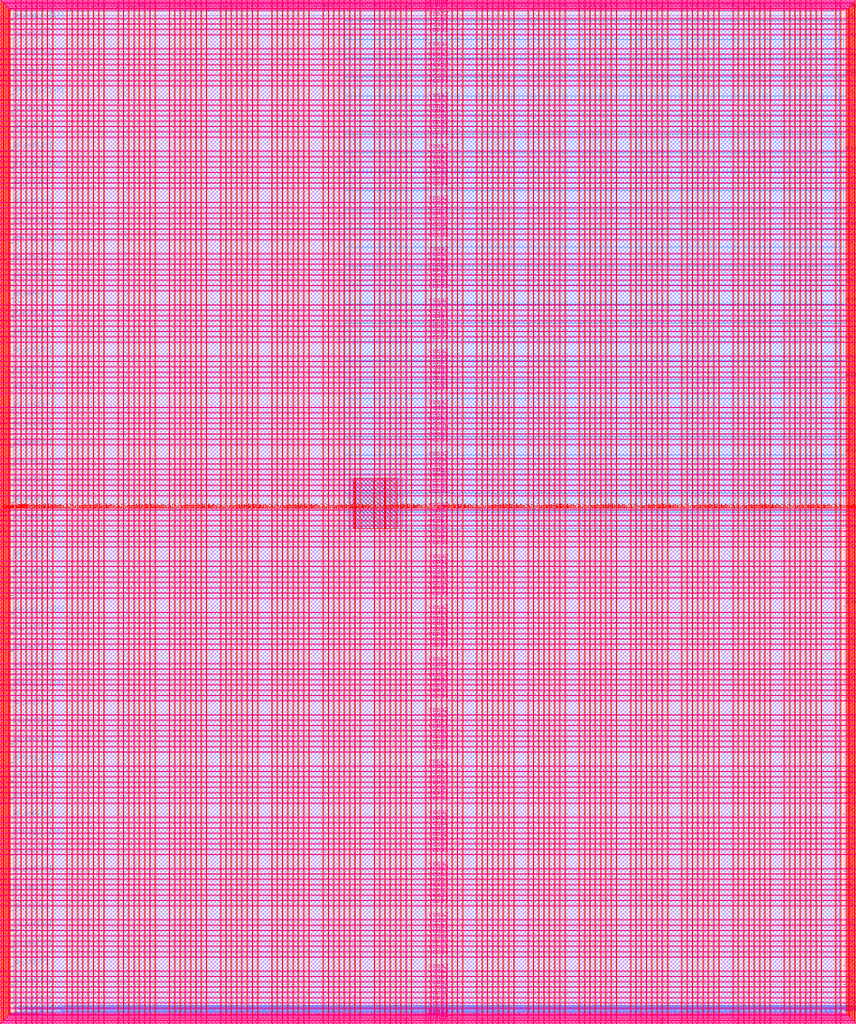
<source format=lef>
VERSION 5.7 ;
  NOWIREEXTENSIONATPIN ON ;
  DIVIDERCHAR "/" ;
  BUSBITCHARS "[]" ;
MACRO user_project_wrapper
  CLASS BLOCK ;
  FOREIGN user_project_wrapper ;
  ORIGIN 0.000 0.000 ;
  SIZE 2920.000 BY 3520.000 ;
  PIN analog_io[0]
    DIRECTION INOUT ;
    USE SIGNAL ;
    PORT
      LAYER met3 ;
        RECT 2917.600 1426.380 2924.800 1427.580 ;
    END
  END analog_io[0]
  PIN analog_io[10]
    DIRECTION INOUT ;
    USE SIGNAL ;
    PORT
      LAYER met2 ;
        RECT 2230.490 3517.600 2231.050 3524.800 ;
    END
  END analog_io[10]
  PIN analog_io[11]
    DIRECTION INOUT ;
    USE SIGNAL ;
    PORT
      LAYER met2 ;
        RECT 1905.730 3517.600 1906.290 3524.800 ;
    END
  END analog_io[11]
  PIN analog_io[12]
    DIRECTION INOUT ;
    USE SIGNAL ;
    PORT
      LAYER met2 ;
        RECT 1581.430 3517.600 1581.990 3524.800 ;
    END
  END analog_io[12]
  PIN analog_io[13]
    DIRECTION INOUT ;
    USE SIGNAL ;
    PORT
      LAYER met2 ;
        RECT 1257.130 3517.600 1257.690 3524.800 ;
    END
  END analog_io[13]
  PIN analog_io[14]
    DIRECTION INOUT ;
    USE SIGNAL ;
    PORT
      LAYER met2 ;
        RECT 932.370 3517.600 932.930 3524.800 ;
    END
  END analog_io[14]
  PIN analog_io[15]
    DIRECTION INOUT ;
    USE SIGNAL ;
    PORT
      LAYER met2 ;
        RECT 608.070 3517.600 608.630 3524.800 ;
    END
  END analog_io[15]
  PIN analog_io[16]
    DIRECTION INOUT ;
    USE SIGNAL ;
    PORT
      LAYER met2 ;
        RECT 283.770 3517.600 284.330 3524.800 ;
    END
  END analog_io[16]
  PIN analog_io[17]
    DIRECTION INOUT ;
    USE SIGNAL ;
    PORT
      LAYER met3 ;
        RECT -4.800 3486.100 2.400 3487.300 ;
    END
  END analog_io[17]
  PIN analog_io[18]
    DIRECTION INOUT ;
    USE SIGNAL ;
    PORT
      LAYER met3 ;
        RECT -4.800 3224.980 2.400 3226.180 ;
    END
  END analog_io[18]
  PIN analog_io[19]
    DIRECTION INOUT ;
    USE SIGNAL ;
    PORT
      LAYER met3 ;
        RECT -4.800 2964.540 2.400 2965.740 ;
    END
  END analog_io[19]
  PIN analog_io[1]
    DIRECTION INOUT ;
    USE SIGNAL ;
    PORT
      LAYER met3 ;
        RECT 2917.600 1692.260 2924.800 1693.460 ;
    END
  END analog_io[1]
  PIN analog_io[20]
    DIRECTION INOUT ;
    USE SIGNAL ;
    PORT
      LAYER met3 ;
        RECT -4.800 2703.420 2.400 2704.620 ;
    END
  END analog_io[20]
  PIN analog_io[21]
    DIRECTION INOUT ;
    USE SIGNAL ;
    PORT
      LAYER met3 ;
        RECT -4.800 2442.980 2.400 2444.180 ;
    END
  END analog_io[21]
  PIN analog_io[22]
    DIRECTION INOUT ;
    USE SIGNAL ;
    PORT
      LAYER met3 ;
        RECT -4.800 2182.540 2.400 2183.740 ;
    END
  END analog_io[22]
  PIN analog_io[23]
    DIRECTION INOUT ;
    USE SIGNAL ;
    PORT
      LAYER met3 ;
        RECT -4.800 1921.420 2.400 1922.620 ;
    END
  END analog_io[23]
  PIN analog_io[24]
    DIRECTION INOUT ;
    USE SIGNAL ;
    PORT
      LAYER met3 ;
        RECT -4.800 1660.980 2.400 1662.180 ;
    END
  END analog_io[24]
  PIN analog_io[25]
    DIRECTION INOUT ;
    USE SIGNAL ;
    PORT
      LAYER met3 ;
        RECT -4.800 1399.860 2.400 1401.060 ;
    END
  END analog_io[25]
  PIN analog_io[26]
    DIRECTION INOUT ;
    USE SIGNAL ;
    PORT
      LAYER met3 ;
        RECT -4.800 1139.420 2.400 1140.620 ;
    END
  END analog_io[26]
  PIN analog_io[27]
    DIRECTION INOUT ;
    USE SIGNAL ;
    PORT
      LAYER met3 ;
        RECT -4.800 878.980 2.400 880.180 ;
    END
  END analog_io[27]
  PIN analog_io[28]
    DIRECTION INOUT ;
    USE SIGNAL ;
    PORT
      LAYER met3 ;
        RECT -4.800 617.860 2.400 619.060 ;
    END
  END analog_io[28]
  PIN analog_io[2]
    DIRECTION INOUT ;
    USE SIGNAL ;
    PORT
      LAYER met3 ;
        RECT 2917.600 1958.140 2924.800 1959.340 ;
    END
  END analog_io[2]
  PIN analog_io[3]
    DIRECTION INOUT ;
    USE SIGNAL ;
    PORT
      LAYER met3 ;
        RECT 2917.600 2223.340 2924.800 2224.540 ;
    END
  END analog_io[3]
  PIN analog_io[4]
    DIRECTION INOUT ;
    USE SIGNAL ;
    PORT
      LAYER met3 ;
        RECT 2917.600 2489.220 2924.800 2490.420 ;
    END
  END analog_io[4]
  PIN analog_io[5]
    DIRECTION INOUT ;
    USE SIGNAL ;
    PORT
      LAYER met3 ;
        RECT 2917.600 2755.100 2924.800 2756.300 ;
    END
  END analog_io[5]
  PIN analog_io[6]
    DIRECTION INOUT ;
    USE SIGNAL ;
    PORT
      LAYER met3 ;
        RECT 2917.600 3020.300 2924.800 3021.500 ;
    END
  END analog_io[6]
  PIN analog_io[7]
    DIRECTION INOUT ;
    USE SIGNAL ;
    PORT
      LAYER met3 ;
        RECT 2917.600 3286.180 2924.800 3287.380 ;
    END
  END analog_io[7]
  PIN analog_io[8]
    DIRECTION INOUT ;
    USE SIGNAL ;
    PORT
      LAYER met2 ;
        RECT 2879.090 3517.600 2879.650 3524.800 ;
    END
  END analog_io[8]
  PIN analog_io[9]
    DIRECTION INOUT ;
    USE SIGNAL ;
    PORT
      LAYER met2 ;
        RECT 2554.790 3517.600 2555.350 3524.800 ;
    END
  END analog_io[9]
  PIN io_in[0]
    DIRECTION INPUT ;
    USE SIGNAL ;
    PORT
      LAYER met3 ;
        RECT 2917.600 32.380 2924.800 33.580 ;
    END
  END io_in[0]
  PIN io_in[10]
    DIRECTION INPUT ;
    USE SIGNAL ;
    PORT
      LAYER met3 ;
        RECT 2917.600 2289.980 2924.800 2291.180 ;
    END
  END io_in[10]
  PIN io_in[11]
    DIRECTION INPUT ;
    USE SIGNAL ;
    PORT
      LAYER met3 ;
        RECT 2917.600 2555.860 2924.800 2557.060 ;
    END
  END io_in[11]
  PIN io_in[12]
    DIRECTION INPUT ;
    USE SIGNAL ;
    PORT
      LAYER met3 ;
        RECT 2917.600 2821.060 2924.800 2822.260 ;
    END
  END io_in[12]
  PIN io_in[13]
    DIRECTION INPUT ;
    USE SIGNAL ;
    PORT
      LAYER met3 ;
        RECT 2917.600 3086.940 2924.800 3088.140 ;
    END
  END io_in[13]
  PIN io_in[14]
    DIRECTION INPUT ;
    USE SIGNAL ;
    PORT
      LAYER met3 ;
        RECT 2917.600 3352.820 2924.800 3354.020 ;
    END
  END io_in[14]
  PIN io_in[15]
    DIRECTION INPUT ;
    USE SIGNAL ;
    PORT
      LAYER met2 ;
        RECT 2798.130 3517.600 2798.690 3524.800 ;
    END
  END io_in[15]
  PIN io_in[16]
    DIRECTION INPUT ;
    USE SIGNAL ;
    PORT
      LAYER met2 ;
        RECT 2473.830 3517.600 2474.390 3524.800 ;
    END
  END io_in[16]
  PIN io_in[17]
    DIRECTION INPUT ;
    USE SIGNAL ;
    PORT
      LAYER met2 ;
        RECT 2149.070 3517.600 2149.630 3524.800 ;
    END
  END io_in[17]
  PIN io_in[18]
    DIRECTION INPUT ;
    USE SIGNAL ;
    PORT
      LAYER met2 ;
        RECT 1824.770 3517.600 1825.330 3524.800 ;
    END
  END io_in[18]
  PIN io_in[19]
    DIRECTION INPUT ;
    USE SIGNAL ;
    PORT
      LAYER met2 ;
        RECT 1500.470 3517.600 1501.030 3524.800 ;
    END
  END io_in[19]
  PIN io_in[1]
    DIRECTION INPUT ;
    USE SIGNAL ;
    PORT
      LAYER met3 ;
        RECT 2917.600 230.940 2924.800 232.140 ;
    END
  END io_in[1]
  PIN io_in[20]
    DIRECTION INPUT ;
    USE SIGNAL ;
    PORT
      LAYER met2 ;
        RECT 1175.710 3517.600 1176.270 3524.800 ;
    END
  END io_in[20]
  PIN io_in[21]
    DIRECTION INPUT ;
    USE SIGNAL ;
    PORT
      LAYER met2 ;
        RECT 851.410 3517.600 851.970 3524.800 ;
    END
  END io_in[21]
  PIN io_in[22]
    DIRECTION INPUT ;
    USE SIGNAL ;
    PORT
      LAYER met2 ;
        RECT 527.110 3517.600 527.670 3524.800 ;
    END
  END io_in[22]
  PIN io_in[23]
    DIRECTION INPUT ;
    USE SIGNAL ;
    PORT
      LAYER met2 ;
        RECT 202.350 3517.600 202.910 3524.800 ;
    END
  END io_in[23]
  PIN io_in[24]
    DIRECTION INPUT ;
    USE SIGNAL ;
    PORT
      LAYER met3 ;
        RECT -4.800 3420.820 2.400 3422.020 ;
    END
  END io_in[24]
  PIN io_in[25]
    DIRECTION INPUT ;
    USE SIGNAL ;
    PORT
      LAYER met3 ;
        RECT -4.800 3159.700 2.400 3160.900 ;
    END
  END io_in[25]
  PIN io_in[26]
    DIRECTION INPUT ;
    USE SIGNAL ;
    PORT
      LAYER met3 ;
        RECT -4.800 2899.260 2.400 2900.460 ;
    END
  END io_in[26]
  PIN io_in[27]
    DIRECTION INPUT ;
    USE SIGNAL ;
    PORT
      LAYER met3 ;
        RECT -4.800 2638.820 2.400 2640.020 ;
    END
  END io_in[27]
  PIN io_in[28]
    DIRECTION INPUT ;
    USE SIGNAL ;
    PORT
      LAYER met3 ;
        RECT -4.800 2377.700 2.400 2378.900 ;
    END
  END io_in[28]
  PIN io_in[29]
    DIRECTION INPUT ;
    USE SIGNAL ;
    PORT
      LAYER met3 ;
        RECT -4.800 2117.260 2.400 2118.460 ;
    END
  END io_in[29]
  PIN io_in[2]
    DIRECTION INPUT ;
    USE SIGNAL ;
    PORT
      LAYER met3 ;
        RECT 2917.600 430.180 2924.800 431.380 ;
    END
  END io_in[2]
  PIN io_in[30]
    DIRECTION INPUT ;
    USE SIGNAL ;
    PORT
      LAYER met3 ;
        RECT -4.800 1856.140 2.400 1857.340 ;
    END
  END io_in[30]
  PIN io_in[31]
    DIRECTION INPUT ;
    USE SIGNAL ;
    PORT
      LAYER met3 ;
        RECT -4.800 1595.700 2.400 1596.900 ;
    END
  END io_in[31]
  PIN io_in[32]
    DIRECTION INPUT ;
    USE SIGNAL ;
    PORT
      LAYER met3 ;
        RECT -4.800 1335.260 2.400 1336.460 ;
    END
  END io_in[32]
  PIN io_in[33]
    DIRECTION INPUT ;
    USE SIGNAL ;
    PORT
      LAYER met3 ;
        RECT -4.800 1074.140 2.400 1075.340 ;
    END
  END io_in[33]
  PIN io_in[34]
    DIRECTION INPUT ;
    USE SIGNAL ;
    PORT
      LAYER met3 ;
        RECT -4.800 813.700 2.400 814.900 ;
    END
  END io_in[34]
  PIN io_in[35]
    DIRECTION INPUT ;
    USE SIGNAL ;
    PORT
      LAYER met3 ;
        RECT -4.800 552.580 2.400 553.780 ;
    END
  END io_in[35]
  PIN io_in[36]
    DIRECTION INPUT ;
    USE SIGNAL ;
    PORT
      LAYER met3 ;
        RECT -4.800 357.420 2.400 358.620 ;
    END
  END io_in[36]
  PIN io_in[37]
    DIRECTION INPUT ;
    USE SIGNAL ;
    PORT
      LAYER met3 ;
        RECT -4.800 161.580 2.400 162.780 ;
    END
  END io_in[37]
  PIN io_in[3]
    DIRECTION INPUT ;
    USE SIGNAL ;
    PORT
      LAYER met3 ;
        RECT 2917.600 629.420 2924.800 630.620 ;
    END
  END io_in[3]
  PIN io_in[4]
    DIRECTION INPUT ;
    USE SIGNAL ;
    PORT
      LAYER met3 ;
        RECT 2917.600 828.660 2924.800 829.860 ;
    END
  END io_in[4]
  PIN io_in[5]
    DIRECTION INPUT ;
    USE SIGNAL ;
    PORT
      LAYER met3 ;
        RECT 2917.600 1027.900 2924.800 1029.100 ;
    END
  END io_in[5]
  PIN io_in[6]
    DIRECTION INPUT ;
    USE SIGNAL ;
    PORT
      LAYER met3 ;
        RECT 2917.600 1227.140 2924.800 1228.340 ;
    END
  END io_in[6]
  PIN io_in[7]
    DIRECTION INPUT ;
    USE SIGNAL ;
    PORT
      LAYER met3 ;
        RECT 2917.600 1493.020 2924.800 1494.220 ;
    END
  END io_in[7]
  PIN io_in[8]
    DIRECTION INPUT ;
    USE SIGNAL ;
    PORT
      LAYER met3 ;
        RECT 2917.600 1758.900 2924.800 1760.100 ;
    END
  END io_in[8]
  PIN io_in[9]
    DIRECTION INPUT ;
    USE SIGNAL ;
    PORT
      LAYER met3 ;
        RECT 2917.600 2024.100 2924.800 2025.300 ;
    END
  END io_in[9]
  PIN io_oeb[0]
    DIRECTION OUTPUT TRISTATE ;
    USE SIGNAL ;
    PORT
      LAYER met3 ;
        RECT 2917.600 164.980 2924.800 166.180 ;
    END
  END io_oeb[0]
  PIN io_oeb[10]
    DIRECTION OUTPUT TRISTATE ;
    USE SIGNAL ;
    PORT
      LAYER met3 ;
        RECT 2917.600 2422.580 2924.800 2423.780 ;
    END
  END io_oeb[10]
  PIN io_oeb[11]
    DIRECTION OUTPUT TRISTATE ;
    USE SIGNAL ;
    PORT
      LAYER met3 ;
        RECT 2917.600 2688.460 2924.800 2689.660 ;
    END
  END io_oeb[11]
  PIN io_oeb[12]
    DIRECTION OUTPUT TRISTATE ;
    USE SIGNAL ;
    PORT
      LAYER met3 ;
        RECT 2917.600 2954.340 2924.800 2955.540 ;
    END
  END io_oeb[12]
  PIN io_oeb[13]
    DIRECTION OUTPUT TRISTATE ;
    USE SIGNAL ;
    PORT
      LAYER met3 ;
        RECT 2917.600 3219.540 2924.800 3220.740 ;
    END
  END io_oeb[13]
  PIN io_oeb[14]
    DIRECTION OUTPUT TRISTATE ;
    USE SIGNAL ;
    PORT
      LAYER met3 ;
        RECT 2917.600 3485.420 2924.800 3486.620 ;
    END
  END io_oeb[14]
  PIN io_oeb[15]
    DIRECTION OUTPUT TRISTATE ;
    USE SIGNAL ;
    PORT
      LAYER met2 ;
        RECT 2635.750 3517.600 2636.310 3524.800 ;
    END
  END io_oeb[15]
  PIN io_oeb[16]
    DIRECTION OUTPUT TRISTATE ;
    USE SIGNAL ;
    PORT
      LAYER met2 ;
        RECT 2311.450 3517.600 2312.010 3524.800 ;
    END
  END io_oeb[16]
  PIN io_oeb[17]
    DIRECTION OUTPUT TRISTATE ;
    USE SIGNAL ;
    PORT
      LAYER met2 ;
        RECT 1987.150 3517.600 1987.710 3524.800 ;
    END
  END io_oeb[17]
  PIN io_oeb[18]
    DIRECTION OUTPUT TRISTATE ;
    USE SIGNAL ;
    PORT
      LAYER met2 ;
        RECT 1662.390 3517.600 1662.950 3524.800 ;
    END
  END io_oeb[18]
  PIN io_oeb[19]
    DIRECTION OUTPUT TRISTATE ;
    USE SIGNAL ;
    PORT
      LAYER met2 ;
        RECT 1338.090 3517.600 1338.650 3524.800 ;
    END
  END io_oeb[19]
  PIN io_oeb[1]
    DIRECTION OUTPUT TRISTATE ;
    USE SIGNAL ;
    PORT
      LAYER met3 ;
        RECT 2917.600 364.220 2924.800 365.420 ;
    END
  END io_oeb[1]
  PIN io_oeb[20]
    DIRECTION OUTPUT TRISTATE ;
    USE SIGNAL ;
    PORT
      LAYER met2 ;
        RECT 1013.790 3517.600 1014.350 3524.800 ;
    END
  END io_oeb[20]
  PIN io_oeb[21]
    DIRECTION OUTPUT TRISTATE ;
    USE SIGNAL ;
    PORT
      LAYER met2 ;
        RECT 689.030 3517.600 689.590 3524.800 ;
    END
  END io_oeb[21]
  PIN io_oeb[22]
    DIRECTION OUTPUT TRISTATE ;
    USE SIGNAL ;
    PORT
      LAYER met2 ;
        RECT 364.730 3517.600 365.290 3524.800 ;
    END
  END io_oeb[22]
  PIN io_oeb[23]
    DIRECTION OUTPUT TRISTATE ;
    USE SIGNAL ;
    PORT
      LAYER met2 ;
        RECT 40.430 3517.600 40.990 3524.800 ;
    END
  END io_oeb[23]
  PIN io_oeb[24]
    DIRECTION OUTPUT TRISTATE ;
    USE SIGNAL ;
    PORT
      LAYER met3 ;
        RECT -4.800 3290.260 2.400 3291.460 ;
    END
  END io_oeb[24]
  PIN io_oeb[25]
    DIRECTION OUTPUT TRISTATE ;
    USE SIGNAL ;
    PORT
      LAYER met3 ;
        RECT -4.800 3029.820 2.400 3031.020 ;
    END
  END io_oeb[25]
  PIN io_oeb[26]
    DIRECTION OUTPUT TRISTATE ;
    USE SIGNAL ;
    PORT
      LAYER met3 ;
        RECT -4.800 2768.700 2.400 2769.900 ;
    END
  END io_oeb[26]
  PIN io_oeb[27]
    DIRECTION OUTPUT TRISTATE ;
    USE SIGNAL ;
    PORT
      LAYER met3 ;
        RECT -4.800 2508.260 2.400 2509.460 ;
    END
  END io_oeb[27]
  PIN io_oeb[28]
    DIRECTION OUTPUT TRISTATE ;
    USE SIGNAL ;
    PORT
      LAYER met3 ;
        RECT -4.800 2247.140 2.400 2248.340 ;
    END
  END io_oeb[28]
  PIN io_oeb[29]
    DIRECTION OUTPUT TRISTATE ;
    USE SIGNAL ;
    PORT
      LAYER met3 ;
        RECT -4.800 1986.700 2.400 1987.900 ;
    END
  END io_oeb[29]
  PIN io_oeb[2]
    DIRECTION OUTPUT TRISTATE ;
    USE SIGNAL ;
    PORT
      LAYER met3 ;
        RECT 2917.600 563.460 2924.800 564.660 ;
    END
  END io_oeb[2]
  PIN io_oeb[30]
    DIRECTION OUTPUT TRISTATE ;
    USE SIGNAL ;
    PORT
      LAYER met3 ;
        RECT -4.800 1726.260 2.400 1727.460 ;
    END
  END io_oeb[30]
  PIN io_oeb[31]
    DIRECTION OUTPUT TRISTATE ;
    USE SIGNAL ;
    PORT
      LAYER met3 ;
        RECT -4.800 1465.140 2.400 1466.340 ;
    END
  END io_oeb[31]
  PIN io_oeb[32]
    DIRECTION OUTPUT TRISTATE ;
    USE SIGNAL ;
    PORT
      LAYER met3 ;
        RECT -4.800 1204.700 2.400 1205.900 ;
    END
  END io_oeb[32]
  PIN io_oeb[33]
    DIRECTION OUTPUT TRISTATE ;
    USE SIGNAL ;
    PORT
      LAYER met3 ;
        RECT -4.800 943.580 2.400 944.780 ;
    END
  END io_oeb[33]
  PIN io_oeb[34]
    DIRECTION OUTPUT TRISTATE ;
    USE SIGNAL ;
    PORT
      LAYER met3 ;
        RECT -4.800 683.140 2.400 684.340 ;
    END
  END io_oeb[34]
  PIN io_oeb[35]
    DIRECTION OUTPUT TRISTATE ;
    USE SIGNAL ;
    PORT
      LAYER met3 ;
        RECT -4.800 422.700 2.400 423.900 ;
    END
  END io_oeb[35]
  PIN io_oeb[36]
    DIRECTION OUTPUT TRISTATE ;
    USE SIGNAL ;
    PORT
      LAYER met3 ;
        RECT -4.800 226.860 2.400 228.060 ;
    END
  END io_oeb[36]
  PIN io_oeb[37]
    DIRECTION OUTPUT TRISTATE ;
    USE SIGNAL ;
    PORT
      LAYER met3 ;
        RECT -4.800 31.700 2.400 32.900 ;
    END
  END io_oeb[37]
  PIN io_oeb[3]
    DIRECTION OUTPUT TRISTATE ;
    USE SIGNAL ;
    PORT
      LAYER met3 ;
        RECT 2917.600 762.700 2924.800 763.900 ;
    END
  END io_oeb[3]
  PIN io_oeb[4]
    DIRECTION OUTPUT TRISTATE ;
    USE SIGNAL ;
    PORT
      LAYER met3 ;
        RECT 2917.600 961.940 2924.800 963.140 ;
    END
  END io_oeb[4]
  PIN io_oeb[5]
    DIRECTION OUTPUT TRISTATE ;
    USE SIGNAL ;
    PORT
      LAYER met3 ;
        RECT 2917.600 1161.180 2924.800 1162.380 ;
    END
  END io_oeb[5]
  PIN io_oeb[6]
    DIRECTION OUTPUT TRISTATE ;
    USE SIGNAL ;
    PORT
      LAYER met3 ;
        RECT 2917.600 1360.420 2924.800 1361.620 ;
    END
  END io_oeb[6]
  PIN io_oeb[7]
    DIRECTION OUTPUT TRISTATE ;
    USE SIGNAL ;
    PORT
      LAYER met3 ;
        RECT 2917.600 1625.620 2924.800 1626.820 ;
    END
  END io_oeb[7]
  PIN io_oeb[8]
    DIRECTION OUTPUT TRISTATE ;
    USE SIGNAL ;
    PORT
      LAYER met3 ;
        RECT 2917.600 1891.500 2924.800 1892.700 ;
    END
  END io_oeb[8]
  PIN io_oeb[9]
    DIRECTION OUTPUT TRISTATE ;
    USE SIGNAL ;
    PORT
      LAYER met3 ;
        RECT 2917.600 2157.380 2924.800 2158.580 ;
    END
  END io_oeb[9]
  PIN io_out[0]
    DIRECTION OUTPUT TRISTATE ;
    USE SIGNAL ;
    PORT
      LAYER met3 ;
        RECT 2917.600 98.340 2924.800 99.540 ;
    END
  END io_out[0]
  PIN io_out[10]
    DIRECTION OUTPUT TRISTATE ;
    USE SIGNAL ;
    PORT
      LAYER met3 ;
        RECT 2917.600 2356.620 2924.800 2357.820 ;
    END
  END io_out[10]
  PIN io_out[11]
    DIRECTION OUTPUT TRISTATE ;
    USE SIGNAL ;
    PORT
      LAYER met3 ;
        RECT 2917.600 2621.820 2924.800 2623.020 ;
    END
  END io_out[11]
  PIN io_out[12]
    DIRECTION OUTPUT TRISTATE ;
    USE SIGNAL ;
    PORT
      LAYER met3 ;
        RECT 2917.600 2887.700 2924.800 2888.900 ;
    END
  END io_out[12]
  PIN io_out[13]
    DIRECTION OUTPUT TRISTATE ;
    USE SIGNAL ;
    PORT
      LAYER met3 ;
        RECT 2917.600 3153.580 2924.800 3154.780 ;
    END
  END io_out[13]
  PIN io_out[14]
    DIRECTION OUTPUT TRISTATE ;
    USE SIGNAL ;
    PORT
      LAYER met3 ;
        RECT 2917.600 3418.780 2924.800 3419.980 ;
    END
  END io_out[14]
  PIN io_out[15]
    DIRECTION OUTPUT TRISTATE ;
    USE SIGNAL ;
    PORT
      LAYER met2 ;
        RECT 2717.170 3517.600 2717.730 3524.800 ;
    END
  END io_out[15]
  PIN io_out[16]
    DIRECTION OUTPUT TRISTATE ;
    USE SIGNAL ;
    PORT
      LAYER met2 ;
        RECT 2392.410 3517.600 2392.970 3524.800 ;
    END
  END io_out[16]
  PIN io_out[17]
    DIRECTION OUTPUT TRISTATE ;
    USE SIGNAL ;
    PORT
      LAYER met2 ;
        RECT 2068.110 3517.600 2068.670 3524.800 ;
    END
  END io_out[17]
  PIN io_out[18]
    DIRECTION OUTPUT TRISTATE ;
    USE SIGNAL ;
    PORT
      LAYER met2 ;
        RECT 1743.810 3517.600 1744.370 3524.800 ;
    END
  END io_out[18]
  PIN io_out[19]
    DIRECTION OUTPUT TRISTATE ;
    USE SIGNAL ;
    PORT
      LAYER met2 ;
        RECT 1419.050 3517.600 1419.610 3524.800 ;
    END
  END io_out[19]
  PIN io_out[1]
    DIRECTION OUTPUT TRISTATE ;
    USE SIGNAL ;
    PORT
      LAYER met3 ;
        RECT 2917.600 297.580 2924.800 298.780 ;
    END
  END io_out[1]
  PIN io_out[20]
    DIRECTION OUTPUT TRISTATE ;
    USE SIGNAL ;
    PORT
      LAYER met2 ;
        RECT 1094.750 3517.600 1095.310 3524.800 ;
    END
  END io_out[20]
  PIN io_out[21]
    DIRECTION OUTPUT TRISTATE ;
    USE SIGNAL ;
    PORT
      LAYER met2 ;
        RECT 770.450 3517.600 771.010 3524.800 ;
    END
  END io_out[21]
  PIN io_out[22]
    DIRECTION OUTPUT TRISTATE ;
    USE SIGNAL ;
    PORT
      LAYER met2 ;
        RECT 445.690 3517.600 446.250 3524.800 ;
    END
  END io_out[22]
  PIN io_out[23]
    DIRECTION OUTPUT TRISTATE ;
    USE SIGNAL ;
    PORT
      LAYER met2 ;
        RECT 121.390 3517.600 121.950 3524.800 ;
    END
  END io_out[23]
  PIN io_out[24]
    DIRECTION OUTPUT TRISTATE ;
    USE SIGNAL ;
    PORT
      LAYER met3 ;
        RECT -4.800 3355.540 2.400 3356.740 ;
    END
  END io_out[24]
  PIN io_out[25]
    DIRECTION OUTPUT TRISTATE ;
    USE SIGNAL ;
    PORT
      LAYER met3 ;
        RECT -4.800 3095.100 2.400 3096.300 ;
    END
  END io_out[25]
  PIN io_out[26]
    DIRECTION OUTPUT TRISTATE ;
    USE SIGNAL ;
    PORT
      LAYER met3 ;
        RECT -4.800 2833.980 2.400 2835.180 ;
    END
  END io_out[26]
  PIN io_out[27]
    DIRECTION OUTPUT TRISTATE ;
    USE SIGNAL ;
    PORT
      LAYER met3 ;
        RECT -4.800 2573.540 2.400 2574.740 ;
    END
  END io_out[27]
  PIN io_out[28]
    DIRECTION OUTPUT TRISTATE ;
    USE SIGNAL ;
    PORT
      LAYER met3 ;
        RECT -4.800 2312.420 2.400 2313.620 ;
    END
  END io_out[28]
  PIN io_out[29]
    DIRECTION OUTPUT TRISTATE ;
    USE SIGNAL ;
    PORT
      LAYER met3 ;
        RECT -4.800 2051.980 2.400 2053.180 ;
    END
  END io_out[29]
  PIN io_out[2]
    DIRECTION OUTPUT TRISTATE ;
    USE SIGNAL ;
    PORT
      LAYER met3 ;
        RECT 2917.600 496.820 2924.800 498.020 ;
    END
  END io_out[2]
  PIN io_out[30]
    DIRECTION OUTPUT TRISTATE ;
    USE SIGNAL ;
    PORT
      LAYER met3 ;
        RECT -4.800 1791.540 2.400 1792.740 ;
    END
  END io_out[30]
  PIN io_out[31]
    DIRECTION OUTPUT TRISTATE ;
    USE SIGNAL ;
    PORT
      LAYER met3 ;
        RECT -4.800 1530.420 2.400 1531.620 ;
    END
  END io_out[31]
  PIN io_out[32]
    DIRECTION OUTPUT TRISTATE ;
    USE SIGNAL ;
    PORT
      LAYER met3 ;
        RECT -4.800 1269.980 2.400 1271.180 ;
    END
  END io_out[32]
  PIN io_out[33]
    DIRECTION OUTPUT TRISTATE ;
    USE SIGNAL ;
    PORT
      LAYER met3 ;
        RECT -4.800 1008.860 2.400 1010.060 ;
    END
  END io_out[33]
  PIN io_out[34]
    DIRECTION OUTPUT TRISTATE ;
    USE SIGNAL ;
    PORT
      LAYER met3 ;
        RECT -4.800 748.420 2.400 749.620 ;
    END
  END io_out[34]
  PIN io_out[35]
    DIRECTION OUTPUT TRISTATE ;
    USE SIGNAL ;
    PORT
      LAYER met3 ;
        RECT -4.800 487.300 2.400 488.500 ;
    END
  END io_out[35]
  PIN io_out[36]
    DIRECTION OUTPUT TRISTATE ;
    USE SIGNAL ;
    PORT
      LAYER met3 ;
        RECT -4.800 292.140 2.400 293.340 ;
    END
  END io_out[36]
  PIN io_out[37]
    DIRECTION OUTPUT TRISTATE ;
    USE SIGNAL ;
    PORT
      LAYER met3 ;
        RECT -4.800 96.300 2.400 97.500 ;
    END
  END io_out[37]
  PIN io_out[3]
    DIRECTION OUTPUT TRISTATE ;
    USE SIGNAL ;
    PORT
      LAYER met3 ;
        RECT 2917.600 696.060 2924.800 697.260 ;
    END
  END io_out[3]
  PIN io_out[4]
    DIRECTION OUTPUT TRISTATE ;
    USE SIGNAL ;
    PORT
      LAYER met3 ;
        RECT 2917.600 895.300 2924.800 896.500 ;
    END
  END io_out[4]
  PIN io_out[5]
    DIRECTION OUTPUT TRISTATE ;
    USE SIGNAL ;
    PORT
      LAYER met3 ;
        RECT 2917.600 1094.540 2924.800 1095.740 ;
    END
  END io_out[5]
  PIN io_out[6]
    DIRECTION OUTPUT TRISTATE ;
    USE SIGNAL ;
    PORT
      LAYER met3 ;
        RECT 2917.600 1293.780 2924.800 1294.980 ;
    END
  END io_out[6]
  PIN io_out[7]
    DIRECTION OUTPUT TRISTATE ;
    USE SIGNAL ;
    PORT
      LAYER met3 ;
        RECT 2917.600 1559.660 2924.800 1560.860 ;
    END
  END io_out[7]
  PIN io_out[8]
    DIRECTION OUTPUT TRISTATE ;
    USE SIGNAL ;
    PORT
      LAYER met3 ;
        RECT 2917.600 1824.860 2924.800 1826.060 ;
    END
  END io_out[8]
  PIN io_out[9]
    DIRECTION OUTPUT TRISTATE ;
    USE SIGNAL ;
    PORT
      LAYER met3 ;
        RECT 2917.600 2090.740 2924.800 2091.940 ;
    END
  END io_out[9]
  PIN la_data_in[0]
    DIRECTION INPUT ;
    USE SIGNAL ;
    PORT
      LAYER met2 ;
        RECT 629.230 -4.800 629.790 2.400 ;
    END
  END la_data_in[0]
  PIN la_data_in[100]
    DIRECTION INPUT ;
    USE SIGNAL ;
    PORT
      LAYER met2 ;
        RECT 2402.530 -4.800 2403.090 2.400 ;
    END
  END la_data_in[100]
  PIN la_data_in[101]
    DIRECTION INPUT ;
    USE SIGNAL ;
    PORT
      LAYER met2 ;
        RECT 2420.010 -4.800 2420.570 2.400 ;
    END
  END la_data_in[101]
  PIN la_data_in[102]
    DIRECTION INPUT ;
    USE SIGNAL ;
    PORT
      LAYER met2 ;
        RECT 2437.950 -4.800 2438.510 2.400 ;
    END
  END la_data_in[102]
  PIN la_data_in[103]
    DIRECTION INPUT ;
    USE SIGNAL ;
    PORT
      LAYER met2 ;
        RECT 2455.430 -4.800 2455.990 2.400 ;
    END
  END la_data_in[103]
  PIN la_data_in[104]
    DIRECTION INPUT ;
    USE SIGNAL ;
    PORT
      LAYER met2 ;
        RECT 2473.370 -4.800 2473.930 2.400 ;
    END
  END la_data_in[104]
  PIN la_data_in[105]
    DIRECTION INPUT ;
    USE SIGNAL ;
    PORT
      LAYER met2 ;
        RECT 2490.850 -4.800 2491.410 2.400 ;
    END
  END la_data_in[105]
  PIN la_data_in[106]
    DIRECTION INPUT ;
    USE SIGNAL ;
    PORT
      LAYER met2 ;
        RECT 2508.790 -4.800 2509.350 2.400 ;
    END
  END la_data_in[106]
  PIN la_data_in[107]
    DIRECTION INPUT ;
    USE SIGNAL ;
    PORT
      LAYER met2 ;
        RECT 2526.730 -4.800 2527.290 2.400 ;
    END
  END la_data_in[107]
  PIN la_data_in[108]
    DIRECTION INPUT ;
    USE SIGNAL ;
    PORT
      LAYER met2 ;
        RECT 2544.210 -4.800 2544.770 2.400 ;
    END
  END la_data_in[108]
  PIN la_data_in[109]
    DIRECTION INPUT ;
    USE SIGNAL ;
    PORT
      LAYER met2 ;
        RECT 2562.150 -4.800 2562.710 2.400 ;
    END
  END la_data_in[109]
  PIN la_data_in[10]
    DIRECTION INPUT ;
    USE SIGNAL ;
    PORT
      LAYER met2 ;
        RECT 806.330 -4.800 806.890 2.400 ;
    END
  END la_data_in[10]
  PIN la_data_in[110]
    DIRECTION INPUT ;
    USE SIGNAL ;
    PORT
      LAYER met2 ;
        RECT 2579.630 -4.800 2580.190 2.400 ;
    END
  END la_data_in[110]
  PIN la_data_in[111]
    DIRECTION INPUT ;
    USE SIGNAL ;
    PORT
      LAYER met2 ;
        RECT 2597.570 -4.800 2598.130 2.400 ;
    END
  END la_data_in[111]
  PIN la_data_in[112]
    DIRECTION INPUT ;
    USE SIGNAL ;
    PORT
      LAYER met2 ;
        RECT 2615.050 -4.800 2615.610 2.400 ;
    END
  END la_data_in[112]
  PIN la_data_in[113]
    DIRECTION INPUT ;
    USE SIGNAL ;
    PORT
      LAYER met2 ;
        RECT 2632.990 -4.800 2633.550 2.400 ;
    END
  END la_data_in[113]
  PIN la_data_in[114]
    DIRECTION INPUT ;
    USE SIGNAL ;
    PORT
      LAYER met2 ;
        RECT 2650.470 -4.800 2651.030 2.400 ;
    END
  END la_data_in[114]
  PIN la_data_in[115]
    DIRECTION INPUT ;
    USE SIGNAL ;
    PORT
      LAYER met2 ;
        RECT 2668.410 -4.800 2668.970 2.400 ;
    END
  END la_data_in[115]
  PIN la_data_in[116]
    DIRECTION INPUT ;
    USE SIGNAL ;
    PORT
      LAYER met2 ;
        RECT 2685.890 -4.800 2686.450 2.400 ;
    END
  END la_data_in[116]
  PIN la_data_in[117]
    DIRECTION INPUT ;
    USE SIGNAL ;
    PORT
      LAYER met2 ;
        RECT 2703.830 -4.800 2704.390 2.400 ;
    END
  END la_data_in[117]
  PIN la_data_in[118]
    DIRECTION INPUT ;
    USE SIGNAL ;
    PORT
      LAYER met2 ;
        RECT 2721.770 -4.800 2722.330 2.400 ;
    END
  END la_data_in[118]
  PIN la_data_in[119]
    DIRECTION INPUT ;
    USE SIGNAL ;
    PORT
      LAYER met2 ;
        RECT 2739.250 -4.800 2739.810 2.400 ;
    END
  END la_data_in[119]
  PIN la_data_in[11]
    DIRECTION INPUT ;
    USE SIGNAL ;
    PORT
      LAYER met2 ;
        RECT 824.270 -4.800 824.830 2.400 ;
    END
  END la_data_in[11]
  PIN la_data_in[120]
    DIRECTION INPUT ;
    USE SIGNAL ;
    PORT
      LAYER met2 ;
        RECT 2757.190 -4.800 2757.750 2.400 ;
    END
  END la_data_in[120]
  PIN la_data_in[121]
    DIRECTION INPUT ;
    USE SIGNAL ;
    PORT
      LAYER met2 ;
        RECT 2774.670 -4.800 2775.230 2.400 ;
    END
  END la_data_in[121]
  PIN la_data_in[122]
    DIRECTION INPUT ;
    USE SIGNAL ;
    PORT
      LAYER met2 ;
        RECT 2792.610 -4.800 2793.170 2.400 ;
    END
  END la_data_in[122]
  PIN la_data_in[123]
    DIRECTION INPUT ;
    USE SIGNAL ;
    PORT
      LAYER met2 ;
        RECT 2810.090 -4.800 2810.650 2.400 ;
    END
  END la_data_in[123]
  PIN la_data_in[124]
    DIRECTION INPUT ;
    USE SIGNAL ;
    PORT
      LAYER met2 ;
        RECT 2828.030 -4.800 2828.590 2.400 ;
    END
  END la_data_in[124]
  PIN la_data_in[125]
    DIRECTION INPUT ;
    USE SIGNAL ;
    PORT
      LAYER met2 ;
        RECT 2845.510 -4.800 2846.070 2.400 ;
    END
  END la_data_in[125]
  PIN la_data_in[126]
    DIRECTION INPUT ;
    USE SIGNAL ;
    PORT
      LAYER met2 ;
        RECT 2863.450 -4.800 2864.010 2.400 ;
    END
  END la_data_in[126]
  PIN la_data_in[127]
    DIRECTION INPUT ;
    USE SIGNAL ;
    PORT
      LAYER met2 ;
        RECT 2881.390 -4.800 2881.950 2.400 ;
    END
  END la_data_in[127]
  PIN la_data_in[12]
    DIRECTION INPUT ;
    USE SIGNAL ;
    PORT
      LAYER met2 ;
        RECT 841.750 -4.800 842.310 2.400 ;
    END
  END la_data_in[12]
  PIN la_data_in[13]
    DIRECTION INPUT ;
    USE SIGNAL ;
    PORT
      LAYER met2 ;
        RECT 859.690 -4.800 860.250 2.400 ;
    END
  END la_data_in[13]
  PIN la_data_in[14]
    DIRECTION INPUT ;
    USE SIGNAL ;
    PORT
      LAYER met2 ;
        RECT 877.170 -4.800 877.730 2.400 ;
    END
  END la_data_in[14]
  PIN la_data_in[15]
    DIRECTION INPUT ;
    USE SIGNAL ;
    PORT
      LAYER met2 ;
        RECT 895.110 -4.800 895.670 2.400 ;
    END
  END la_data_in[15]
  PIN la_data_in[16]
    DIRECTION INPUT ;
    USE SIGNAL ;
    PORT
      LAYER met2 ;
        RECT 912.590 -4.800 913.150 2.400 ;
    END
  END la_data_in[16]
  PIN la_data_in[17]
    DIRECTION INPUT ;
    USE SIGNAL ;
    PORT
      LAYER met2 ;
        RECT 930.530 -4.800 931.090 2.400 ;
    END
  END la_data_in[17]
  PIN la_data_in[18]
    DIRECTION INPUT ;
    USE SIGNAL ;
    PORT
      LAYER met2 ;
        RECT 948.470 -4.800 949.030 2.400 ;
    END
  END la_data_in[18]
  PIN la_data_in[19]
    DIRECTION INPUT ;
    USE SIGNAL ;
    PORT
      LAYER met2 ;
        RECT 965.950 -4.800 966.510 2.400 ;
    END
  END la_data_in[19]
  PIN la_data_in[1]
    DIRECTION INPUT ;
    USE SIGNAL ;
    PORT
      LAYER met2 ;
        RECT 646.710 -4.800 647.270 2.400 ;
    END
  END la_data_in[1]
  PIN la_data_in[20]
    DIRECTION INPUT ;
    USE SIGNAL ;
    PORT
      LAYER met2 ;
        RECT 983.890 -4.800 984.450 2.400 ;
    END
  END la_data_in[20]
  PIN la_data_in[21]
    DIRECTION INPUT ;
    USE SIGNAL ;
    PORT
      LAYER met2 ;
        RECT 1001.370 -4.800 1001.930 2.400 ;
    END
  END la_data_in[21]
  PIN la_data_in[22]
    DIRECTION INPUT ;
    USE SIGNAL ;
    PORT
      LAYER met2 ;
        RECT 1019.310 -4.800 1019.870 2.400 ;
    END
  END la_data_in[22]
  PIN la_data_in[23]
    DIRECTION INPUT ;
    USE SIGNAL ;
    PORT
      LAYER met2 ;
        RECT 1036.790 -4.800 1037.350 2.400 ;
    END
  END la_data_in[23]
  PIN la_data_in[24]
    DIRECTION INPUT ;
    USE SIGNAL ;
    PORT
      LAYER met2 ;
        RECT 1054.730 -4.800 1055.290 2.400 ;
    END
  END la_data_in[24]
  PIN la_data_in[25]
    DIRECTION INPUT ;
    USE SIGNAL ;
    PORT
      LAYER met2 ;
        RECT 1072.210 -4.800 1072.770 2.400 ;
    END
  END la_data_in[25]
  PIN la_data_in[26]
    DIRECTION INPUT ;
    USE SIGNAL ;
    PORT
      LAYER met2 ;
        RECT 1090.150 -4.800 1090.710 2.400 ;
    END
  END la_data_in[26]
  PIN la_data_in[27]
    DIRECTION INPUT ;
    USE SIGNAL ;
    PORT
      LAYER met2 ;
        RECT 1107.630 -4.800 1108.190 2.400 ;
    END
  END la_data_in[27]
  PIN la_data_in[28]
    DIRECTION INPUT ;
    USE SIGNAL ;
    PORT
      LAYER met2 ;
        RECT 1125.570 -4.800 1126.130 2.400 ;
    END
  END la_data_in[28]
  PIN la_data_in[29]
    DIRECTION INPUT ;
    USE SIGNAL ;
    PORT
      LAYER met2 ;
        RECT 1143.510 -4.800 1144.070 2.400 ;
    END
  END la_data_in[29]
  PIN la_data_in[2]
    DIRECTION INPUT ;
    USE SIGNAL ;
    PORT
      LAYER met2 ;
        RECT 664.650 -4.800 665.210 2.400 ;
    END
  END la_data_in[2]
  PIN la_data_in[30]
    DIRECTION INPUT ;
    USE SIGNAL ;
    PORT
      LAYER met2 ;
        RECT 1160.990 -4.800 1161.550 2.400 ;
    END
  END la_data_in[30]
  PIN la_data_in[31]
    DIRECTION INPUT ;
    USE SIGNAL ;
    PORT
      LAYER met2 ;
        RECT 1178.930 -4.800 1179.490 2.400 ;
    END
  END la_data_in[31]
  PIN la_data_in[32]
    DIRECTION INPUT ;
    USE SIGNAL ;
    PORT
      LAYER met2 ;
        RECT 1196.410 -4.800 1196.970 2.400 ;
    END
  END la_data_in[32]
  PIN la_data_in[33]
    DIRECTION INPUT ;
    USE SIGNAL ;
    PORT
      LAYER met2 ;
        RECT 1214.350 -4.800 1214.910 2.400 ;
    END
  END la_data_in[33]
  PIN la_data_in[34]
    DIRECTION INPUT ;
    USE SIGNAL ;
    PORT
      LAYER met2 ;
        RECT 1231.830 -4.800 1232.390 2.400 ;
    END
  END la_data_in[34]
  PIN la_data_in[35]
    DIRECTION INPUT ;
    USE SIGNAL ;
    PORT
      LAYER met2 ;
        RECT 1249.770 -4.800 1250.330 2.400 ;
    END
  END la_data_in[35]
  PIN la_data_in[36]
    DIRECTION INPUT ;
    USE SIGNAL ;
    PORT
      LAYER met2 ;
        RECT 1267.250 -4.800 1267.810 2.400 ;
    END
  END la_data_in[36]
  PIN la_data_in[37]
    DIRECTION INPUT ;
    USE SIGNAL ;
    PORT
      LAYER met2 ;
        RECT 1285.190 -4.800 1285.750 2.400 ;
    END
  END la_data_in[37]
  PIN la_data_in[38]
    DIRECTION INPUT ;
    USE SIGNAL ;
    PORT
      LAYER met2 ;
        RECT 1303.130 -4.800 1303.690 2.400 ;
    END
  END la_data_in[38]
  PIN la_data_in[39]
    DIRECTION INPUT ;
    USE SIGNAL ;
    PORT
      LAYER met2 ;
        RECT 1320.610 -4.800 1321.170 2.400 ;
    END
  END la_data_in[39]
  PIN la_data_in[3]
    DIRECTION INPUT ;
    USE SIGNAL ;
    PORT
      LAYER met2 ;
        RECT 682.130 -4.800 682.690 2.400 ;
    END
  END la_data_in[3]
  PIN la_data_in[40]
    DIRECTION INPUT ;
    USE SIGNAL ;
    PORT
      LAYER met2 ;
        RECT 1338.550 -4.800 1339.110 2.400 ;
    END
  END la_data_in[40]
  PIN la_data_in[41]
    DIRECTION INPUT ;
    USE SIGNAL ;
    PORT
      LAYER met2 ;
        RECT 1356.030 -4.800 1356.590 2.400 ;
    END
  END la_data_in[41]
  PIN la_data_in[42]
    DIRECTION INPUT ;
    USE SIGNAL ;
    PORT
      LAYER met2 ;
        RECT 1373.970 -4.800 1374.530 2.400 ;
    END
  END la_data_in[42]
  PIN la_data_in[43]
    DIRECTION INPUT ;
    USE SIGNAL ;
    PORT
      LAYER met2 ;
        RECT 1391.450 -4.800 1392.010 2.400 ;
    END
  END la_data_in[43]
  PIN la_data_in[44]
    DIRECTION INPUT ;
    USE SIGNAL ;
    PORT
      LAYER met2 ;
        RECT 1409.390 -4.800 1409.950 2.400 ;
    END
  END la_data_in[44]
  PIN la_data_in[45]
    DIRECTION INPUT ;
    USE SIGNAL ;
    PORT
      LAYER met2 ;
        RECT 1426.870 -4.800 1427.430 2.400 ;
    END
  END la_data_in[45]
  PIN la_data_in[46]
    DIRECTION INPUT ;
    USE SIGNAL ;
    PORT
      LAYER met2 ;
        RECT 1444.810 -4.800 1445.370 2.400 ;
    END
  END la_data_in[46]
  PIN la_data_in[47]
    DIRECTION INPUT ;
    USE SIGNAL ;
    PORT
      LAYER met2 ;
        RECT 1462.750 -4.800 1463.310 2.400 ;
    END
  END la_data_in[47]
  PIN la_data_in[48]
    DIRECTION INPUT ;
    USE SIGNAL ;
    PORT
      LAYER met2 ;
        RECT 1480.230 -4.800 1480.790 2.400 ;
    END
  END la_data_in[48]
  PIN la_data_in[49]
    DIRECTION INPUT ;
    USE SIGNAL ;
    PORT
      LAYER met2 ;
        RECT 1498.170 -4.800 1498.730 2.400 ;
    END
  END la_data_in[49]
  PIN la_data_in[4]
    DIRECTION INPUT ;
    USE SIGNAL ;
    PORT
      LAYER met2 ;
        RECT 700.070 -4.800 700.630 2.400 ;
    END
  END la_data_in[4]
  PIN la_data_in[50]
    DIRECTION INPUT ;
    USE SIGNAL ;
    PORT
      LAYER met2 ;
        RECT 1515.650 -4.800 1516.210 2.400 ;
    END
  END la_data_in[50]
  PIN la_data_in[51]
    DIRECTION INPUT ;
    USE SIGNAL ;
    PORT
      LAYER met2 ;
        RECT 1533.590 -4.800 1534.150 2.400 ;
    END
  END la_data_in[51]
  PIN la_data_in[52]
    DIRECTION INPUT ;
    USE SIGNAL ;
    PORT
      LAYER met2 ;
        RECT 1551.070 -4.800 1551.630 2.400 ;
    END
  END la_data_in[52]
  PIN la_data_in[53]
    DIRECTION INPUT ;
    USE SIGNAL ;
    PORT
      LAYER met2 ;
        RECT 1569.010 -4.800 1569.570 2.400 ;
    END
  END la_data_in[53]
  PIN la_data_in[54]
    DIRECTION INPUT ;
    USE SIGNAL ;
    PORT
      LAYER met2 ;
        RECT 1586.490 -4.800 1587.050 2.400 ;
    END
  END la_data_in[54]
  PIN la_data_in[55]
    DIRECTION INPUT ;
    USE SIGNAL ;
    PORT
      LAYER met2 ;
        RECT 1604.430 -4.800 1604.990 2.400 ;
    END
  END la_data_in[55]
  PIN la_data_in[56]
    DIRECTION INPUT ;
    USE SIGNAL ;
    PORT
      LAYER met2 ;
        RECT 1621.910 -4.800 1622.470 2.400 ;
    END
  END la_data_in[56]
  PIN la_data_in[57]
    DIRECTION INPUT ;
    USE SIGNAL ;
    PORT
      LAYER met2 ;
        RECT 1639.850 -4.800 1640.410 2.400 ;
    END
  END la_data_in[57]
  PIN la_data_in[58]
    DIRECTION INPUT ;
    USE SIGNAL ;
    PORT
      LAYER met2 ;
        RECT 1657.790 -4.800 1658.350 2.400 ;
    END
  END la_data_in[58]
  PIN la_data_in[59]
    DIRECTION INPUT ;
    USE SIGNAL ;
    PORT
      LAYER met2 ;
        RECT 1675.270 -4.800 1675.830 2.400 ;
    END
  END la_data_in[59]
  PIN la_data_in[5]
    DIRECTION INPUT ;
    USE SIGNAL ;
    PORT
      LAYER met2 ;
        RECT 717.550 -4.800 718.110 2.400 ;
    END
  END la_data_in[5]
  PIN la_data_in[60]
    DIRECTION INPUT ;
    USE SIGNAL ;
    PORT
      LAYER met2 ;
        RECT 1693.210 -4.800 1693.770 2.400 ;
    END
  END la_data_in[60]
  PIN la_data_in[61]
    DIRECTION INPUT ;
    USE SIGNAL ;
    PORT
      LAYER met2 ;
        RECT 1710.690 -4.800 1711.250 2.400 ;
    END
  END la_data_in[61]
  PIN la_data_in[62]
    DIRECTION INPUT ;
    USE SIGNAL ;
    PORT
      LAYER met2 ;
        RECT 1728.630 -4.800 1729.190 2.400 ;
    END
  END la_data_in[62]
  PIN la_data_in[63]
    DIRECTION INPUT ;
    USE SIGNAL ;
    PORT
      LAYER met2 ;
        RECT 1746.110 -4.800 1746.670 2.400 ;
    END
  END la_data_in[63]
  PIN la_data_in[64]
    DIRECTION INPUT ;
    USE SIGNAL ;
    PORT
      LAYER met2 ;
        RECT 1764.050 -4.800 1764.610 2.400 ;
    END
  END la_data_in[64]
  PIN la_data_in[65]
    DIRECTION INPUT ;
    USE SIGNAL ;
    PORT
      LAYER met2 ;
        RECT 1781.530 -4.800 1782.090 2.400 ;
    END
  END la_data_in[65]
  PIN la_data_in[66]
    DIRECTION INPUT ;
    USE SIGNAL ;
    PORT
      LAYER met2 ;
        RECT 1799.470 -4.800 1800.030 2.400 ;
    END
  END la_data_in[66]
  PIN la_data_in[67]
    DIRECTION INPUT ;
    USE SIGNAL ;
    PORT
      LAYER met2 ;
        RECT 1817.410 -4.800 1817.970 2.400 ;
    END
  END la_data_in[67]
  PIN la_data_in[68]
    DIRECTION INPUT ;
    USE SIGNAL ;
    PORT
      LAYER met2 ;
        RECT 1834.890 -4.800 1835.450 2.400 ;
    END
  END la_data_in[68]
  PIN la_data_in[69]
    DIRECTION INPUT ;
    USE SIGNAL ;
    PORT
      LAYER met2 ;
        RECT 1852.830 -4.800 1853.390 2.400 ;
    END
  END la_data_in[69]
  PIN la_data_in[6]
    DIRECTION INPUT ;
    USE SIGNAL ;
    PORT
      LAYER met2 ;
        RECT 735.490 -4.800 736.050 2.400 ;
    END
  END la_data_in[6]
  PIN la_data_in[70]
    DIRECTION INPUT ;
    USE SIGNAL ;
    PORT
      LAYER met2 ;
        RECT 1870.310 -4.800 1870.870 2.400 ;
    END
  END la_data_in[70]
  PIN la_data_in[71]
    DIRECTION INPUT ;
    USE SIGNAL ;
    PORT
      LAYER met2 ;
        RECT 1888.250 -4.800 1888.810 2.400 ;
    END
  END la_data_in[71]
  PIN la_data_in[72]
    DIRECTION INPUT ;
    USE SIGNAL ;
    PORT
      LAYER met2 ;
        RECT 1905.730 -4.800 1906.290 2.400 ;
    END
  END la_data_in[72]
  PIN la_data_in[73]
    DIRECTION INPUT ;
    USE SIGNAL ;
    PORT
      LAYER met2 ;
        RECT 1923.670 -4.800 1924.230 2.400 ;
    END
  END la_data_in[73]
  PIN la_data_in[74]
    DIRECTION INPUT ;
    USE SIGNAL ;
    PORT
      LAYER met2 ;
        RECT 1941.150 -4.800 1941.710 2.400 ;
    END
  END la_data_in[74]
  PIN la_data_in[75]
    DIRECTION INPUT ;
    USE SIGNAL ;
    PORT
      LAYER met2 ;
        RECT 1959.090 -4.800 1959.650 2.400 ;
    END
  END la_data_in[75]
  PIN la_data_in[76]
    DIRECTION INPUT ;
    USE SIGNAL ;
    PORT
      LAYER met2 ;
        RECT 1976.570 -4.800 1977.130 2.400 ;
    END
  END la_data_in[76]
  PIN la_data_in[77]
    DIRECTION INPUT ;
    USE SIGNAL ;
    PORT
      LAYER met2 ;
        RECT 1994.510 -4.800 1995.070 2.400 ;
    END
  END la_data_in[77]
  PIN la_data_in[78]
    DIRECTION INPUT ;
    USE SIGNAL ;
    PORT
      LAYER met2 ;
        RECT 2012.450 -4.800 2013.010 2.400 ;
    END
  END la_data_in[78]
  PIN la_data_in[79]
    DIRECTION INPUT ;
    USE SIGNAL ;
    PORT
      LAYER met2 ;
        RECT 2029.930 -4.800 2030.490 2.400 ;
    END
  END la_data_in[79]
  PIN la_data_in[7]
    DIRECTION INPUT ;
    USE SIGNAL ;
    PORT
      LAYER met2 ;
        RECT 752.970 -4.800 753.530 2.400 ;
    END
  END la_data_in[7]
  PIN la_data_in[80]
    DIRECTION INPUT ;
    USE SIGNAL ;
    PORT
      LAYER met2 ;
        RECT 2047.870 -4.800 2048.430 2.400 ;
    END
  END la_data_in[80]
  PIN la_data_in[81]
    DIRECTION INPUT ;
    USE SIGNAL ;
    PORT
      LAYER met2 ;
        RECT 2065.350 -4.800 2065.910 2.400 ;
    END
  END la_data_in[81]
  PIN la_data_in[82]
    DIRECTION INPUT ;
    USE SIGNAL ;
    PORT
      LAYER met2 ;
        RECT 2083.290 -4.800 2083.850 2.400 ;
    END
  END la_data_in[82]
  PIN la_data_in[83]
    DIRECTION INPUT ;
    USE SIGNAL ;
    PORT
      LAYER met2 ;
        RECT 2100.770 -4.800 2101.330 2.400 ;
    END
  END la_data_in[83]
  PIN la_data_in[84]
    DIRECTION INPUT ;
    USE SIGNAL ;
    PORT
      LAYER met2 ;
        RECT 2118.710 -4.800 2119.270 2.400 ;
    END
  END la_data_in[84]
  PIN la_data_in[85]
    DIRECTION INPUT ;
    USE SIGNAL ;
    PORT
      LAYER met2 ;
        RECT 2136.190 -4.800 2136.750 2.400 ;
    END
  END la_data_in[85]
  PIN la_data_in[86]
    DIRECTION INPUT ;
    USE SIGNAL ;
    PORT
      LAYER met2 ;
        RECT 2154.130 -4.800 2154.690 2.400 ;
    END
  END la_data_in[86]
  PIN la_data_in[87]
    DIRECTION INPUT ;
    USE SIGNAL ;
    PORT
      LAYER met2 ;
        RECT 2172.070 -4.800 2172.630 2.400 ;
    END
  END la_data_in[87]
  PIN la_data_in[88]
    DIRECTION INPUT ;
    USE SIGNAL ;
    PORT
      LAYER met2 ;
        RECT 2189.550 -4.800 2190.110 2.400 ;
    END
  END la_data_in[88]
  PIN la_data_in[89]
    DIRECTION INPUT ;
    USE SIGNAL ;
    PORT
      LAYER met2 ;
        RECT 2207.490 -4.800 2208.050 2.400 ;
    END
  END la_data_in[89]
  PIN la_data_in[8]
    DIRECTION INPUT ;
    USE SIGNAL ;
    PORT
      LAYER met2 ;
        RECT 770.910 -4.800 771.470 2.400 ;
    END
  END la_data_in[8]
  PIN la_data_in[90]
    DIRECTION INPUT ;
    USE SIGNAL ;
    PORT
      LAYER met2 ;
        RECT 2224.970 -4.800 2225.530 2.400 ;
    END
  END la_data_in[90]
  PIN la_data_in[91]
    DIRECTION INPUT ;
    USE SIGNAL ;
    PORT
      LAYER met2 ;
        RECT 2242.910 -4.800 2243.470 2.400 ;
    END
  END la_data_in[91]
  PIN la_data_in[92]
    DIRECTION INPUT ;
    USE SIGNAL ;
    PORT
      LAYER met2 ;
        RECT 2260.390 -4.800 2260.950 2.400 ;
    END
  END la_data_in[92]
  PIN la_data_in[93]
    DIRECTION INPUT ;
    USE SIGNAL ;
    PORT
      LAYER met2 ;
        RECT 2278.330 -4.800 2278.890 2.400 ;
    END
  END la_data_in[93]
  PIN la_data_in[94]
    DIRECTION INPUT ;
    USE SIGNAL ;
    PORT
      LAYER met2 ;
        RECT 2295.810 -4.800 2296.370 2.400 ;
    END
  END la_data_in[94]
  PIN la_data_in[95]
    DIRECTION INPUT ;
    USE SIGNAL ;
    PORT
      LAYER met2 ;
        RECT 2313.750 -4.800 2314.310 2.400 ;
    END
  END la_data_in[95]
  PIN la_data_in[96]
    DIRECTION INPUT ;
    USE SIGNAL ;
    PORT
      LAYER met2 ;
        RECT 2331.230 -4.800 2331.790 2.400 ;
    END
  END la_data_in[96]
  PIN la_data_in[97]
    DIRECTION INPUT ;
    USE SIGNAL ;
    PORT
      LAYER met2 ;
        RECT 2349.170 -4.800 2349.730 2.400 ;
    END
  END la_data_in[97]
  PIN la_data_in[98]
    DIRECTION INPUT ;
    USE SIGNAL ;
    PORT
      LAYER met2 ;
        RECT 2367.110 -4.800 2367.670 2.400 ;
    END
  END la_data_in[98]
  PIN la_data_in[99]
    DIRECTION INPUT ;
    USE SIGNAL ;
    PORT
      LAYER met2 ;
        RECT 2384.590 -4.800 2385.150 2.400 ;
    END
  END la_data_in[99]
  PIN la_data_in[9]
    DIRECTION INPUT ;
    USE SIGNAL ;
    PORT
      LAYER met2 ;
        RECT 788.850 -4.800 789.410 2.400 ;
    END
  END la_data_in[9]
  PIN la_data_out[0]
    DIRECTION OUTPUT TRISTATE ;
    USE SIGNAL ;
    PORT
      LAYER met2 ;
        RECT 634.750 -4.800 635.310 2.400 ;
    END
  END la_data_out[0]
  PIN la_data_out[100]
    DIRECTION OUTPUT TRISTATE ;
    USE SIGNAL ;
    PORT
      LAYER met2 ;
        RECT 2408.510 -4.800 2409.070 2.400 ;
    END
  END la_data_out[100]
  PIN la_data_out[101]
    DIRECTION OUTPUT TRISTATE ;
    USE SIGNAL ;
    PORT
      LAYER met2 ;
        RECT 2425.990 -4.800 2426.550 2.400 ;
    END
  END la_data_out[101]
  PIN la_data_out[102]
    DIRECTION OUTPUT TRISTATE ;
    USE SIGNAL ;
    PORT
      LAYER met2 ;
        RECT 2443.930 -4.800 2444.490 2.400 ;
    END
  END la_data_out[102]
  PIN la_data_out[103]
    DIRECTION OUTPUT TRISTATE ;
    USE SIGNAL ;
    PORT
      LAYER met2 ;
        RECT 2461.410 -4.800 2461.970 2.400 ;
    END
  END la_data_out[103]
  PIN la_data_out[104]
    DIRECTION OUTPUT TRISTATE ;
    USE SIGNAL ;
    PORT
      LAYER met2 ;
        RECT 2479.350 -4.800 2479.910 2.400 ;
    END
  END la_data_out[104]
  PIN la_data_out[105]
    DIRECTION OUTPUT TRISTATE ;
    USE SIGNAL ;
    PORT
      LAYER met2 ;
        RECT 2496.830 -4.800 2497.390 2.400 ;
    END
  END la_data_out[105]
  PIN la_data_out[106]
    DIRECTION OUTPUT TRISTATE ;
    USE SIGNAL ;
    PORT
      LAYER met2 ;
        RECT 2514.770 -4.800 2515.330 2.400 ;
    END
  END la_data_out[106]
  PIN la_data_out[107]
    DIRECTION OUTPUT TRISTATE ;
    USE SIGNAL ;
    PORT
      LAYER met2 ;
        RECT 2532.250 -4.800 2532.810 2.400 ;
    END
  END la_data_out[107]
  PIN la_data_out[108]
    DIRECTION OUTPUT TRISTATE ;
    USE SIGNAL ;
    PORT
      LAYER met2 ;
        RECT 2550.190 -4.800 2550.750 2.400 ;
    END
  END la_data_out[108]
  PIN la_data_out[109]
    DIRECTION OUTPUT TRISTATE ;
    USE SIGNAL ;
    PORT
      LAYER met2 ;
        RECT 2567.670 -4.800 2568.230 2.400 ;
    END
  END la_data_out[109]
  PIN la_data_out[10]
    DIRECTION OUTPUT TRISTATE ;
    USE SIGNAL ;
    PORT
      LAYER met2 ;
        RECT 812.310 -4.800 812.870 2.400 ;
    END
  END la_data_out[10]
  PIN la_data_out[110]
    DIRECTION OUTPUT TRISTATE ;
    USE SIGNAL ;
    PORT
      LAYER met2 ;
        RECT 2585.610 -4.800 2586.170 2.400 ;
    END
  END la_data_out[110]
  PIN la_data_out[111]
    DIRECTION OUTPUT TRISTATE ;
    USE SIGNAL ;
    PORT
      LAYER met2 ;
        RECT 2603.550 -4.800 2604.110 2.400 ;
    END
  END la_data_out[111]
  PIN la_data_out[112]
    DIRECTION OUTPUT TRISTATE ;
    USE SIGNAL ;
    PORT
      LAYER met2 ;
        RECT 2621.030 -4.800 2621.590 2.400 ;
    END
  END la_data_out[112]
  PIN la_data_out[113]
    DIRECTION OUTPUT TRISTATE ;
    USE SIGNAL ;
    PORT
      LAYER met2 ;
        RECT 2638.970 -4.800 2639.530 2.400 ;
    END
  END la_data_out[113]
  PIN la_data_out[114]
    DIRECTION OUTPUT TRISTATE ;
    USE SIGNAL ;
    PORT
      LAYER met2 ;
        RECT 2656.450 -4.800 2657.010 2.400 ;
    END
  END la_data_out[114]
  PIN la_data_out[115]
    DIRECTION OUTPUT TRISTATE ;
    USE SIGNAL ;
    PORT
      LAYER met2 ;
        RECT 2674.390 -4.800 2674.950 2.400 ;
    END
  END la_data_out[115]
  PIN la_data_out[116]
    DIRECTION OUTPUT TRISTATE ;
    USE SIGNAL ;
    PORT
      LAYER met2 ;
        RECT 2691.870 -4.800 2692.430 2.400 ;
    END
  END la_data_out[116]
  PIN la_data_out[117]
    DIRECTION OUTPUT TRISTATE ;
    USE SIGNAL ;
    PORT
      LAYER met2 ;
        RECT 2709.810 -4.800 2710.370 2.400 ;
    END
  END la_data_out[117]
  PIN la_data_out[118]
    DIRECTION OUTPUT TRISTATE ;
    USE SIGNAL ;
    PORT
      LAYER met2 ;
        RECT 2727.290 -4.800 2727.850 2.400 ;
    END
  END la_data_out[118]
  PIN la_data_out[119]
    DIRECTION OUTPUT TRISTATE ;
    USE SIGNAL ;
    PORT
      LAYER met2 ;
        RECT 2745.230 -4.800 2745.790 2.400 ;
    END
  END la_data_out[119]
  PIN la_data_out[11]
    DIRECTION OUTPUT TRISTATE ;
    USE SIGNAL ;
    PORT
      LAYER met2 ;
        RECT 830.250 -4.800 830.810 2.400 ;
    END
  END la_data_out[11]
  PIN la_data_out[120]
    DIRECTION OUTPUT TRISTATE ;
    USE SIGNAL ;
    PORT
      LAYER met2 ;
        RECT 2763.170 -4.800 2763.730 2.400 ;
    END
  END la_data_out[120]
  PIN la_data_out[121]
    DIRECTION OUTPUT TRISTATE ;
    USE SIGNAL ;
    PORT
      LAYER met2 ;
        RECT 2780.650 -4.800 2781.210 2.400 ;
    END
  END la_data_out[121]
  PIN la_data_out[122]
    DIRECTION OUTPUT TRISTATE ;
    USE SIGNAL ;
    PORT
      LAYER met2 ;
        RECT 2798.590 -4.800 2799.150 2.400 ;
    END
  END la_data_out[122]
  PIN la_data_out[123]
    DIRECTION OUTPUT TRISTATE ;
    USE SIGNAL ;
    PORT
      LAYER met2 ;
        RECT 2816.070 -4.800 2816.630 2.400 ;
    END
  END la_data_out[123]
  PIN la_data_out[124]
    DIRECTION OUTPUT TRISTATE ;
    USE SIGNAL ;
    PORT
      LAYER met2 ;
        RECT 2834.010 -4.800 2834.570 2.400 ;
    END
  END la_data_out[124]
  PIN la_data_out[125]
    DIRECTION OUTPUT TRISTATE ;
    USE SIGNAL ;
    PORT
      LAYER met2 ;
        RECT 2851.490 -4.800 2852.050 2.400 ;
    END
  END la_data_out[125]
  PIN la_data_out[126]
    DIRECTION OUTPUT TRISTATE ;
    USE SIGNAL ;
    PORT
      LAYER met2 ;
        RECT 2869.430 -4.800 2869.990 2.400 ;
    END
  END la_data_out[126]
  PIN la_data_out[127]
    DIRECTION OUTPUT TRISTATE ;
    USE SIGNAL ;
    PORT
      LAYER met2 ;
        RECT 2886.910 -4.800 2887.470 2.400 ;
    END
  END la_data_out[127]
  PIN la_data_out[12]
    DIRECTION OUTPUT TRISTATE ;
    USE SIGNAL ;
    PORT
      LAYER met2 ;
        RECT 847.730 -4.800 848.290 2.400 ;
    END
  END la_data_out[12]
  PIN la_data_out[13]
    DIRECTION OUTPUT TRISTATE ;
    USE SIGNAL ;
    PORT
      LAYER met2 ;
        RECT 865.670 -4.800 866.230 2.400 ;
    END
  END la_data_out[13]
  PIN la_data_out[14]
    DIRECTION OUTPUT TRISTATE ;
    USE SIGNAL ;
    PORT
      LAYER met2 ;
        RECT 883.150 -4.800 883.710 2.400 ;
    END
  END la_data_out[14]
  PIN la_data_out[15]
    DIRECTION OUTPUT TRISTATE ;
    USE SIGNAL ;
    PORT
      LAYER met2 ;
        RECT 901.090 -4.800 901.650 2.400 ;
    END
  END la_data_out[15]
  PIN la_data_out[16]
    DIRECTION OUTPUT TRISTATE ;
    USE SIGNAL ;
    PORT
      LAYER met2 ;
        RECT 918.570 -4.800 919.130 2.400 ;
    END
  END la_data_out[16]
  PIN la_data_out[17]
    DIRECTION OUTPUT TRISTATE ;
    USE SIGNAL ;
    PORT
      LAYER met2 ;
        RECT 936.510 -4.800 937.070 2.400 ;
    END
  END la_data_out[17]
  PIN la_data_out[18]
    DIRECTION OUTPUT TRISTATE ;
    USE SIGNAL ;
    PORT
      LAYER met2 ;
        RECT 953.990 -4.800 954.550 2.400 ;
    END
  END la_data_out[18]
  PIN la_data_out[19]
    DIRECTION OUTPUT TRISTATE ;
    USE SIGNAL ;
    PORT
      LAYER met2 ;
        RECT 971.930 -4.800 972.490 2.400 ;
    END
  END la_data_out[19]
  PIN la_data_out[1]
    DIRECTION OUTPUT TRISTATE ;
    USE SIGNAL ;
    PORT
      LAYER met2 ;
        RECT 652.690 -4.800 653.250 2.400 ;
    END
  END la_data_out[1]
  PIN la_data_out[20]
    DIRECTION OUTPUT TRISTATE ;
    USE SIGNAL ;
    PORT
      LAYER met2 ;
        RECT 989.410 -4.800 989.970 2.400 ;
    END
  END la_data_out[20]
  PIN la_data_out[21]
    DIRECTION OUTPUT TRISTATE ;
    USE SIGNAL ;
    PORT
      LAYER met2 ;
        RECT 1007.350 -4.800 1007.910 2.400 ;
    END
  END la_data_out[21]
  PIN la_data_out[22]
    DIRECTION OUTPUT TRISTATE ;
    USE SIGNAL ;
    PORT
      LAYER met2 ;
        RECT 1025.290 -4.800 1025.850 2.400 ;
    END
  END la_data_out[22]
  PIN la_data_out[23]
    DIRECTION OUTPUT TRISTATE ;
    USE SIGNAL ;
    PORT
      LAYER met2 ;
        RECT 1042.770 -4.800 1043.330 2.400 ;
    END
  END la_data_out[23]
  PIN la_data_out[24]
    DIRECTION OUTPUT TRISTATE ;
    USE SIGNAL ;
    PORT
      LAYER met2 ;
        RECT 1060.710 -4.800 1061.270 2.400 ;
    END
  END la_data_out[24]
  PIN la_data_out[25]
    DIRECTION OUTPUT TRISTATE ;
    USE SIGNAL ;
    PORT
      LAYER met2 ;
        RECT 1078.190 -4.800 1078.750 2.400 ;
    END
  END la_data_out[25]
  PIN la_data_out[26]
    DIRECTION OUTPUT TRISTATE ;
    USE SIGNAL ;
    PORT
      LAYER met2 ;
        RECT 1096.130 -4.800 1096.690 2.400 ;
    END
  END la_data_out[26]
  PIN la_data_out[27]
    DIRECTION OUTPUT TRISTATE ;
    USE SIGNAL ;
    PORT
      LAYER met2 ;
        RECT 1113.610 -4.800 1114.170 2.400 ;
    END
  END la_data_out[27]
  PIN la_data_out[28]
    DIRECTION OUTPUT TRISTATE ;
    USE SIGNAL ;
    PORT
      LAYER met2 ;
        RECT 1131.550 -4.800 1132.110 2.400 ;
    END
  END la_data_out[28]
  PIN la_data_out[29]
    DIRECTION OUTPUT TRISTATE ;
    USE SIGNAL ;
    PORT
      LAYER met2 ;
        RECT 1149.030 -4.800 1149.590 2.400 ;
    END
  END la_data_out[29]
  PIN la_data_out[2]
    DIRECTION OUTPUT TRISTATE ;
    USE SIGNAL ;
    PORT
      LAYER met2 ;
        RECT 670.630 -4.800 671.190 2.400 ;
    END
  END la_data_out[2]
  PIN la_data_out[30]
    DIRECTION OUTPUT TRISTATE ;
    USE SIGNAL ;
    PORT
      LAYER met2 ;
        RECT 1166.970 -4.800 1167.530 2.400 ;
    END
  END la_data_out[30]
  PIN la_data_out[31]
    DIRECTION OUTPUT TRISTATE ;
    USE SIGNAL ;
    PORT
      LAYER met2 ;
        RECT 1184.910 -4.800 1185.470 2.400 ;
    END
  END la_data_out[31]
  PIN la_data_out[32]
    DIRECTION OUTPUT TRISTATE ;
    USE SIGNAL ;
    PORT
      LAYER met2 ;
        RECT 1202.390 -4.800 1202.950 2.400 ;
    END
  END la_data_out[32]
  PIN la_data_out[33]
    DIRECTION OUTPUT TRISTATE ;
    USE SIGNAL ;
    PORT
      LAYER met2 ;
        RECT 1220.330 -4.800 1220.890 2.400 ;
    END
  END la_data_out[33]
  PIN la_data_out[34]
    DIRECTION OUTPUT TRISTATE ;
    USE SIGNAL ;
    PORT
      LAYER met2 ;
        RECT 1237.810 -4.800 1238.370 2.400 ;
    END
  END la_data_out[34]
  PIN la_data_out[35]
    DIRECTION OUTPUT TRISTATE ;
    USE SIGNAL ;
    PORT
      LAYER met2 ;
        RECT 1255.750 -4.800 1256.310 2.400 ;
    END
  END la_data_out[35]
  PIN la_data_out[36]
    DIRECTION OUTPUT TRISTATE ;
    USE SIGNAL ;
    PORT
      LAYER met2 ;
        RECT 1273.230 -4.800 1273.790 2.400 ;
    END
  END la_data_out[36]
  PIN la_data_out[37]
    DIRECTION OUTPUT TRISTATE ;
    USE SIGNAL ;
    PORT
      LAYER met2 ;
        RECT 1291.170 -4.800 1291.730 2.400 ;
    END
  END la_data_out[37]
  PIN la_data_out[38]
    DIRECTION OUTPUT TRISTATE ;
    USE SIGNAL ;
    PORT
      LAYER met2 ;
        RECT 1308.650 -4.800 1309.210 2.400 ;
    END
  END la_data_out[38]
  PIN la_data_out[39]
    DIRECTION OUTPUT TRISTATE ;
    USE SIGNAL ;
    PORT
      LAYER met2 ;
        RECT 1326.590 -4.800 1327.150 2.400 ;
    END
  END la_data_out[39]
  PIN la_data_out[3]
    DIRECTION OUTPUT TRISTATE ;
    USE SIGNAL ;
    PORT
      LAYER met2 ;
        RECT 688.110 -4.800 688.670 2.400 ;
    END
  END la_data_out[3]
  PIN la_data_out[40]
    DIRECTION OUTPUT TRISTATE ;
    USE SIGNAL ;
    PORT
      LAYER met2 ;
        RECT 1344.070 -4.800 1344.630 2.400 ;
    END
  END la_data_out[40]
  PIN la_data_out[41]
    DIRECTION OUTPUT TRISTATE ;
    USE SIGNAL ;
    PORT
      LAYER met2 ;
        RECT 1362.010 -4.800 1362.570 2.400 ;
    END
  END la_data_out[41]
  PIN la_data_out[42]
    DIRECTION OUTPUT TRISTATE ;
    USE SIGNAL ;
    PORT
      LAYER met2 ;
        RECT 1379.950 -4.800 1380.510 2.400 ;
    END
  END la_data_out[42]
  PIN la_data_out[43]
    DIRECTION OUTPUT TRISTATE ;
    USE SIGNAL ;
    PORT
      LAYER met2 ;
        RECT 1397.430 -4.800 1397.990 2.400 ;
    END
  END la_data_out[43]
  PIN la_data_out[44]
    DIRECTION OUTPUT TRISTATE ;
    USE SIGNAL ;
    PORT
      LAYER met2 ;
        RECT 1415.370 -4.800 1415.930 2.400 ;
    END
  END la_data_out[44]
  PIN la_data_out[45]
    DIRECTION OUTPUT TRISTATE ;
    USE SIGNAL ;
    PORT
      LAYER met2 ;
        RECT 1432.850 -4.800 1433.410 2.400 ;
    END
  END la_data_out[45]
  PIN la_data_out[46]
    DIRECTION OUTPUT TRISTATE ;
    USE SIGNAL ;
    PORT
      LAYER met2 ;
        RECT 1450.790 -4.800 1451.350 2.400 ;
    END
  END la_data_out[46]
  PIN la_data_out[47]
    DIRECTION OUTPUT TRISTATE ;
    USE SIGNAL ;
    PORT
      LAYER met2 ;
        RECT 1468.270 -4.800 1468.830 2.400 ;
    END
  END la_data_out[47]
  PIN la_data_out[48]
    DIRECTION OUTPUT TRISTATE ;
    USE SIGNAL ;
    PORT
      LAYER met2 ;
        RECT 1486.210 -4.800 1486.770 2.400 ;
    END
  END la_data_out[48]
  PIN la_data_out[49]
    DIRECTION OUTPUT TRISTATE ;
    USE SIGNAL ;
    PORT
      LAYER met2 ;
        RECT 1503.690 -4.800 1504.250 2.400 ;
    END
  END la_data_out[49]
  PIN la_data_out[4]
    DIRECTION OUTPUT TRISTATE ;
    USE SIGNAL ;
    PORT
      LAYER met2 ;
        RECT 706.050 -4.800 706.610 2.400 ;
    END
  END la_data_out[4]
  PIN la_data_out[50]
    DIRECTION OUTPUT TRISTATE ;
    USE SIGNAL ;
    PORT
      LAYER met2 ;
        RECT 1521.630 -4.800 1522.190 2.400 ;
    END
  END la_data_out[50]
  PIN la_data_out[51]
    DIRECTION OUTPUT TRISTATE ;
    USE SIGNAL ;
    PORT
      LAYER met2 ;
        RECT 1539.570 -4.800 1540.130 2.400 ;
    END
  END la_data_out[51]
  PIN la_data_out[52]
    DIRECTION OUTPUT TRISTATE ;
    USE SIGNAL ;
    PORT
      LAYER met2 ;
        RECT 1557.050 -4.800 1557.610 2.400 ;
    END
  END la_data_out[52]
  PIN la_data_out[53]
    DIRECTION OUTPUT TRISTATE ;
    USE SIGNAL ;
    PORT
      LAYER met2 ;
        RECT 1574.990 -4.800 1575.550 2.400 ;
    END
  END la_data_out[53]
  PIN la_data_out[54]
    DIRECTION OUTPUT TRISTATE ;
    USE SIGNAL ;
    PORT
      LAYER met2 ;
        RECT 1592.470 -4.800 1593.030 2.400 ;
    END
  END la_data_out[54]
  PIN la_data_out[55]
    DIRECTION OUTPUT TRISTATE ;
    USE SIGNAL ;
    PORT
      LAYER met2 ;
        RECT 1610.410 -4.800 1610.970 2.400 ;
    END
  END la_data_out[55]
  PIN la_data_out[56]
    DIRECTION OUTPUT TRISTATE ;
    USE SIGNAL ;
    PORT
      LAYER met2 ;
        RECT 1627.890 -4.800 1628.450 2.400 ;
    END
  END la_data_out[56]
  PIN la_data_out[57]
    DIRECTION OUTPUT TRISTATE ;
    USE SIGNAL ;
    PORT
      LAYER met2 ;
        RECT 1645.830 -4.800 1646.390 2.400 ;
    END
  END la_data_out[57]
  PIN la_data_out[58]
    DIRECTION OUTPUT TRISTATE ;
    USE SIGNAL ;
    PORT
      LAYER met2 ;
        RECT 1663.310 -4.800 1663.870 2.400 ;
    END
  END la_data_out[58]
  PIN la_data_out[59]
    DIRECTION OUTPUT TRISTATE ;
    USE SIGNAL ;
    PORT
      LAYER met2 ;
        RECT 1681.250 -4.800 1681.810 2.400 ;
    END
  END la_data_out[59]
  PIN la_data_out[5]
    DIRECTION OUTPUT TRISTATE ;
    USE SIGNAL ;
    PORT
      LAYER met2 ;
        RECT 723.530 -4.800 724.090 2.400 ;
    END
  END la_data_out[5]
  PIN la_data_out[60]
    DIRECTION OUTPUT TRISTATE ;
    USE SIGNAL ;
    PORT
      LAYER met2 ;
        RECT 1699.190 -4.800 1699.750 2.400 ;
    END
  END la_data_out[60]
  PIN la_data_out[61]
    DIRECTION OUTPUT TRISTATE ;
    USE SIGNAL ;
    PORT
      LAYER met2 ;
        RECT 1716.670 -4.800 1717.230 2.400 ;
    END
  END la_data_out[61]
  PIN la_data_out[62]
    DIRECTION OUTPUT TRISTATE ;
    USE SIGNAL ;
    PORT
      LAYER met2 ;
        RECT 1734.610 -4.800 1735.170 2.400 ;
    END
  END la_data_out[62]
  PIN la_data_out[63]
    DIRECTION OUTPUT TRISTATE ;
    USE SIGNAL ;
    PORT
      LAYER met2 ;
        RECT 1752.090 -4.800 1752.650 2.400 ;
    END
  END la_data_out[63]
  PIN la_data_out[64]
    DIRECTION OUTPUT TRISTATE ;
    USE SIGNAL ;
    PORT
      LAYER met2 ;
        RECT 1770.030 -4.800 1770.590 2.400 ;
    END
  END la_data_out[64]
  PIN la_data_out[65]
    DIRECTION OUTPUT TRISTATE ;
    USE SIGNAL ;
    PORT
      LAYER met2 ;
        RECT 1787.510 -4.800 1788.070 2.400 ;
    END
  END la_data_out[65]
  PIN la_data_out[66]
    DIRECTION OUTPUT TRISTATE ;
    USE SIGNAL ;
    PORT
      LAYER met2 ;
        RECT 1805.450 -4.800 1806.010 2.400 ;
    END
  END la_data_out[66]
  PIN la_data_out[67]
    DIRECTION OUTPUT TRISTATE ;
    USE SIGNAL ;
    PORT
      LAYER met2 ;
        RECT 1822.930 -4.800 1823.490 2.400 ;
    END
  END la_data_out[67]
  PIN la_data_out[68]
    DIRECTION OUTPUT TRISTATE ;
    USE SIGNAL ;
    PORT
      LAYER met2 ;
        RECT 1840.870 -4.800 1841.430 2.400 ;
    END
  END la_data_out[68]
  PIN la_data_out[69]
    DIRECTION OUTPUT TRISTATE ;
    USE SIGNAL ;
    PORT
      LAYER met2 ;
        RECT 1858.350 -4.800 1858.910 2.400 ;
    END
  END la_data_out[69]
  PIN la_data_out[6]
    DIRECTION OUTPUT TRISTATE ;
    USE SIGNAL ;
    PORT
      LAYER met2 ;
        RECT 741.470 -4.800 742.030 2.400 ;
    END
  END la_data_out[6]
  PIN la_data_out[70]
    DIRECTION OUTPUT TRISTATE ;
    USE SIGNAL ;
    PORT
      LAYER met2 ;
        RECT 1876.290 -4.800 1876.850 2.400 ;
    END
  END la_data_out[70]
  PIN la_data_out[71]
    DIRECTION OUTPUT TRISTATE ;
    USE SIGNAL ;
    PORT
      LAYER met2 ;
        RECT 1894.230 -4.800 1894.790 2.400 ;
    END
  END la_data_out[71]
  PIN la_data_out[72]
    DIRECTION OUTPUT TRISTATE ;
    USE SIGNAL ;
    PORT
      LAYER met2 ;
        RECT 1911.710 -4.800 1912.270 2.400 ;
    END
  END la_data_out[72]
  PIN la_data_out[73]
    DIRECTION OUTPUT TRISTATE ;
    USE SIGNAL ;
    PORT
      LAYER met2 ;
        RECT 1929.650 -4.800 1930.210 2.400 ;
    END
  END la_data_out[73]
  PIN la_data_out[74]
    DIRECTION OUTPUT TRISTATE ;
    USE SIGNAL ;
    PORT
      LAYER met2 ;
        RECT 1947.130 -4.800 1947.690 2.400 ;
    END
  END la_data_out[74]
  PIN la_data_out[75]
    DIRECTION OUTPUT TRISTATE ;
    USE SIGNAL ;
    PORT
      LAYER met2 ;
        RECT 1965.070 -4.800 1965.630 2.400 ;
    END
  END la_data_out[75]
  PIN la_data_out[76]
    DIRECTION OUTPUT TRISTATE ;
    USE SIGNAL ;
    PORT
      LAYER met2 ;
        RECT 1982.550 -4.800 1983.110 2.400 ;
    END
  END la_data_out[76]
  PIN la_data_out[77]
    DIRECTION OUTPUT TRISTATE ;
    USE SIGNAL ;
    PORT
      LAYER met2 ;
        RECT 2000.490 -4.800 2001.050 2.400 ;
    END
  END la_data_out[77]
  PIN la_data_out[78]
    DIRECTION OUTPUT TRISTATE ;
    USE SIGNAL ;
    PORT
      LAYER met2 ;
        RECT 2017.970 -4.800 2018.530 2.400 ;
    END
  END la_data_out[78]
  PIN la_data_out[79]
    DIRECTION OUTPUT TRISTATE ;
    USE SIGNAL ;
    PORT
      LAYER met2 ;
        RECT 2035.910 -4.800 2036.470 2.400 ;
    END
  END la_data_out[79]
  PIN la_data_out[7]
    DIRECTION OUTPUT TRISTATE ;
    USE SIGNAL ;
    PORT
      LAYER met2 ;
        RECT 758.950 -4.800 759.510 2.400 ;
    END
  END la_data_out[7]
  PIN la_data_out[80]
    DIRECTION OUTPUT TRISTATE ;
    USE SIGNAL ;
    PORT
      LAYER met2 ;
        RECT 2053.850 -4.800 2054.410 2.400 ;
    END
  END la_data_out[80]
  PIN la_data_out[81]
    DIRECTION OUTPUT TRISTATE ;
    USE SIGNAL ;
    PORT
      LAYER met2 ;
        RECT 2071.330 -4.800 2071.890 2.400 ;
    END
  END la_data_out[81]
  PIN la_data_out[82]
    DIRECTION OUTPUT TRISTATE ;
    USE SIGNAL ;
    PORT
      LAYER met2 ;
        RECT 2089.270 -4.800 2089.830 2.400 ;
    END
  END la_data_out[82]
  PIN la_data_out[83]
    DIRECTION OUTPUT TRISTATE ;
    USE SIGNAL ;
    PORT
      LAYER met2 ;
        RECT 2106.750 -4.800 2107.310 2.400 ;
    END
  END la_data_out[83]
  PIN la_data_out[84]
    DIRECTION OUTPUT TRISTATE ;
    USE SIGNAL ;
    PORT
      LAYER met2 ;
        RECT 2124.690 -4.800 2125.250 2.400 ;
    END
  END la_data_out[84]
  PIN la_data_out[85]
    DIRECTION OUTPUT TRISTATE ;
    USE SIGNAL ;
    PORT
      LAYER met2 ;
        RECT 2142.170 -4.800 2142.730 2.400 ;
    END
  END la_data_out[85]
  PIN la_data_out[86]
    DIRECTION OUTPUT TRISTATE ;
    USE SIGNAL ;
    PORT
      LAYER met2 ;
        RECT 2160.110 -4.800 2160.670 2.400 ;
    END
  END la_data_out[86]
  PIN la_data_out[87]
    DIRECTION OUTPUT TRISTATE ;
    USE SIGNAL ;
    PORT
      LAYER met2 ;
        RECT 2177.590 -4.800 2178.150 2.400 ;
    END
  END la_data_out[87]
  PIN la_data_out[88]
    DIRECTION OUTPUT TRISTATE ;
    USE SIGNAL ;
    PORT
      LAYER met2 ;
        RECT 2195.530 -4.800 2196.090 2.400 ;
    END
  END la_data_out[88]
  PIN la_data_out[89]
    DIRECTION OUTPUT TRISTATE ;
    USE SIGNAL ;
    PORT
      LAYER met2 ;
        RECT 2213.010 -4.800 2213.570 2.400 ;
    END
  END la_data_out[89]
  PIN la_data_out[8]
    DIRECTION OUTPUT TRISTATE ;
    USE SIGNAL ;
    PORT
      LAYER met2 ;
        RECT 776.890 -4.800 777.450 2.400 ;
    END
  END la_data_out[8]
  PIN la_data_out[90]
    DIRECTION OUTPUT TRISTATE ;
    USE SIGNAL ;
    PORT
      LAYER met2 ;
        RECT 2230.950 -4.800 2231.510 2.400 ;
    END
  END la_data_out[90]
  PIN la_data_out[91]
    DIRECTION OUTPUT TRISTATE ;
    USE SIGNAL ;
    PORT
      LAYER met2 ;
        RECT 2248.890 -4.800 2249.450 2.400 ;
    END
  END la_data_out[91]
  PIN la_data_out[92]
    DIRECTION OUTPUT TRISTATE ;
    USE SIGNAL ;
    PORT
      LAYER met2 ;
        RECT 2266.370 -4.800 2266.930 2.400 ;
    END
  END la_data_out[92]
  PIN la_data_out[93]
    DIRECTION OUTPUT TRISTATE ;
    USE SIGNAL ;
    PORT
      LAYER met2 ;
        RECT 2284.310 -4.800 2284.870 2.400 ;
    END
  END la_data_out[93]
  PIN la_data_out[94]
    DIRECTION OUTPUT TRISTATE ;
    USE SIGNAL ;
    PORT
      LAYER met2 ;
        RECT 2301.790 -4.800 2302.350 2.400 ;
    END
  END la_data_out[94]
  PIN la_data_out[95]
    DIRECTION OUTPUT TRISTATE ;
    USE SIGNAL ;
    PORT
      LAYER met2 ;
        RECT 2319.730 -4.800 2320.290 2.400 ;
    END
  END la_data_out[95]
  PIN la_data_out[96]
    DIRECTION OUTPUT TRISTATE ;
    USE SIGNAL ;
    PORT
      LAYER met2 ;
        RECT 2337.210 -4.800 2337.770 2.400 ;
    END
  END la_data_out[96]
  PIN la_data_out[97]
    DIRECTION OUTPUT TRISTATE ;
    USE SIGNAL ;
    PORT
      LAYER met2 ;
        RECT 2355.150 -4.800 2355.710 2.400 ;
    END
  END la_data_out[97]
  PIN la_data_out[98]
    DIRECTION OUTPUT TRISTATE ;
    USE SIGNAL ;
    PORT
      LAYER met2 ;
        RECT 2372.630 -4.800 2373.190 2.400 ;
    END
  END la_data_out[98]
  PIN la_data_out[99]
    DIRECTION OUTPUT TRISTATE ;
    USE SIGNAL ;
    PORT
      LAYER met2 ;
        RECT 2390.570 -4.800 2391.130 2.400 ;
    END
  END la_data_out[99]
  PIN la_data_out[9]
    DIRECTION OUTPUT TRISTATE ;
    USE SIGNAL ;
    PORT
      LAYER met2 ;
        RECT 794.370 -4.800 794.930 2.400 ;
    END
  END la_data_out[9]
  PIN la_oenb[0]
    DIRECTION INPUT ;
    USE SIGNAL ;
    PORT
      LAYER met2 ;
        RECT 640.730 -4.800 641.290 2.400 ;
    END
  END la_oenb[0]
  PIN la_oenb[100]
    DIRECTION INPUT ;
    USE SIGNAL ;
    PORT
      LAYER met2 ;
        RECT 2414.030 -4.800 2414.590 2.400 ;
    END
  END la_oenb[100]
  PIN la_oenb[101]
    DIRECTION INPUT ;
    USE SIGNAL ;
    PORT
      LAYER met2 ;
        RECT 2431.970 -4.800 2432.530 2.400 ;
    END
  END la_oenb[101]
  PIN la_oenb[102]
    DIRECTION INPUT ;
    USE SIGNAL ;
    PORT
      LAYER met2 ;
        RECT 2449.450 -4.800 2450.010 2.400 ;
    END
  END la_oenb[102]
  PIN la_oenb[103]
    DIRECTION INPUT ;
    USE SIGNAL ;
    PORT
      LAYER met2 ;
        RECT 2467.390 -4.800 2467.950 2.400 ;
    END
  END la_oenb[103]
  PIN la_oenb[104]
    DIRECTION INPUT ;
    USE SIGNAL ;
    PORT
      LAYER met2 ;
        RECT 2485.330 -4.800 2485.890 2.400 ;
    END
  END la_oenb[104]
  PIN la_oenb[105]
    DIRECTION INPUT ;
    USE SIGNAL ;
    PORT
      LAYER met2 ;
        RECT 2502.810 -4.800 2503.370 2.400 ;
    END
  END la_oenb[105]
  PIN la_oenb[106]
    DIRECTION INPUT ;
    USE SIGNAL ;
    PORT
      LAYER met2 ;
        RECT 2520.750 -4.800 2521.310 2.400 ;
    END
  END la_oenb[106]
  PIN la_oenb[107]
    DIRECTION INPUT ;
    USE SIGNAL ;
    PORT
      LAYER met2 ;
        RECT 2538.230 -4.800 2538.790 2.400 ;
    END
  END la_oenb[107]
  PIN la_oenb[108]
    DIRECTION INPUT ;
    USE SIGNAL ;
    PORT
      LAYER met2 ;
        RECT 2556.170 -4.800 2556.730 2.400 ;
    END
  END la_oenb[108]
  PIN la_oenb[109]
    DIRECTION INPUT ;
    USE SIGNAL ;
    PORT
      LAYER met2 ;
        RECT 2573.650 -4.800 2574.210 2.400 ;
    END
  END la_oenb[109]
  PIN la_oenb[10]
    DIRECTION INPUT ;
    USE SIGNAL ;
    PORT
      LAYER met2 ;
        RECT 818.290 -4.800 818.850 2.400 ;
    END
  END la_oenb[10]
  PIN la_oenb[110]
    DIRECTION INPUT ;
    USE SIGNAL ;
    PORT
      LAYER met2 ;
        RECT 2591.590 -4.800 2592.150 2.400 ;
    END
  END la_oenb[110]
  PIN la_oenb[111]
    DIRECTION INPUT ;
    USE SIGNAL ;
    PORT
      LAYER met2 ;
        RECT 2609.070 -4.800 2609.630 2.400 ;
    END
  END la_oenb[111]
  PIN la_oenb[112]
    DIRECTION INPUT ;
    USE SIGNAL ;
    PORT
      LAYER met2 ;
        RECT 2627.010 -4.800 2627.570 2.400 ;
    END
  END la_oenb[112]
  PIN la_oenb[113]
    DIRECTION INPUT ;
    USE SIGNAL ;
    PORT
      LAYER met2 ;
        RECT 2644.950 -4.800 2645.510 2.400 ;
    END
  END la_oenb[113]
  PIN la_oenb[114]
    DIRECTION INPUT ;
    USE SIGNAL ;
    PORT
      LAYER met2 ;
        RECT 2662.430 -4.800 2662.990 2.400 ;
    END
  END la_oenb[114]
  PIN la_oenb[115]
    DIRECTION INPUT ;
    USE SIGNAL ;
    PORT
      LAYER met2 ;
        RECT 2680.370 -4.800 2680.930 2.400 ;
    END
  END la_oenb[115]
  PIN la_oenb[116]
    DIRECTION INPUT ;
    USE SIGNAL ;
    PORT
      LAYER met2 ;
        RECT 2697.850 -4.800 2698.410 2.400 ;
    END
  END la_oenb[116]
  PIN la_oenb[117]
    DIRECTION INPUT ;
    USE SIGNAL ;
    PORT
      LAYER met2 ;
        RECT 2715.790 -4.800 2716.350 2.400 ;
    END
  END la_oenb[117]
  PIN la_oenb[118]
    DIRECTION INPUT ;
    USE SIGNAL ;
    PORT
      LAYER met2 ;
        RECT 2733.270 -4.800 2733.830 2.400 ;
    END
  END la_oenb[118]
  PIN la_oenb[119]
    DIRECTION INPUT ;
    USE SIGNAL ;
    PORT
      LAYER met2 ;
        RECT 2751.210 -4.800 2751.770 2.400 ;
    END
  END la_oenb[119]
  PIN la_oenb[11]
    DIRECTION INPUT ;
    USE SIGNAL ;
    PORT
      LAYER met2 ;
        RECT 835.770 -4.800 836.330 2.400 ;
    END
  END la_oenb[11]
  PIN la_oenb[120]
    DIRECTION INPUT ;
    USE SIGNAL ;
    PORT
      LAYER met2 ;
        RECT 2768.690 -4.800 2769.250 2.400 ;
    END
  END la_oenb[120]
  PIN la_oenb[121]
    DIRECTION INPUT ;
    USE SIGNAL ;
    PORT
      LAYER met2 ;
        RECT 2786.630 -4.800 2787.190 2.400 ;
    END
  END la_oenb[121]
  PIN la_oenb[122]
    DIRECTION INPUT ;
    USE SIGNAL ;
    PORT
      LAYER met2 ;
        RECT 2804.110 -4.800 2804.670 2.400 ;
    END
  END la_oenb[122]
  PIN la_oenb[123]
    DIRECTION INPUT ;
    USE SIGNAL ;
    PORT
      LAYER met2 ;
        RECT 2822.050 -4.800 2822.610 2.400 ;
    END
  END la_oenb[123]
  PIN la_oenb[124]
    DIRECTION INPUT ;
    USE SIGNAL ;
    PORT
      LAYER met2 ;
        RECT 2839.990 -4.800 2840.550 2.400 ;
    END
  END la_oenb[124]
  PIN la_oenb[125]
    DIRECTION INPUT ;
    USE SIGNAL ;
    PORT
      LAYER met2 ;
        RECT 2857.470 -4.800 2858.030 2.400 ;
    END
  END la_oenb[125]
  PIN la_oenb[126]
    DIRECTION INPUT ;
    USE SIGNAL ;
    PORT
      LAYER met2 ;
        RECT 2875.410 -4.800 2875.970 2.400 ;
    END
  END la_oenb[126]
  PIN la_oenb[127]
    DIRECTION INPUT ;
    USE SIGNAL ;
    PORT
      LAYER met2 ;
        RECT 2892.890 -4.800 2893.450 2.400 ;
    END
  END la_oenb[127]
  PIN la_oenb[12]
    DIRECTION INPUT ;
    USE SIGNAL ;
    PORT
      LAYER met2 ;
        RECT 853.710 -4.800 854.270 2.400 ;
    END
  END la_oenb[12]
  PIN la_oenb[13]
    DIRECTION INPUT ;
    USE SIGNAL ;
    PORT
      LAYER met2 ;
        RECT 871.190 -4.800 871.750 2.400 ;
    END
  END la_oenb[13]
  PIN la_oenb[14]
    DIRECTION INPUT ;
    USE SIGNAL ;
    PORT
      LAYER met2 ;
        RECT 889.130 -4.800 889.690 2.400 ;
    END
  END la_oenb[14]
  PIN la_oenb[15]
    DIRECTION INPUT ;
    USE SIGNAL ;
    PORT
      LAYER met2 ;
        RECT 907.070 -4.800 907.630 2.400 ;
    END
  END la_oenb[15]
  PIN la_oenb[16]
    DIRECTION INPUT ;
    USE SIGNAL ;
    PORT
      LAYER met2 ;
        RECT 924.550 -4.800 925.110 2.400 ;
    END
  END la_oenb[16]
  PIN la_oenb[17]
    DIRECTION INPUT ;
    USE SIGNAL ;
    PORT
      LAYER met2 ;
        RECT 942.490 -4.800 943.050 2.400 ;
    END
  END la_oenb[17]
  PIN la_oenb[18]
    DIRECTION INPUT ;
    USE SIGNAL ;
    PORT
      LAYER met2 ;
        RECT 959.970 -4.800 960.530 2.400 ;
    END
  END la_oenb[18]
  PIN la_oenb[19]
    DIRECTION INPUT ;
    USE SIGNAL ;
    PORT
      LAYER met2 ;
        RECT 977.910 -4.800 978.470 2.400 ;
    END
  END la_oenb[19]
  PIN la_oenb[1]
    DIRECTION INPUT ;
    USE SIGNAL ;
    PORT
      LAYER met2 ;
        RECT 658.670 -4.800 659.230 2.400 ;
    END
  END la_oenb[1]
  PIN la_oenb[20]
    DIRECTION INPUT ;
    USE SIGNAL ;
    PORT
      LAYER met2 ;
        RECT 995.390 -4.800 995.950 2.400 ;
    END
  END la_oenb[20]
  PIN la_oenb[21]
    DIRECTION INPUT ;
    USE SIGNAL ;
    PORT
      LAYER met2 ;
        RECT 1013.330 -4.800 1013.890 2.400 ;
    END
  END la_oenb[21]
  PIN la_oenb[22]
    DIRECTION INPUT ;
    USE SIGNAL ;
    PORT
      LAYER met2 ;
        RECT 1030.810 -4.800 1031.370 2.400 ;
    END
  END la_oenb[22]
  PIN la_oenb[23]
    DIRECTION INPUT ;
    USE SIGNAL ;
    PORT
      LAYER met2 ;
        RECT 1048.750 -4.800 1049.310 2.400 ;
    END
  END la_oenb[23]
  PIN la_oenb[24]
    DIRECTION INPUT ;
    USE SIGNAL ;
    PORT
      LAYER met2 ;
        RECT 1066.690 -4.800 1067.250 2.400 ;
    END
  END la_oenb[24]
  PIN la_oenb[25]
    DIRECTION INPUT ;
    USE SIGNAL ;
    PORT
      LAYER met2 ;
        RECT 1084.170 -4.800 1084.730 2.400 ;
    END
  END la_oenb[25]
  PIN la_oenb[26]
    DIRECTION INPUT ;
    USE SIGNAL ;
    PORT
      LAYER met2 ;
        RECT 1102.110 -4.800 1102.670 2.400 ;
    END
  END la_oenb[26]
  PIN la_oenb[27]
    DIRECTION INPUT ;
    USE SIGNAL ;
    PORT
      LAYER met2 ;
        RECT 1119.590 -4.800 1120.150 2.400 ;
    END
  END la_oenb[27]
  PIN la_oenb[28]
    DIRECTION INPUT ;
    USE SIGNAL ;
    PORT
      LAYER met2 ;
        RECT 1137.530 -4.800 1138.090 2.400 ;
    END
  END la_oenb[28]
  PIN la_oenb[29]
    DIRECTION INPUT ;
    USE SIGNAL ;
    PORT
      LAYER met2 ;
        RECT 1155.010 -4.800 1155.570 2.400 ;
    END
  END la_oenb[29]
  PIN la_oenb[2]
    DIRECTION INPUT ;
    USE SIGNAL ;
    PORT
      LAYER met2 ;
        RECT 676.150 -4.800 676.710 2.400 ;
    END
  END la_oenb[2]
  PIN la_oenb[30]
    DIRECTION INPUT ;
    USE SIGNAL ;
    PORT
      LAYER met2 ;
        RECT 1172.950 -4.800 1173.510 2.400 ;
    END
  END la_oenb[30]
  PIN la_oenb[31]
    DIRECTION INPUT ;
    USE SIGNAL ;
    PORT
      LAYER met2 ;
        RECT 1190.430 -4.800 1190.990 2.400 ;
    END
  END la_oenb[31]
  PIN la_oenb[32]
    DIRECTION INPUT ;
    USE SIGNAL ;
    PORT
      LAYER met2 ;
        RECT 1208.370 -4.800 1208.930 2.400 ;
    END
  END la_oenb[32]
  PIN la_oenb[33]
    DIRECTION INPUT ;
    USE SIGNAL ;
    PORT
      LAYER met2 ;
        RECT 1225.850 -4.800 1226.410 2.400 ;
    END
  END la_oenb[33]
  PIN la_oenb[34]
    DIRECTION INPUT ;
    USE SIGNAL ;
    PORT
      LAYER met2 ;
        RECT 1243.790 -4.800 1244.350 2.400 ;
    END
  END la_oenb[34]
  PIN la_oenb[35]
    DIRECTION INPUT ;
    USE SIGNAL ;
    PORT
      LAYER met2 ;
        RECT 1261.730 -4.800 1262.290 2.400 ;
    END
  END la_oenb[35]
  PIN la_oenb[36]
    DIRECTION INPUT ;
    USE SIGNAL ;
    PORT
      LAYER met2 ;
        RECT 1279.210 -4.800 1279.770 2.400 ;
    END
  END la_oenb[36]
  PIN la_oenb[37]
    DIRECTION INPUT ;
    USE SIGNAL ;
    PORT
      LAYER met2 ;
        RECT 1297.150 -4.800 1297.710 2.400 ;
    END
  END la_oenb[37]
  PIN la_oenb[38]
    DIRECTION INPUT ;
    USE SIGNAL ;
    PORT
      LAYER met2 ;
        RECT 1314.630 -4.800 1315.190 2.400 ;
    END
  END la_oenb[38]
  PIN la_oenb[39]
    DIRECTION INPUT ;
    USE SIGNAL ;
    PORT
      LAYER met2 ;
        RECT 1332.570 -4.800 1333.130 2.400 ;
    END
  END la_oenb[39]
  PIN la_oenb[3]
    DIRECTION INPUT ;
    USE SIGNAL ;
    PORT
      LAYER met2 ;
        RECT 694.090 -4.800 694.650 2.400 ;
    END
  END la_oenb[3]
  PIN la_oenb[40]
    DIRECTION INPUT ;
    USE SIGNAL ;
    PORT
      LAYER met2 ;
        RECT 1350.050 -4.800 1350.610 2.400 ;
    END
  END la_oenb[40]
  PIN la_oenb[41]
    DIRECTION INPUT ;
    USE SIGNAL ;
    PORT
      LAYER met2 ;
        RECT 1367.990 -4.800 1368.550 2.400 ;
    END
  END la_oenb[41]
  PIN la_oenb[42]
    DIRECTION INPUT ;
    USE SIGNAL ;
    PORT
      LAYER met2 ;
        RECT 1385.470 -4.800 1386.030 2.400 ;
    END
  END la_oenb[42]
  PIN la_oenb[43]
    DIRECTION INPUT ;
    USE SIGNAL ;
    PORT
      LAYER met2 ;
        RECT 1403.410 -4.800 1403.970 2.400 ;
    END
  END la_oenb[43]
  PIN la_oenb[44]
    DIRECTION INPUT ;
    USE SIGNAL ;
    PORT
      LAYER met2 ;
        RECT 1421.350 -4.800 1421.910 2.400 ;
    END
  END la_oenb[44]
  PIN la_oenb[45]
    DIRECTION INPUT ;
    USE SIGNAL ;
    PORT
      LAYER met2 ;
        RECT 1438.830 -4.800 1439.390 2.400 ;
    END
  END la_oenb[45]
  PIN la_oenb[46]
    DIRECTION INPUT ;
    USE SIGNAL ;
    PORT
      LAYER met2 ;
        RECT 1456.770 -4.800 1457.330 2.400 ;
    END
  END la_oenb[46]
  PIN la_oenb[47]
    DIRECTION INPUT ;
    USE SIGNAL ;
    PORT
      LAYER met2 ;
        RECT 1474.250 -4.800 1474.810 2.400 ;
    END
  END la_oenb[47]
  PIN la_oenb[48]
    DIRECTION INPUT ;
    USE SIGNAL ;
    PORT
      LAYER met2 ;
        RECT 1492.190 -4.800 1492.750 2.400 ;
    END
  END la_oenb[48]
  PIN la_oenb[49]
    DIRECTION INPUT ;
    USE SIGNAL ;
    PORT
      LAYER met2 ;
        RECT 1509.670 -4.800 1510.230 2.400 ;
    END
  END la_oenb[49]
  PIN la_oenb[4]
    DIRECTION INPUT ;
    USE SIGNAL ;
    PORT
      LAYER met2 ;
        RECT 712.030 -4.800 712.590 2.400 ;
    END
  END la_oenb[4]
  PIN la_oenb[50]
    DIRECTION INPUT ;
    USE SIGNAL ;
    PORT
      LAYER met2 ;
        RECT 1527.610 -4.800 1528.170 2.400 ;
    END
  END la_oenb[50]
  PIN la_oenb[51]
    DIRECTION INPUT ;
    USE SIGNAL ;
    PORT
      LAYER met2 ;
        RECT 1545.090 -4.800 1545.650 2.400 ;
    END
  END la_oenb[51]
  PIN la_oenb[52]
    DIRECTION INPUT ;
    USE SIGNAL ;
    PORT
      LAYER met2 ;
        RECT 1563.030 -4.800 1563.590 2.400 ;
    END
  END la_oenb[52]
  PIN la_oenb[53]
    DIRECTION INPUT ;
    USE SIGNAL ;
    PORT
      LAYER met2 ;
        RECT 1580.970 -4.800 1581.530 2.400 ;
    END
  END la_oenb[53]
  PIN la_oenb[54]
    DIRECTION INPUT ;
    USE SIGNAL ;
    PORT
      LAYER met2 ;
        RECT 1598.450 -4.800 1599.010 2.400 ;
    END
  END la_oenb[54]
  PIN la_oenb[55]
    DIRECTION INPUT ;
    USE SIGNAL ;
    PORT
      LAYER met2 ;
        RECT 1616.390 -4.800 1616.950 2.400 ;
    END
  END la_oenb[55]
  PIN la_oenb[56]
    DIRECTION INPUT ;
    USE SIGNAL ;
    PORT
      LAYER met2 ;
        RECT 1633.870 -4.800 1634.430 2.400 ;
    END
  END la_oenb[56]
  PIN la_oenb[57]
    DIRECTION INPUT ;
    USE SIGNAL ;
    PORT
      LAYER met2 ;
        RECT 1651.810 -4.800 1652.370 2.400 ;
    END
  END la_oenb[57]
  PIN la_oenb[58]
    DIRECTION INPUT ;
    USE SIGNAL ;
    PORT
      LAYER met2 ;
        RECT 1669.290 -4.800 1669.850 2.400 ;
    END
  END la_oenb[58]
  PIN la_oenb[59]
    DIRECTION INPUT ;
    USE SIGNAL ;
    PORT
      LAYER met2 ;
        RECT 1687.230 -4.800 1687.790 2.400 ;
    END
  END la_oenb[59]
  PIN la_oenb[5]
    DIRECTION INPUT ;
    USE SIGNAL ;
    PORT
      LAYER met2 ;
        RECT 729.510 -4.800 730.070 2.400 ;
    END
  END la_oenb[5]
  PIN la_oenb[60]
    DIRECTION INPUT ;
    USE SIGNAL ;
    PORT
      LAYER met2 ;
        RECT 1704.710 -4.800 1705.270 2.400 ;
    END
  END la_oenb[60]
  PIN la_oenb[61]
    DIRECTION INPUT ;
    USE SIGNAL ;
    PORT
      LAYER met2 ;
        RECT 1722.650 -4.800 1723.210 2.400 ;
    END
  END la_oenb[61]
  PIN la_oenb[62]
    DIRECTION INPUT ;
    USE SIGNAL ;
    PORT
      LAYER met2 ;
        RECT 1740.130 -4.800 1740.690 2.400 ;
    END
  END la_oenb[62]
  PIN la_oenb[63]
    DIRECTION INPUT ;
    USE SIGNAL ;
    PORT
      LAYER met2 ;
        RECT 1758.070 -4.800 1758.630 2.400 ;
    END
  END la_oenb[63]
  PIN la_oenb[64]
    DIRECTION INPUT ;
    USE SIGNAL ;
    PORT
      LAYER met2 ;
        RECT 1776.010 -4.800 1776.570 2.400 ;
    END
  END la_oenb[64]
  PIN la_oenb[65]
    DIRECTION INPUT ;
    USE SIGNAL ;
    PORT
      LAYER met2 ;
        RECT 1793.490 -4.800 1794.050 2.400 ;
    END
  END la_oenb[65]
  PIN la_oenb[66]
    DIRECTION INPUT ;
    USE SIGNAL ;
    PORT
      LAYER met2 ;
        RECT 1811.430 -4.800 1811.990 2.400 ;
    END
  END la_oenb[66]
  PIN la_oenb[67]
    DIRECTION INPUT ;
    USE SIGNAL ;
    PORT
      LAYER met2 ;
        RECT 1828.910 -4.800 1829.470 2.400 ;
    END
  END la_oenb[67]
  PIN la_oenb[68]
    DIRECTION INPUT ;
    USE SIGNAL ;
    PORT
      LAYER met2 ;
        RECT 1846.850 -4.800 1847.410 2.400 ;
    END
  END la_oenb[68]
  PIN la_oenb[69]
    DIRECTION INPUT ;
    USE SIGNAL ;
    PORT
      LAYER met2 ;
        RECT 1864.330 -4.800 1864.890 2.400 ;
    END
  END la_oenb[69]
  PIN la_oenb[6]
    DIRECTION INPUT ;
    USE SIGNAL ;
    PORT
      LAYER met2 ;
        RECT 747.450 -4.800 748.010 2.400 ;
    END
  END la_oenb[6]
  PIN la_oenb[70]
    DIRECTION INPUT ;
    USE SIGNAL ;
    PORT
      LAYER met2 ;
        RECT 1882.270 -4.800 1882.830 2.400 ;
    END
  END la_oenb[70]
  PIN la_oenb[71]
    DIRECTION INPUT ;
    USE SIGNAL ;
    PORT
      LAYER met2 ;
        RECT 1899.750 -4.800 1900.310 2.400 ;
    END
  END la_oenb[71]
  PIN la_oenb[72]
    DIRECTION INPUT ;
    USE SIGNAL ;
    PORT
      LAYER met2 ;
        RECT 1917.690 -4.800 1918.250 2.400 ;
    END
  END la_oenb[72]
  PIN la_oenb[73]
    DIRECTION INPUT ;
    USE SIGNAL ;
    PORT
      LAYER met2 ;
        RECT 1935.630 -4.800 1936.190 2.400 ;
    END
  END la_oenb[73]
  PIN la_oenb[74]
    DIRECTION INPUT ;
    USE SIGNAL ;
    PORT
      LAYER met2 ;
        RECT 1953.110 -4.800 1953.670 2.400 ;
    END
  END la_oenb[74]
  PIN la_oenb[75]
    DIRECTION INPUT ;
    USE SIGNAL ;
    PORT
      LAYER met2 ;
        RECT 1971.050 -4.800 1971.610 2.400 ;
    END
  END la_oenb[75]
  PIN la_oenb[76]
    DIRECTION INPUT ;
    USE SIGNAL ;
    PORT
      LAYER met2 ;
        RECT 1988.530 -4.800 1989.090 2.400 ;
    END
  END la_oenb[76]
  PIN la_oenb[77]
    DIRECTION INPUT ;
    USE SIGNAL ;
    PORT
      LAYER met2 ;
        RECT 2006.470 -4.800 2007.030 2.400 ;
    END
  END la_oenb[77]
  PIN la_oenb[78]
    DIRECTION INPUT ;
    USE SIGNAL ;
    PORT
      LAYER met2 ;
        RECT 2023.950 -4.800 2024.510 2.400 ;
    END
  END la_oenb[78]
  PIN la_oenb[79]
    DIRECTION INPUT ;
    USE SIGNAL ;
    PORT
      LAYER met2 ;
        RECT 2041.890 -4.800 2042.450 2.400 ;
    END
  END la_oenb[79]
  PIN la_oenb[7]
    DIRECTION INPUT ;
    USE SIGNAL ;
    PORT
      LAYER met2 ;
        RECT 764.930 -4.800 765.490 2.400 ;
    END
  END la_oenb[7]
  PIN la_oenb[80]
    DIRECTION INPUT ;
    USE SIGNAL ;
    PORT
      LAYER met2 ;
        RECT 2059.370 -4.800 2059.930 2.400 ;
    END
  END la_oenb[80]
  PIN la_oenb[81]
    DIRECTION INPUT ;
    USE SIGNAL ;
    PORT
      LAYER met2 ;
        RECT 2077.310 -4.800 2077.870 2.400 ;
    END
  END la_oenb[81]
  PIN la_oenb[82]
    DIRECTION INPUT ;
    USE SIGNAL ;
    PORT
      LAYER met2 ;
        RECT 2094.790 -4.800 2095.350 2.400 ;
    END
  END la_oenb[82]
  PIN la_oenb[83]
    DIRECTION INPUT ;
    USE SIGNAL ;
    PORT
      LAYER met2 ;
        RECT 2112.730 -4.800 2113.290 2.400 ;
    END
  END la_oenb[83]
  PIN la_oenb[84]
    DIRECTION INPUT ;
    USE SIGNAL ;
    PORT
      LAYER met2 ;
        RECT 2130.670 -4.800 2131.230 2.400 ;
    END
  END la_oenb[84]
  PIN la_oenb[85]
    DIRECTION INPUT ;
    USE SIGNAL ;
    PORT
      LAYER met2 ;
        RECT 2148.150 -4.800 2148.710 2.400 ;
    END
  END la_oenb[85]
  PIN la_oenb[86]
    DIRECTION INPUT ;
    USE SIGNAL ;
    PORT
      LAYER met2 ;
        RECT 2166.090 -4.800 2166.650 2.400 ;
    END
  END la_oenb[86]
  PIN la_oenb[87]
    DIRECTION INPUT ;
    USE SIGNAL ;
    PORT
      LAYER met2 ;
        RECT 2183.570 -4.800 2184.130 2.400 ;
    END
  END la_oenb[87]
  PIN la_oenb[88]
    DIRECTION INPUT ;
    USE SIGNAL ;
    PORT
      LAYER met2 ;
        RECT 2201.510 -4.800 2202.070 2.400 ;
    END
  END la_oenb[88]
  PIN la_oenb[89]
    DIRECTION INPUT ;
    USE SIGNAL ;
    PORT
      LAYER met2 ;
        RECT 2218.990 -4.800 2219.550 2.400 ;
    END
  END la_oenb[89]
  PIN la_oenb[8]
    DIRECTION INPUT ;
    USE SIGNAL ;
    PORT
      LAYER met2 ;
        RECT 782.870 -4.800 783.430 2.400 ;
    END
  END la_oenb[8]
  PIN la_oenb[90]
    DIRECTION INPUT ;
    USE SIGNAL ;
    PORT
      LAYER met2 ;
        RECT 2236.930 -4.800 2237.490 2.400 ;
    END
  END la_oenb[90]
  PIN la_oenb[91]
    DIRECTION INPUT ;
    USE SIGNAL ;
    PORT
      LAYER met2 ;
        RECT 2254.410 -4.800 2254.970 2.400 ;
    END
  END la_oenb[91]
  PIN la_oenb[92]
    DIRECTION INPUT ;
    USE SIGNAL ;
    PORT
      LAYER met2 ;
        RECT 2272.350 -4.800 2272.910 2.400 ;
    END
  END la_oenb[92]
  PIN la_oenb[93]
    DIRECTION INPUT ;
    USE SIGNAL ;
    PORT
      LAYER met2 ;
        RECT 2290.290 -4.800 2290.850 2.400 ;
    END
  END la_oenb[93]
  PIN la_oenb[94]
    DIRECTION INPUT ;
    USE SIGNAL ;
    PORT
      LAYER met2 ;
        RECT 2307.770 -4.800 2308.330 2.400 ;
    END
  END la_oenb[94]
  PIN la_oenb[95]
    DIRECTION INPUT ;
    USE SIGNAL ;
    PORT
      LAYER met2 ;
        RECT 2325.710 -4.800 2326.270 2.400 ;
    END
  END la_oenb[95]
  PIN la_oenb[96]
    DIRECTION INPUT ;
    USE SIGNAL ;
    PORT
      LAYER met2 ;
        RECT 2343.190 -4.800 2343.750 2.400 ;
    END
  END la_oenb[96]
  PIN la_oenb[97]
    DIRECTION INPUT ;
    USE SIGNAL ;
    PORT
      LAYER met2 ;
        RECT 2361.130 -4.800 2361.690 2.400 ;
    END
  END la_oenb[97]
  PIN la_oenb[98]
    DIRECTION INPUT ;
    USE SIGNAL ;
    PORT
      LAYER met2 ;
        RECT 2378.610 -4.800 2379.170 2.400 ;
    END
  END la_oenb[98]
  PIN la_oenb[99]
    DIRECTION INPUT ;
    USE SIGNAL ;
    PORT
      LAYER met2 ;
        RECT 2396.550 -4.800 2397.110 2.400 ;
    END
  END la_oenb[99]
  PIN la_oenb[9]
    DIRECTION INPUT ;
    USE SIGNAL ;
    PORT
      LAYER met2 ;
        RECT 800.350 -4.800 800.910 2.400 ;
    END
  END la_oenb[9]
  PIN user_clock2
    DIRECTION INPUT ;
    USE SIGNAL ;
    PORT
      LAYER met2 ;
        RECT 2898.870 -4.800 2899.430 2.400 ;
    END
  END user_clock2
  PIN user_irq[0]
    DIRECTION OUTPUT TRISTATE ;
    USE SIGNAL ;
    PORT
      LAYER met2 ;
        RECT 2904.850 -4.800 2905.410 2.400 ;
    END
  END user_irq[0]
  PIN user_irq[1]
    DIRECTION OUTPUT TRISTATE ;
    USE SIGNAL ;
    PORT
      LAYER met2 ;
        RECT 2910.830 -4.800 2911.390 2.400 ;
    END
  END user_irq[1]
  PIN user_irq[2]
    DIRECTION OUTPUT TRISTATE ;
    USE SIGNAL ;
    PORT
      LAYER met2 ;
        RECT 2916.810 -4.800 2917.370 2.400 ;
    END
  END user_irq[2]
  PIN vccd1
    DIRECTION INOUT ;
    USE POWER ;
    PORT
      LAYER met4 ;
        RECT -10.030 -4.670 -6.930 3524.350 ;
    END
    PORT
      LAYER met5 ;
        RECT -10.030 -4.670 2929.650 -1.570 ;
    END
    PORT
      LAYER met5 ;
        RECT -10.030 3521.250 2929.650 3524.350 ;
    END
    PORT
      LAYER met4 ;
        RECT 2926.550 -4.670 2929.650 3524.350 ;
    END
    PORT
      LAYER met4 ;
        RECT 8.970 -38.270 12.070 3557.950 ;
    END
    PORT
      LAYER met4 ;
        RECT 188.970 -38.270 192.070 3557.950 ;
    END
    PORT
      LAYER met4 ;
        RECT 368.970 -38.270 372.070 3557.950 ;
    END
    PORT
      LAYER met4 ;
        RECT 548.970 -38.270 552.070 3557.950 ;
    END
    PORT
      LAYER met4 ;
        RECT 728.970 -38.270 732.070 3557.950 ;
    END
    PORT
      LAYER met4 ;
        RECT 908.970 -38.270 912.070 3557.950 ;
    END
    PORT
      LAYER met4 ;
        RECT 1088.970 -38.270 1092.070 3557.950 ;
    END
    PORT
      LAYER met4 ;
        RECT 1268.970 -38.270 1272.070 3557.950 ;
    END
    PORT
      LAYER met4 ;
        RECT 1448.970 -38.270 1452.070 3557.950 ;
    END
    PORT
      LAYER met4 ;
        RECT 1628.970 -38.270 1632.070 3557.950 ;
    END
    PORT
      LAYER met4 ;
        RECT 1808.970 -38.270 1812.070 3557.950 ;
    END
    PORT
      LAYER met4 ;
        RECT 1988.970 -38.270 1992.070 3557.950 ;
    END
    PORT
      LAYER met4 ;
        RECT 2168.970 -38.270 2172.070 3557.950 ;
    END
    PORT
      LAYER met4 ;
        RECT 2348.970 -38.270 2352.070 3557.950 ;
    END
    PORT
      LAYER met4 ;
        RECT 2528.970 -38.270 2532.070 3557.950 ;
    END
    PORT
      LAYER met4 ;
        RECT 2708.970 -38.270 2712.070 3557.950 ;
    END
    PORT
      LAYER met4 ;
        RECT 2888.970 -38.270 2892.070 3557.950 ;
    END
    PORT
      LAYER met5 ;
        RECT -43.630 14.330 2963.250 17.430 ;
    END
    PORT
      LAYER met5 ;
        RECT -43.630 194.330 2963.250 197.430 ;
    END
    PORT
      LAYER met5 ;
        RECT -43.630 374.330 2963.250 377.430 ;
    END
    PORT
      LAYER met5 ;
        RECT -43.630 554.330 2963.250 557.430 ;
    END
    PORT
      LAYER met5 ;
        RECT -43.630 734.330 2963.250 737.430 ;
    END
    PORT
      LAYER met5 ;
        RECT -43.630 914.330 2963.250 917.430 ;
    END
    PORT
      LAYER met5 ;
        RECT -43.630 1094.330 2963.250 1097.430 ;
    END
    PORT
      LAYER met5 ;
        RECT -43.630 1274.330 2963.250 1277.430 ;
    END
    PORT
      LAYER met5 ;
        RECT -43.630 1454.330 2963.250 1457.430 ;
    END
    PORT
      LAYER met5 ;
        RECT -43.630 1634.330 2963.250 1637.430 ;
    END
    PORT
      LAYER met5 ;
        RECT -43.630 1814.330 2963.250 1817.430 ;
    END
    PORT
      LAYER met5 ;
        RECT -43.630 1994.330 2963.250 1997.430 ;
    END
    PORT
      LAYER met5 ;
        RECT -43.630 2174.330 2963.250 2177.430 ;
    END
    PORT
      LAYER met5 ;
        RECT -43.630 2354.330 2963.250 2357.430 ;
    END
    PORT
      LAYER met5 ;
        RECT -43.630 2534.330 2963.250 2537.430 ;
    END
    PORT
      LAYER met5 ;
        RECT -43.630 2714.330 2963.250 2717.430 ;
    END
    PORT
      LAYER met5 ;
        RECT -43.630 2894.330 2963.250 2897.430 ;
    END
    PORT
      LAYER met5 ;
        RECT -43.630 3074.330 2963.250 3077.430 ;
    END
    PORT
      LAYER met5 ;
        RECT -43.630 3254.330 2963.250 3257.430 ;
    END
    PORT
      LAYER met5 ;
        RECT -43.630 3434.330 2963.250 3437.430 ;
    END
  END vccd1
  PIN vccd2
    DIRECTION INOUT ;
    USE POWER ;
    PORT
      LAYER met4 ;
        RECT -19.630 -14.270 -16.530 3533.950 ;
    END
    PORT
      LAYER met5 ;
        RECT -19.630 -14.270 2939.250 -11.170 ;
    END
    PORT
      LAYER met5 ;
        RECT -19.630 3530.850 2939.250 3533.950 ;
    END
    PORT
      LAYER met4 ;
        RECT 2936.150 -14.270 2939.250 3533.950 ;
    END
    PORT
      LAYER met4 ;
        RECT 46.170 -38.270 49.270 3557.950 ;
    END
    PORT
      LAYER met4 ;
        RECT 226.170 -38.270 229.270 3557.950 ;
    END
    PORT
      LAYER met4 ;
        RECT 406.170 -38.270 409.270 3557.950 ;
    END
    PORT
      LAYER met4 ;
        RECT 586.170 -38.270 589.270 3557.950 ;
    END
    PORT
      LAYER met4 ;
        RECT 766.170 -38.270 769.270 3557.950 ;
    END
    PORT
      LAYER met4 ;
        RECT 946.170 -38.270 949.270 3557.950 ;
    END
    PORT
      LAYER met4 ;
        RECT 1126.170 -38.270 1129.270 3557.950 ;
    END
    PORT
      LAYER met4 ;
        RECT 1306.170 -38.270 1309.270 3557.950 ;
    END
    PORT
      LAYER met4 ;
        RECT 1486.170 -38.270 1489.270 3557.950 ;
    END
    PORT
      LAYER met4 ;
        RECT 1666.170 -38.270 1669.270 3557.950 ;
    END
    PORT
      LAYER met4 ;
        RECT 1846.170 -38.270 1849.270 3557.950 ;
    END
    PORT
      LAYER met4 ;
        RECT 2026.170 -38.270 2029.270 3557.950 ;
    END
    PORT
      LAYER met4 ;
        RECT 2206.170 -38.270 2209.270 3557.950 ;
    END
    PORT
      LAYER met4 ;
        RECT 2386.170 -38.270 2389.270 3557.950 ;
    END
    PORT
      LAYER met4 ;
        RECT 2566.170 -38.270 2569.270 3557.950 ;
    END
    PORT
      LAYER met4 ;
        RECT 2746.170 -38.270 2749.270 3557.950 ;
    END
    PORT
      LAYER met5 ;
        RECT -43.630 51.530 2963.250 54.630 ;
    END
    PORT
      LAYER met5 ;
        RECT -43.630 231.530 2963.250 234.630 ;
    END
    PORT
      LAYER met5 ;
        RECT -43.630 411.530 2963.250 414.630 ;
    END
    PORT
      LAYER met5 ;
        RECT -43.630 591.530 2963.250 594.630 ;
    END
    PORT
      LAYER met5 ;
        RECT -43.630 771.530 2963.250 774.630 ;
    END
    PORT
      LAYER met5 ;
        RECT -43.630 951.530 2963.250 954.630 ;
    END
    PORT
      LAYER met5 ;
        RECT -43.630 1131.530 2963.250 1134.630 ;
    END
    PORT
      LAYER met5 ;
        RECT -43.630 1311.530 2963.250 1314.630 ;
    END
    PORT
      LAYER met5 ;
        RECT -43.630 1491.530 2963.250 1494.630 ;
    END
    PORT
      LAYER met5 ;
        RECT -43.630 1671.530 2963.250 1674.630 ;
    END
    PORT
      LAYER met5 ;
        RECT -43.630 1851.530 2963.250 1854.630 ;
    END
    PORT
      LAYER met5 ;
        RECT -43.630 2031.530 2963.250 2034.630 ;
    END
    PORT
      LAYER met5 ;
        RECT -43.630 2211.530 2963.250 2214.630 ;
    END
    PORT
      LAYER met5 ;
        RECT -43.630 2391.530 2963.250 2394.630 ;
    END
    PORT
      LAYER met5 ;
        RECT -43.630 2571.530 2963.250 2574.630 ;
    END
    PORT
      LAYER met5 ;
        RECT -43.630 2751.530 2963.250 2754.630 ;
    END
    PORT
      LAYER met5 ;
        RECT -43.630 2931.530 2963.250 2934.630 ;
    END
    PORT
      LAYER met5 ;
        RECT -43.630 3111.530 2963.250 3114.630 ;
    END
    PORT
      LAYER met5 ;
        RECT -43.630 3291.530 2963.250 3294.630 ;
    END
    PORT
      LAYER met5 ;
        RECT -43.630 3471.530 2963.250 3474.630 ;
    END
  END vccd2
  PIN vdda1
    DIRECTION INOUT ;
    USE POWER ;
    PORT
      LAYER met4 ;
        RECT -29.230 -23.870 -26.130 3543.550 ;
    END
    PORT
      LAYER met5 ;
        RECT -29.230 -23.870 2948.850 -20.770 ;
    END
    PORT
      LAYER met5 ;
        RECT -29.230 3540.450 2948.850 3543.550 ;
    END
    PORT
      LAYER met4 ;
        RECT 2945.750 -23.870 2948.850 3543.550 ;
    END
    PORT
      LAYER met4 ;
        RECT 83.370 -38.270 86.470 3557.950 ;
    END
    PORT
      LAYER met4 ;
        RECT 263.370 -38.270 266.470 3557.950 ;
    END
    PORT
      LAYER met4 ;
        RECT 443.370 -38.270 446.470 3557.950 ;
    END
    PORT
      LAYER met4 ;
        RECT 623.370 -38.270 626.470 3557.950 ;
    END
    PORT
      LAYER met4 ;
        RECT 803.370 -38.270 806.470 3557.950 ;
    END
    PORT
      LAYER met4 ;
        RECT 983.370 -38.270 986.470 3557.950 ;
    END
    PORT
      LAYER met4 ;
        RECT 1163.370 -38.270 1166.470 3557.950 ;
    END
    PORT
      LAYER met4 ;
        RECT 1343.370 -38.270 1346.470 3557.950 ;
    END
    PORT
      LAYER met4 ;
        RECT 1523.370 -38.270 1526.470 3557.950 ;
    END
    PORT
      LAYER met4 ;
        RECT 1703.370 -38.270 1706.470 3557.950 ;
    END
    PORT
      LAYER met4 ;
        RECT 1883.370 -38.270 1886.470 3557.950 ;
    END
    PORT
      LAYER met4 ;
        RECT 2063.370 -38.270 2066.470 3557.950 ;
    END
    PORT
      LAYER met4 ;
        RECT 2243.370 -38.270 2246.470 3557.950 ;
    END
    PORT
      LAYER met4 ;
        RECT 2423.370 -38.270 2426.470 3557.950 ;
    END
    PORT
      LAYER met4 ;
        RECT 2603.370 -38.270 2606.470 3557.950 ;
    END
    PORT
      LAYER met4 ;
        RECT 2783.370 -38.270 2786.470 3557.950 ;
    END
    PORT
      LAYER met5 ;
        RECT -43.630 88.730 2963.250 91.830 ;
    END
    PORT
      LAYER met5 ;
        RECT -43.630 268.730 2963.250 271.830 ;
    END
    PORT
      LAYER met5 ;
        RECT -43.630 448.730 2963.250 451.830 ;
    END
    PORT
      LAYER met5 ;
        RECT -43.630 628.730 2963.250 631.830 ;
    END
    PORT
      LAYER met5 ;
        RECT -43.630 808.730 2963.250 811.830 ;
    END
    PORT
      LAYER met5 ;
        RECT -43.630 988.730 2963.250 991.830 ;
    END
    PORT
      LAYER met5 ;
        RECT -43.630 1168.730 2963.250 1171.830 ;
    END
    PORT
      LAYER met5 ;
        RECT -43.630 1348.730 2963.250 1351.830 ;
    END
    PORT
      LAYER met5 ;
        RECT -43.630 1528.730 2963.250 1531.830 ;
    END
    PORT
      LAYER met5 ;
        RECT -43.630 1708.730 2963.250 1711.830 ;
    END
    PORT
      LAYER met5 ;
        RECT -43.630 1888.730 2963.250 1891.830 ;
    END
    PORT
      LAYER met5 ;
        RECT -43.630 2068.730 2963.250 2071.830 ;
    END
    PORT
      LAYER met5 ;
        RECT -43.630 2248.730 2963.250 2251.830 ;
    END
    PORT
      LAYER met5 ;
        RECT -43.630 2428.730 2963.250 2431.830 ;
    END
    PORT
      LAYER met5 ;
        RECT -43.630 2608.730 2963.250 2611.830 ;
    END
    PORT
      LAYER met5 ;
        RECT -43.630 2788.730 2963.250 2791.830 ;
    END
    PORT
      LAYER met5 ;
        RECT -43.630 2968.730 2963.250 2971.830 ;
    END
    PORT
      LAYER met5 ;
        RECT -43.630 3148.730 2963.250 3151.830 ;
    END
    PORT
      LAYER met5 ;
        RECT -43.630 3328.730 2963.250 3331.830 ;
    END
  END vdda1
  PIN vdda2
    DIRECTION INOUT ;
    USE POWER ;
    PORT
      LAYER met4 ;
        RECT -38.830 -33.470 -35.730 3553.150 ;
    END
    PORT
      LAYER met5 ;
        RECT -38.830 -33.470 2958.450 -30.370 ;
    END
    PORT
      LAYER met5 ;
        RECT -38.830 3550.050 2958.450 3553.150 ;
    END
    PORT
      LAYER met4 ;
        RECT 2955.350 -33.470 2958.450 3553.150 ;
    END
    PORT
      LAYER met4 ;
        RECT 120.570 -38.270 123.670 3557.950 ;
    END
    PORT
      LAYER met4 ;
        RECT 300.570 -38.270 303.670 3557.950 ;
    END
    PORT
      LAYER met4 ;
        RECT 480.570 -38.270 483.670 3557.950 ;
    END
    PORT
      LAYER met4 ;
        RECT 660.570 -38.270 663.670 3557.950 ;
    END
    PORT
      LAYER met4 ;
        RECT 840.570 -38.270 843.670 3557.950 ;
    END
    PORT
      LAYER met4 ;
        RECT 1020.570 -38.270 1023.670 3557.950 ;
    END
    PORT
      LAYER met4 ;
        RECT 1200.570 -38.270 1203.670 3557.950 ;
    END
    PORT
      LAYER met4 ;
        RECT 1380.570 -38.270 1383.670 3557.950 ;
    END
    PORT
      LAYER met4 ;
        RECT 1560.570 -38.270 1563.670 3557.950 ;
    END
    PORT
      LAYER met4 ;
        RECT 1740.570 -38.270 1743.670 3557.950 ;
    END
    PORT
      LAYER met4 ;
        RECT 1920.570 -38.270 1923.670 3557.950 ;
    END
    PORT
      LAYER met4 ;
        RECT 2100.570 -38.270 2103.670 3557.950 ;
    END
    PORT
      LAYER met4 ;
        RECT 2280.570 -38.270 2283.670 3557.950 ;
    END
    PORT
      LAYER met4 ;
        RECT 2460.570 -38.270 2463.670 3557.950 ;
    END
    PORT
      LAYER met4 ;
        RECT 2640.570 -38.270 2643.670 3557.950 ;
    END
    PORT
      LAYER met4 ;
        RECT 2820.570 -38.270 2823.670 3557.950 ;
    END
    PORT
      LAYER met5 ;
        RECT -43.630 125.930 2963.250 129.030 ;
    END
    PORT
      LAYER met5 ;
        RECT -43.630 305.930 2963.250 309.030 ;
    END
    PORT
      LAYER met5 ;
        RECT -43.630 485.930 2963.250 489.030 ;
    END
    PORT
      LAYER met5 ;
        RECT -43.630 665.930 2963.250 669.030 ;
    END
    PORT
      LAYER met5 ;
        RECT -43.630 845.930 2963.250 849.030 ;
    END
    PORT
      LAYER met5 ;
        RECT -43.630 1025.930 2963.250 1029.030 ;
    END
    PORT
      LAYER met5 ;
        RECT -43.630 1205.930 2963.250 1209.030 ;
    END
    PORT
      LAYER met5 ;
        RECT -43.630 1385.930 2963.250 1389.030 ;
    END
    PORT
      LAYER met5 ;
        RECT -43.630 1565.930 2963.250 1569.030 ;
    END
    PORT
      LAYER met5 ;
        RECT -43.630 1745.930 2963.250 1749.030 ;
    END
    PORT
      LAYER met5 ;
        RECT -43.630 1925.930 2963.250 1929.030 ;
    END
    PORT
      LAYER met5 ;
        RECT -43.630 2105.930 2963.250 2109.030 ;
    END
    PORT
      LAYER met5 ;
        RECT -43.630 2285.930 2963.250 2289.030 ;
    END
    PORT
      LAYER met5 ;
        RECT -43.630 2465.930 2963.250 2469.030 ;
    END
    PORT
      LAYER met5 ;
        RECT -43.630 2645.930 2963.250 2649.030 ;
    END
    PORT
      LAYER met5 ;
        RECT -43.630 2825.930 2963.250 2829.030 ;
    END
    PORT
      LAYER met5 ;
        RECT -43.630 3005.930 2963.250 3009.030 ;
    END
    PORT
      LAYER met5 ;
        RECT -43.630 3185.930 2963.250 3189.030 ;
    END
    PORT
      LAYER met5 ;
        RECT -43.630 3365.930 2963.250 3369.030 ;
    END
  END vdda2
  PIN vssa1
    DIRECTION INOUT ;
    USE GROUND ;
    PORT
      LAYER met4 ;
        RECT -34.030 -28.670 -30.930 3548.350 ;
    END
    PORT
      LAYER met5 ;
        RECT -34.030 -28.670 2953.650 -25.570 ;
    END
    PORT
      LAYER met5 ;
        RECT -34.030 3545.250 2953.650 3548.350 ;
    END
    PORT
      LAYER met4 ;
        RECT 2950.550 -28.670 2953.650 3548.350 ;
    END
    PORT
      LAYER met4 ;
        RECT 101.970 -38.270 105.070 3557.950 ;
    END
    PORT
      LAYER met4 ;
        RECT 281.970 -38.270 285.070 3557.950 ;
    END
    PORT
      LAYER met4 ;
        RECT 461.970 -38.270 465.070 3557.950 ;
    END
    PORT
      LAYER met4 ;
        RECT 641.970 -38.270 645.070 3557.950 ;
    END
    PORT
      LAYER met4 ;
        RECT 821.970 -38.270 825.070 3557.950 ;
    END
    PORT
      LAYER met4 ;
        RECT 1001.970 -38.270 1005.070 3557.950 ;
    END
    PORT
      LAYER met4 ;
        RECT 1181.970 -38.270 1185.070 3557.950 ;
    END
    PORT
      LAYER met4 ;
        RECT 1361.970 -38.270 1365.070 3557.950 ;
    END
    PORT
      LAYER met4 ;
        RECT 1541.970 -38.270 1545.070 3557.950 ;
    END
    PORT
      LAYER met4 ;
        RECT 1721.970 -38.270 1725.070 3557.950 ;
    END
    PORT
      LAYER met4 ;
        RECT 1901.970 -38.270 1905.070 3557.950 ;
    END
    PORT
      LAYER met4 ;
        RECT 2081.970 -38.270 2085.070 3557.950 ;
    END
    PORT
      LAYER met4 ;
        RECT 2261.970 -38.270 2265.070 3557.950 ;
    END
    PORT
      LAYER met4 ;
        RECT 2441.970 -38.270 2445.070 3557.950 ;
    END
    PORT
      LAYER met4 ;
        RECT 2621.970 -38.270 2625.070 3557.950 ;
    END
    PORT
      LAYER met4 ;
        RECT 2801.970 -38.270 2805.070 3557.950 ;
    END
    PORT
      LAYER met5 ;
        RECT -43.630 107.330 2963.250 110.430 ;
    END
    PORT
      LAYER met5 ;
        RECT -43.630 287.330 2963.250 290.430 ;
    END
    PORT
      LAYER met5 ;
        RECT -43.630 467.330 2963.250 470.430 ;
    END
    PORT
      LAYER met5 ;
        RECT -43.630 647.330 2963.250 650.430 ;
    END
    PORT
      LAYER met5 ;
        RECT -43.630 827.330 2963.250 830.430 ;
    END
    PORT
      LAYER met5 ;
        RECT -43.630 1007.330 2963.250 1010.430 ;
    END
    PORT
      LAYER met5 ;
        RECT -43.630 1187.330 2963.250 1190.430 ;
    END
    PORT
      LAYER met5 ;
        RECT -43.630 1367.330 2963.250 1370.430 ;
    END
    PORT
      LAYER met5 ;
        RECT -43.630 1547.330 2963.250 1550.430 ;
    END
    PORT
      LAYER met5 ;
        RECT -43.630 1727.330 2963.250 1730.430 ;
    END
    PORT
      LAYER met5 ;
        RECT -43.630 1907.330 2963.250 1910.430 ;
    END
    PORT
      LAYER met5 ;
        RECT -43.630 2087.330 2963.250 2090.430 ;
    END
    PORT
      LAYER met5 ;
        RECT -43.630 2267.330 2963.250 2270.430 ;
    END
    PORT
      LAYER met5 ;
        RECT -43.630 2447.330 2963.250 2450.430 ;
    END
    PORT
      LAYER met5 ;
        RECT -43.630 2627.330 2963.250 2630.430 ;
    END
    PORT
      LAYER met5 ;
        RECT -43.630 2807.330 2963.250 2810.430 ;
    END
    PORT
      LAYER met5 ;
        RECT -43.630 2987.330 2963.250 2990.430 ;
    END
    PORT
      LAYER met5 ;
        RECT -43.630 3167.330 2963.250 3170.430 ;
    END
    PORT
      LAYER met5 ;
        RECT -43.630 3347.330 2963.250 3350.430 ;
    END
  END vssa1
  PIN vssa2
    DIRECTION INOUT ;
    USE GROUND ;
    PORT
      LAYER met4 ;
        RECT -43.630 -38.270 -40.530 3557.950 ;
    END
    PORT
      LAYER met5 ;
        RECT -43.630 -38.270 2963.250 -35.170 ;
    END
    PORT
      LAYER met5 ;
        RECT -43.630 3554.850 2963.250 3557.950 ;
    END
    PORT
      LAYER met4 ;
        RECT 2960.150 -38.270 2963.250 3557.950 ;
    END
    PORT
      LAYER met4 ;
        RECT 139.170 -38.270 142.270 3557.950 ;
    END
    PORT
      LAYER met4 ;
        RECT 319.170 -38.270 322.270 3557.950 ;
    END
    PORT
      LAYER met4 ;
        RECT 499.170 -38.270 502.270 3557.950 ;
    END
    PORT
      LAYER met4 ;
        RECT 679.170 -38.270 682.270 3557.950 ;
    END
    PORT
      LAYER met4 ;
        RECT 859.170 -38.270 862.270 3557.950 ;
    END
    PORT
      LAYER met4 ;
        RECT 1039.170 -38.270 1042.270 3557.950 ;
    END
    PORT
      LAYER met4 ;
        RECT 1219.170 -38.270 1222.270 3557.950 ;
    END
    PORT
      LAYER met4 ;
        RECT 1399.170 -38.270 1402.270 3557.950 ;
    END
    PORT
      LAYER met4 ;
        RECT 1579.170 -38.270 1582.270 3557.950 ;
    END
    PORT
      LAYER met4 ;
        RECT 1759.170 -38.270 1762.270 3557.950 ;
    END
    PORT
      LAYER met4 ;
        RECT 1939.170 -38.270 1942.270 3557.950 ;
    END
    PORT
      LAYER met4 ;
        RECT 2119.170 -38.270 2122.270 3557.950 ;
    END
    PORT
      LAYER met4 ;
        RECT 2299.170 -38.270 2302.270 3557.950 ;
    END
    PORT
      LAYER met4 ;
        RECT 2479.170 -38.270 2482.270 3557.950 ;
    END
    PORT
      LAYER met4 ;
        RECT 2659.170 -38.270 2662.270 3557.950 ;
    END
    PORT
      LAYER met4 ;
        RECT 2839.170 -38.270 2842.270 3557.950 ;
    END
    PORT
      LAYER met5 ;
        RECT -43.630 144.530 2963.250 147.630 ;
    END
    PORT
      LAYER met5 ;
        RECT -43.630 324.530 2963.250 327.630 ;
    END
    PORT
      LAYER met5 ;
        RECT -43.630 504.530 2963.250 507.630 ;
    END
    PORT
      LAYER met5 ;
        RECT -43.630 684.530 2963.250 687.630 ;
    END
    PORT
      LAYER met5 ;
        RECT -43.630 864.530 2963.250 867.630 ;
    END
    PORT
      LAYER met5 ;
        RECT -43.630 1044.530 2963.250 1047.630 ;
    END
    PORT
      LAYER met5 ;
        RECT -43.630 1224.530 2963.250 1227.630 ;
    END
    PORT
      LAYER met5 ;
        RECT -43.630 1404.530 2963.250 1407.630 ;
    END
    PORT
      LAYER met5 ;
        RECT -43.630 1584.530 2963.250 1587.630 ;
    END
    PORT
      LAYER met5 ;
        RECT -43.630 1764.530 2963.250 1767.630 ;
    END
    PORT
      LAYER met5 ;
        RECT -43.630 1944.530 2963.250 1947.630 ;
    END
    PORT
      LAYER met5 ;
        RECT -43.630 2124.530 2963.250 2127.630 ;
    END
    PORT
      LAYER met5 ;
        RECT -43.630 2304.530 2963.250 2307.630 ;
    END
    PORT
      LAYER met5 ;
        RECT -43.630 2484.530 2963.250 2487.630 ;
    END
    PORT
      LAYER met5 ;
        RECT -43.630 2664.530 2963.250 2667.630 ;
    END
    PORT
      LAYER met5 ;
        RECT -43.630 2844.530 2963.250 2847.630 ;
    END
    PORT
      LAYER met5 ;
        RECT -43.630 3024.530 2963.250 3027.630 ;
    END
    PORT
      LAYER met5 ;
        RECT -43.630 3204.530 2963.250 3207.630 ;
    END
    PORT
      LAYER met5 ;
        RECT -43.630 3384.530 2963.250 3387.630 ;
    END
  END vssa2
  PIN vssd1
    DIRECTION INOUT ;
    USE GROUND ;
    PORT
      LAYER met4 ;
        RECT -14.830 -9.470 -11.730 3529.150 ;
    END
    PORT
      LAYER met5 ;
        RECT -14.830 -9.470 2934.450 -6.370 ;
    END
    PORT
      LAYER met5 ;
        RECT -14.830 3526.050 2934.450 3529.150 ;
    END
    PORT
      LAYER met4 ;
        RECT 2931.350 -9.470 2934.450 3529.150 ;
    END
    PORT
      LAYER met4 ;
        RECT 27.570 -38.270 30.670 3557.950 ;
    END
    PORT
      LAYER met4 ;
        RECT 207.570 -38.270 210.670 3557.950 ;
    END
    PORT
      LAYER met4 ;
        RECT 387.570 -38.270 390.670 3557.950 ;
    END
    PORT
      LAYER met4 ;
        RECT 567.570 -38.270 570.670 3557.950 ;
    END
    PORT
      LAYER met4 ;
        RECT 747.570 -38.270 750.670 3557.950 ;
    END
    PORT
      LAYER met4 ;
        RECT 927.570 -38.270 930.670 3557.950 ;
    END
    PORT
      LAYER met4 ;
        RECT 1107.570 -38.270 1110.670 3557.950 ;
    END
    PORT
      LAYER met4 ;
        RECT 1287.570 -38.270 1290.670 3557.950 ;
    END
    PORT
      LAYER met4 ;
        RECT 1467.570 -38.270 1470.670 3557.950 ;
    END
    PORT
      LAYER met4 ;
        RECT 1647.570 -38.270 1650.670 3557.950 ;
    END
    PORT
      LAYER met4 ;
        RECT 1827.570 -38.270 1830.670 3557.950 ;
    END
    PORT
      LAYER met4 ;
        RECT 2007.570 -38.270 2010.670 3557.950 ;
    END
    PORT
      LAYER met4 ;
        RECT 2187.570 -38.270 2190.670 3557.950 ;
    END
    PORT
      LAYER met4 ;
        RECT 2367.570 -38.270 2370.670 3557.950 ;
    END
    PORT
      LAYER met4 ;
        RECT 2547.570 -38.270 2550.670 3557.950 ;
    END
    PORT
      LAYER met4 ;
        RECT 2727.570 -38.270 2730.670 3557.950 ;
    END
    PORT
      LAYER met4 ;
        RECT 2907.570 -38.270 2910.670 3557.950 ;
    END
    PORT
      LAYER met5 ;
        RECT -43.630 32.930 2963.250 36.030 ;
    END
    PORT
      LAYER met5 ;
        RECT -43.630 212.930 2963.250 216.030 ;
    END
    PORT
      LAYER met5 ;
        RECT -43.630 392.930 2963.250 396.030 ;
    END
    PORT
      LAYER met5 ;
        RECT -43.630 572.930 2963.250 576.030 ;
    END
    PORT
      LAYER met5 ;
        RECT -43.630 752.930 2963.250 756.030 ;
    END
    PORT
      LAYER met5 ;
        RECT -43.630 932.930 2963.250 936.030 ;
    END
    PORT
      LAYER met5 ;
        RECT -43.630 1112.930 2963.250 1116.030 ;
    END
    PORT
      LAYER met5 ;
        RECT -43.630 1292.930 2963.250 1296.030 ;
    END
    PORT
      LAYER met5 ;
        RECT -43.630 1472.930 2963.250 1476.030 ;
    END
    PORT
      LAYER met5 ;
        RECT -43.630 1652.930 2963.250 1656.030 ;
    END
    PORT
      LAYER met5 ;
        RECT -43.630 1832.930 2963.250 1836.030 ;
    END
    PORT
      LAYER met5 ;
        RECT -43.630 2012.930 2963.250 2016.030 ;
    END
    PORT
      LAYER met5 ;
        RECT -43.630 2192.930 2963.250 2196.030 ;
    END
    PORT
      LAYER met5 ;
        RECT -43.630 2372.930 2963.250 2376.030 ;
    END
    PORT
      LAYER met5 ;
        RECT -43.630 2552.930 2963.250 2556.030 ;
    END
    PORT
      LAYER met5 ;
        RECT -43.630 2732.930 2963.250 2736.030 ;
    END
    PORT
      LAYER met5 ;
        RECT -43.630 2912.930 2963.250 2916.030 ;
    END
    PORT
      LAYER met5 ;
        RECT -43.630 3092.930 2963.250 3096.030 ;
    END
    PORT
      LAYER met5 ;
        RECT -43.630 3272.930 2963.250 3276.030 ;
    END
    PORT
      LAYER met5 ;
        RECT -43.630 3452.930 2963.250 3456.030 ;
    END
  END vssd1
  PIN vssd2
    DIRECTION INOUT ;
    USE GROUND ;
    PORT
      LAYER met4 ;
        RECT -24.430 -19.070 -21.330 3538.750 ;
    END
    PORT
      LAYER met5 ;
        RECT -24.430 -19.070 2944.050 -15.970 ;
    END
    PORT
      LAYER met5 ;
        RECT -24.430 3535.650 2944.050 3538.750 ;
    END
    PORT
      LAYER met4 ;
        RECT 2940.950 -19.070 2944.050 3538.750 ;
    END
    PORT
      LAYER met4 ;
        RECT 64.770 -38.270 67.870 3557.950 ;
    END
    PORT
      LAYER met4 ;
        RECT 244.770 -38.270 247.870 3557.950 ;
    END
    PORT
      LAYER met4 ;
        RECT 424.770 -38.270 427.870 3557.950 ;
    END
    PORT
      LAYER met4 ;
        RECT 604.770 -38.270 607.870 3557.950 ;
    END
    PORT
      LAYER met4 ;
        RECT 784.770 -38.270 787.870 3557.950 ;
    END
    PORT
      LAYER met4 ;
        RECT 964.770 -38.270 967.870 3557.950 ;
    END
    PORT
      LAYER met4 ;
        RECT 1144.770 -38.270 1147.870 3557.950 ;
    END
    PORT
      LAYER met4 ;
        RECT 1324.770 -38.270 1327.870 3557.950 ;
    END
    PORT
      LAYER met4 ;
        RECT 1504.770 -38.270 1507.870 3557.950 ;
    END
    PORT
      LAYER met4 ;
        RECT 1684.770 -38.270 1687.870 3557.950 ;
    END
    PORT
      LAYER met4 ;
        RECT 1864.770 -38.270 1867.870 3557.950 ;
    END
    PORT
      LAYER met4 ;
        RECT 2044.770 -38.270 2047.870 3557.950 ;
    END
    PORT
      LAYER met4 ;
        RECT 2224.770 -38.270 2227.870 3557.950 ;
    END
    PORT
      LAYER met4 ;
        RECT 2404.770 -38.270 2407.870 3557.950 ;
    END
    PORT
      LAYER met4 ;
        RECT 2584.770 -38.270 2587.870 3557.950 ;
    END
    PORT
      LAYER met4 ;
        RECT 2764.770 -38.270 2767.870 3557.950 ;
    END
    PORT
      LAYER met5 ;
        RECT -43.630 70.130 2963.250 73.230 ;
    END
    PORT
      LAYER met5 ;
        RECT -43.630 250.130 2963.250 253.230 ;
    END
    PORT
      LAYER met5 ;
        RECT -43.630 430.130 2963.250 433.230 ;
    END
    PORT
      LAYER met5 ;
        RECT -43.630 610.130 2963.250 613.230 ;
    END
    PORT
      LAYER met5 ;
        RECT -43.630 790.130 2963.250 793.230 ;
    END
    PORT
      LAYER met5 ;
        RECT -43.630 970.130 2963.250 973.230 ;
    END
    PORT
      LAYER met5 ;
        RECT -43.630 1150.130 2963.250 1153.230 ;
    END
    PORT
      LAYER met5 ;
        RECT -43.630 1330.130 2963.250 1333.230 ;
    END
    PORT
      LAYER met5 ;
        RECT -43.630 1510.130 2963.250 1513.230 ;
    END
    PORT
      LAYER met5 ;
        RECT -43.630 1690.130 2963.250 1693.230 ;
    END
    PORT
      LAYER met5 ;
        RECT -43.630 1870.130 2963.250 1873.230 ;
    END
    PORT
      LAYER met5 ;
        RECT -43.630 2050.130 2963.250 2053.230 ;
    END
    PORT
      LAYER met5 ;
        RECT -43.630 2230.130 2963.250 2233.230 ;
    END
    PORT
      LAYER met5 ;
        RECT -43.630 2410.130 2963.250 2413.230 ;
    END
    PORT
      LAYER met5 ;
        RECT -43.630 2590.130 2963.250 2593.230 ;
    END
    PORT
      LAYER met5 ;
        RECT -43.630 2770.130 2963.250 2773.230 ;
    END
    PORT
      LAYER met5 ;
        RECT -43.630 2950.130 2963.250 2953.230 ;
    END
    PORT
      LAYER met5 ;
        RECT -43.630 3130.130 2963.250 3133.230 ;
    END
    PORT
      LAYER met5 ;
        RECT -43.630 3310.130 2963.250 3313.230 ;
    END
    PORT
      LAYER met5 ;
        RECT -43.630 3490.130 2963.250 3493.230 ;
    END
  END vssd2
  PIN wb_clk_i
    DIRECTION INPUT ;
    USE SIGNAL ;
    PORT
      LAYER met2 ;
        RECT 2.710 -4.800 3.270 2.400 ;
    END
  END wb_clk_i
  PIN wb_rst_i
    DIRECTION INPUT ;
    USE SIGNAL ;
    PORT
      LAYER met2 ;
        RECT 8.230 -4.800 8.790 2.400 ;
    END
  END wb_rst_i
  PIN wbs_ack_o
    DIRECTION OUTPUT TRISTATE ;
    USE SIGNAL ;
    PORT
      LAYER met2 ;
        RECT 14.210 -4.800 14.770 2.400 ;
    END
  END wbs_ack_o
  PIN wbs_adr_i[0]
    DIRECTION INPUT ;
    USE SIGNAL ;
    PORT
      LAYER met2 ;
        RECT 38.130 -4.800 38.690 2.400 ;
    END
  END wbs_adr_i[0]
  PIN wbs_adr_i[10]
    DIRECTION INPUT ;
    USE SIGNAL ;
    PORT
      LAYER met2 ;
        RECT 239.150 -4.800 239.710 2.400 ;
    END
  END wbs_adr_i[10]
  PIN wbs_adr_i[11]
    DIRECTION INPUT ;
    USE SIGNAL ;
    PORT
      LAYER met2 ;
        RECT 256.630 -4.800 257.190 2.400 ;
    END
  END wbs_adr_i[11]
  PIN wbs_adr_i[12]
    DIRECTION INPUT ;
    USE SIGNAL ;
    PORT
      LAYER met2 ;
        RECT 274.570 -4.800 275.130 2.400 ;
    END
  END wbs_adr_i[12]
  PIN wbs_adr_i[13]
    DIRECTION INPUT ;
    USE SIGNAL ;
    PORT
      LAYER met2 ;
        RECT 292.050 -4.800 292.610 2.400 ;
    END
  END wbs_adr_i[13]
  PIN wbs_adr_i[14]
    DIRECTION INPUT ;
    USE SIGNAL ;
    PORT
      LAYER met2 ;
        RECT 309.990 -4.800 310.550 2.400 ;
    END
  END wbs_adr_i[14]
  PIN wbs_adr_i[15]
    DIRECTION INPUT ;
    USE SIGNAL ;
    PORT
      LAYER met2 ;
        RECT 327.470 -4.800 328.030 2.400 ;
    END
  END wbs_adr_i[15]
  PIN wbs_adr_i[16]
    DIRECTION INPUT ;
    USE SIGNAL ;
    PORT
      LAYER met2 ;
        RECT 345.410 -4.800 345.970 2.400 ;
    END
  END wbs_adr_i[16]
  PIN wbs_adr_i[17]
    DIRECTION INPUT ;
    USE SIGNAL ;
    PORT
      LAYER met2 ;
        RECT 362.890 -4.800 363.450 2.400 ;
    END
  END wbs_adr_i[17]
  PIN wbs_adr_i[18]
    DIRECTION INPUT ;
    USE SIGNAL ;
    PORT
      LAYER met2 ;
        RECT 380.830 -4.800 381.390 2.400 ;
    END
  END wbs_adr_i[18]
  PIN wbs_adr_i[19]
    DIRECTION INPUT ;
    USE SIGNAL ;
    PORT
      LAYER met2 ;
        RECT 398.310 -4.800 398.870 2.400 ;
    END
  END wbs_adr_i[19]
  PIN wbs_adr_i[1]
    DIRECTION INPUT ;
    USE SIGNAL ;
    PORT
      LAYER met2 ;
        RECT 61.590 -4.800 62.150 2.400 ;
    END
  END wbs_adr_i[1]
  PIN wbs_adr_i[20]
    DIRECTION INPUT ;
    USE SIGNAL ;
    PORT
      LAYER met2 ;
        RECT 416.250 -4.800 416.810 2.400 ;
    END
  END wbs_adr_i[20]
  PIN wbs_adr_i[21]
    DIRECTION INPUT ;
    USE SIGNAL ;
    PORT
      LAYER met2 ;
        RECT 434.190 -4.800 434.750 2.400 ;
    END
  END wbs_adr_i[21]
  PIN wbs_adr_i[22]
    DIRECTION INPUT ;
    USE SIGNAL ;
    PORT
      LAYER met2 ;
        RECT 451.670 -4.800 452.230 2.400 ;
    END
  END wbs_adr_i[22]
  PIN wbs_adr_i[23]
    DIRECTION INPUT ;
    USE SIGNAL ;
    PORT
      LAYER met2 ;
        RECT 469.610 -4.800 470.170 2.400 ;
    END
  END wbs_adr_i[23]
  PIN wbs_adr_i[24]
    DIRECTION INPUT ;
    USE SIGNAL ;
    PORT
      LAYER met2 ;
        RECT 487.090 -4.800 487.650 2.400 ;
    END
  END wbs_adr_i[24]
  PIN wbs_adr_i[25]
    DIRECTION INPUT ;
    USE SIGNAL ;
    PORT
      LAYER met2 ;
        RECT 505.030 -4.800 505.590 2.400 ;
    END
  END wbs_adr_i[25]
  PIN wbs_adr_i[26]
    DIRECTION INPUT ;
    USE SIGNAL ;
    PORT
      LAYER met2 ;
        RECT 522.510 -4.800 523.070 2.400 ;
    END
  END wbs_adr_i[26]
  PIN wbs_adr_i[27]
    DIRECTION INPUT ;
    USE SIGNAL ;
    PORT
      LAYER met2 ;
        RECT 540.450 -4.800 541.010 2.400 ;
    END
  END wbs_adr_i[27]
  PIN wbs_adr_i[28]
    DIRECTION INPUT ;
    USE SIGNAL ;
    PORT
      LAYER met2 ;
        RECT 557.930 -4.800 558.490 2.400 ;
    END
  END wbs_adr_i[28]
  PIN wbs_adr_i[29]
    DIRECTION INPUT ;
    USE SIGNAL ;
    PORT
      LAYER met2 ;
        RECT 575.870 -4.800 576.430 2.400 ;
    END
  END wbs_adr_i[29]
  PIN wbs_adr_i[2]
    DIRECTION INPUT ;
    USE SIGNAL ;
    PORT
      LAYER met2 ;
        RECT 85.050 -4.800 85.610 2.400 ;
    END
  END wbs_adr_i[2]
  PIN wbs_adr_i[30]
    DIRECTION INPUT ;
    USE SIGNAL ;
    PORT
      LAYER met2 ;
        RECT 593.810 -4.800 594.370 2.400 ;
    END
  END wbs_adr_i[30]
  PIN wbs_adr_i[31]
    DIRECTION INPUT ;
    USE SIGNAL ;
    PORT
      LAYER met2 ;
        RECT 611.290 -4.800 611.850 2.400 ;
    END
  END wbs_adr_i[31]
  PIN wbs_adr_i[3]
    DIRECTION INPUT ;
    USE SIGNAL ;
    PORT
      LAYER met2 ;
        RECT 108.970 -4.800 109.530 2.400 ;
    END
  END wbs_adr_i[3]
  PIN wbs_adr_i[4]
    DIRECTION INPUT ;
    USE SIGNAL ;
    PORT
      LAYER met2 ;
        RECT 132.430 -4.800 132.990 2.400 ;
    END
  END wbs_adr_i[4]
  PIN wbs_adr_i[5]
    DIRECTION INPUT ;
    USE SIGNAL ;
    PORT
      LAYER met2 ;
        RECT 150.370 -4.800 150.930 2.400 ;
    END
  END wbs_adr_i[5]
  PIN wbs_adr_i[6]
    DIRECTION INPUT ;
    USE SIGNAL ;
    PORT
      LAYER met2 ;
        RECT 167.850 -4.800 168.410 2.400 ;
    END
  END wbs_adr_i[6]
  PIN wbs_adr_i[7]
    DIRECTION INPUT ;
    USE SIGNAL ;
    PORT
      LAYER met2 ;
        RECT 185.790 -4.800 186.350 2.400 ;
    END
  END wbs_adr_i[7]
  PIN wbs_adr_i[8]
    DIRECTION INPUT ;
    USE SIGNAL ;
    PORT
      LAYER met2 ;
        RECT 203.270 -4.800 203.830 2.400 ;
    END
  END wbs_adr_i[8]
  PIN wbs_adr_i[9]
    DIRECTION INPUT ;
    USE SIGNAL ;
    PORT
      LAYER met2 ;
        RECT 221.210 -4.800 221.770 2.400 ;
    END
  END wbs_adr_i[9]
  PIN wbs_cyc_i
    DIRECTION INPUT ;
    USE SIGNAL ;
    PORT
      LAYER met2 ;
        RECT 20.190 -4.800 20.750 2.400 ;
    END
  END wbs_cyc_i
  PIN wbs_dat_i[0]
    DIRECTION INPUT ;
    USE SIGNAL ;
    PORT
      LAYER met2 ;
        RECT 43.650 -4.800 44.210 2.400 ;
    END
  END wbs_dat_i[0]
  PIN wbs_dat_i[10]
    DIRECTION INPUT ;
    USE SIGNAL ;
    PORT
      LAYER met2 ;
        RECT 244.670 -4.800 245.230 2.400 ;
    END
  END wbs_dat_i[10]
  PIN wbs_dat_i[11]
    DIRECTION INPUT ;
    USE SIGNAL ;
    PORT
      LAYER met2 ;
        RECT 262.610 -4.800 263.170 2.400 ;
    END
  END wbs_dat_i[11]
  PIN wbs_dat_i[12]
    DIRECTION INPUT ;
    USE SIGNAL ;
    PORT
      LAYER met2 ;
        RECT 280.090 -4.800 280.650 2.400 ;
    END
  END wbs_dat_i[12]
  PIN wbs_dat_i[13]
    DIRECTION INPUT ;
    USE SIGNAL ;
    PORT
      LAYER met2 ;
        RECT 298.030 -4.800 298.590 2.400 ;
    END
  END wbs_dat_i[13]
  PIN wbs_dat_i[14]
    DIRECTION INPUT ;
    USE SIGNAL ;
    PORT
      LAYER met2 ;
        RECT 315.970 -4.800 316.530 2.400 ;
    END
  END wbs_dat_i[14]
  PIN wbs_dat_i[15]
    DIRECTION INPUT ;
    USE SIGNAL ;
    PORT
      LAYER met2 ;
        RECT 333.450 -4.800 334.010 2.400 ;
    END
  END wbs_dat_i[15]
  PIN wbs_dat_i[16]
    DIRECTION INPUT ;
    USE SIGNAL ;
    PORT
      LAYER met2 ;
        RECT 351.390 -4.800 351.950 2.400 ;
    END
  END wbs_dat_i[16]
  PIN wbs_dat_i[17]
    DIRECTION INPUT ;
    USE SIGNAL ;
    PORT
      LAYER met2 ;
        RECT 368.870 -4.800 369.430 2.400 ;
    END
  END wbs_dat_i[17]
  PIN wbs_dat_i[18]
    DIRECTION INPUT ;
    USE SIGNAL ;
    PORT
      LAYER met2 ;
        RECT 386.810 -4.800 387.370 2.400 ;
    END
  END wbs_dat_i[18]
  PIN wbs_dat_i[19]
    DIRECTION INPUT ;
    USE SIGNAL ;
    PORT
      LAYER met2 ;
        RECT 404.290 -4.800 404.850 2.400 ;
    END
  END wbs_dat_i[19]
  PIN wbs_dat_i[1]
    DIRECTION INPUT ;
    USE SIGNAL ;
    PORT
      LAYER met2 ;
        RECT 67.570 -4.800 68.130 2.400 ;
    END
  END wbs_dat_i[1]
  PIN wbs_dat_i[20]
    DIRECTION INPUT ;
    USE SIGNAL ;
    PORT
      LAYER met2 ;
        RECT 422.230 -4.800 422.790 2.400 ;
    END
  END wbs_dat_i[20]
  PIN wbs_dat_i[21]
    DIRECTION INPUT ;
    USE SIGNAL ;
    PORT
      LAYER met2 ;
        RECT 439.710 -4.800 440.270 2.400 ;
    END
  END wbs_dat_i[21]
  PIN wbs_dat_i[22]
    DIRECTION INPUT ;
    USE SIGNAL ;
    PORT
      LAYER met2 ;
        RECT 457.650 -4.800 458.210 2.400 ;
    END
  END wbs_dat_i[22]
  PIN wbs_dat_i[23]
    DIRECTION INPUT ;
    USE SIGNAL ;
    PORT
      LAYER met2 ;
        RECT 475.590 -4.800 476.150 2.400 ;
    END
  END wbs_dat_i[23]
  PIN wbs_dat_i[24]
    DIRECTION INPUT ;
    USE SIGNAL ;
    PORT
      LAYER met2 ;
        RECT 493.070 -4.800 493.630 2.400 ;
    END
  END wbs_dat_i[24]
  PIN wbs_dat_i[25]
    DIRECTION INPUT ;
    USE SIGNAL ;
    PORT
      LAYER met2 ;
        RECT 511.010 -4.800 511.570 2.400 ;
    END
  END wbs_dat_i[25]
  PIN wbs_dat_i[26]
    DIRECTION INPUT ;
    USE SIGNAL ;
    PORT
      LAYER met2 ;
        RECT 528.490 -4.800 529.050 2.400 ;
    END
  END wbs_dat_i[26]
  PIN wbs_dat_i[27]
    DIRECTION INPUT ;
    USE SIGNAL ;
    PORT
      LAYER met2 ;
        RECT 546.430 -4.800 546.990 2.400 ;
    END
  END wbs_dat_i[27]
  PIN wbs_dat_i[28]
    DIRECTION INPUT ;
    USE SIGNAL ;
    PORT
      LAYER met2 ;
        RECT 563.910 -4.800 564.470 2.400 ;
    END
  END wbs_dat_i[28]
  PIN wbs_dat_i[29]
    DIRECTION INPUT ;
    USE SIGNAL ;
    PORT
      LAYER met2 ;
        RECT 581.850 -4.800 582.410 2.400 ;
    END
  END wbs_dat_i[29]
  PIN wbs_dat_i[2]
    DIRECTION INPUT ;
    USE SIGNAL ;
    PORT
      LAYER met2 ;
        RECT 91.030 -4.800 91.590 2.400 ;
    END
  END wbs_dat_i[2]
  PIN wbs_dat_i[30]
    DIRECTION INPUT ;
    USE SIGNAL ;
    PORT
      LAYER met2 ;
        RECT 599.330 -4.800 599.890 2.400 ;
    END
  END wbs_dat_i[30]
  PIN wbs_dat_i[31]
    DIRECTION INPUT ;
    USE SIGNAL ;
    PORT
      LAYER met2 ;
        RECT 617.270 -4.800 617.830 2.400 ;
    END
  END wbs_dat_i[31]
  PIN wbs_dat_i[3]
    DIRECTION INPUT ;
    USE SIGNAL ;
    PORT
      LAYER met2 ;
        RECT 114.950 -4.800 115.510 2.400 ;
    END
  END wbs_dat_i[3]
  PIN wbs_dat_i[4]
    DIRECTION INPUT ;
    USE SIGNAL ;
    PORT
      LAYER met2 ;
        RECT 138.410 -4.800 138.970 2.400 ;
    END
  END wbs_dat_i[4]
  PIN wbs_dat_i[5]
    DIRECTION INPUT ;
    USE SIGNAL ;
    PORT
      LAYER met2 ;
        RECT 156.350 -4.800 156.910 2.400 ;
    END
  END wbs_dat_i[5]
  PIN wbs_dat_i[6]
    DIRECTION INPUT ;
    USE SIGNAL ;
    PORT
      LAYER met2 ;
        RECT 173.830 -4.800 174.390 2.400 ;
    END
  END wbs_dat_i[6]
  PIN wbs_dat_i[7]
    DIRECTION INPUT ;
    USE SIGNAL ;
    PORT
      LAYER met2 ;
        RECT 191.770 -4.800 192.330 2.400 ;
    END
  END wbs_dat_i[7]
  PIN wbs_dat_i[8]
    DIRECTION INPUT ;
    USE SIGNAL ;
    PORT
      LAYER met2 ;
        RECT 209.250 -4.800 209.810 2.400 ;
    END
  END wbs_dat_i[8]
  PIN wbs_dat_i[9]
    DIRECTION INPUT ;
    USE SIGNAL ;
    PORT
      LAYER met2 ;
        RECT 227.190 -4.800 227.750 2.400 ;
    END
  END wbs_dat_i[9]
  PIN wbs_dat_o[0]
    DIRECTION OUTPUT TRISTATE ;
    USE SIGNAL ;
    PORT
      LAYER met2 ;
        RECT 49.630 -4.800 50.190 2.400 ;
    END
  END wbs_dat_o[0]
  PIN wbs_dat_o[10]
    DIRECTION OUTPUT TRISTATE ;
    USE SIGNAL ;
    PORT
      LAYER met2 ;
        RECT 250.650 -4.800 251.210 2.400 ;
    END
  END wbs_dat_o[10]
  PIN wbs_dat_o[11]
    DIRECTION OUTPUT TRISTATE ;
    USE SIGNAL ;
    PORT
      LAYER met2 ;
        RECT 268.590 -4.800 269.150 2.400 ;
    END
  END wbs_dat_o[11]
  PIN wbs_dat_o[12]
    DIRECTION OUTPUT TRISTATE ;
    USE SIGNAL ;
    PORT
      LAYER met2 ;
        RECT 286.070 -4.800 286.630 2.400 ;
    END
  END wbs_dat_o[12]
  PIN wbs_dat_o[13]
    DIRECTION OUTPUT TRISTATE ;
    USE SIGNAL ;
    PORT
      LAYER met2 ;
        RECT 304.010 -4.800 304.570 2.400 ;
    END
  END wbs_dat_o[13]
  PIN wbs_dat_o[14]
    DIRECTION OUTPUT TRISTATE ;
    USE SIGNAL ;
    PORT
      LAYER met2 ;
        RECT 321.490 -4.800 322.050 2.400 ;
    END
  END wbs_dat_o[14]
  PIN wbs_dat_o[15]
    DIRECTION OUTPUT TRISTATE ;
    USE SIGNAL ;
    PORT
      LAYER met2 ;
        RECT 339.430 -4.800 339.990 2.400 ;
    END
  END wbs_dat_o[15]
  PIN wbs_dat_o[16]
    DIRECTION OUTPUT TRISTATE ;
    USE SIGNAL ;
    PORT
      LAYER met2 ;
        RECT 357.370 -4.800 357.930 2.400 ;
    END
  END wbs_dat_o[16]
  PIN wbs_dat_o[17]
    DIRECTION OUTPUT TRISTATE ;
    USE SIGNAL ;
    PORT
      LAYER met2 ;
        RECT 374.850 -4.800 375.410 2.400 ;
    END
  END wbs_dat_o[17]
  PIN wbs_dat_o[18]
    DIRECTION OUTPUT TRISTATE ;
    USE SIGNAL ;
    PORT
      LAYER met2 ;
        RECT 392.790 -4.800 393.350 2.400 ;
    END
  END wbs_dat_o[18]
  PIN wbs_dat_o[19]
    DIRECTION OUTPUT TRISTATE ;
    USE SIGNAL ;
    PORT
      LAYER met2 ;
        RECT 410.270 -4.800 410.830 2.400 ;
    END
  END wbs_dat_o[19]
  PIN wbs_dat_o[1]
    DIRECTION OUTPUT TRISTATE ;
    USE SIGNAL ;
    PORT
      LAYER met2 ;
        RECT 73.550 -4.800 74.110 2.400 ;
    END
  END wbs_dat_o[1]
  PIN wbs_dat_o[20]
    DIRECTION OUTPUT TRISTATE ;
    USE SIGNAL ;
    PORT
      LAYER met2 ;
        RECT 428.210 -4.800 428.770 2.400 ;
    END
  END wbs_dat_o[20]
  PIN wbs_dat_o[21]
    DIRECTION OUTPUT TRISTATE ;
    USE SIGNAL ;
    PORT
      LAYER met2 ;
        RECT 445.690 -4.800 446.250 2.400 ;
    END
  END wbs_dat_o[21]
  PIN wbs_dat_o[22]
    DIRECTION OUTPUT TRISTATE ;
    USE SIGNAL ;
    PORT
      LAYER met2 ;
        RECT 463.630 -4.800 464.190 2.400 ;
    END
  END wbs_dat_o[22]
  PIN wbs_dat_o[23]
    DIRECTION OUTPUT TRISTATE ;
    USE SIGNAL ;
    PORT
      LAYER met2 ;
        RECT 481.110 -4.800 481.670 2.400 ;
    END
  END wbs_dat_o[23]
  PIN wbs_dat_o[24]
    DIRECTION OUTPUT TRISTATE ;
    USE SIGNAL ;
    PORT
      LAYER met2 ;
        RECT 499.050 -4.800 499.610 2.400 ;
    END
  END wbs_dat_o[24]
  PIN wbs_dat_o[25]
    DIRECTION OUTPUT TRISTATE ;
    USE SIGNAL ;
    PORT
      LAYER met2 ;
        RECT 516.530 -4.800 517.090 2.400 ;
    END
  END wbs_dat_o[25]
  PIN wbs_dat_o[26]
    DIRECTION OUTPUT TRISTATE ;
    USE SIGNAL ;
    PORT
      LAYER met2 ;
        RECT 534.470 -4.800 535.030 2.400 ;
    END
  END wbs_dat_o[26]
  PIN wbs_dat_o[27]
    DIRECTION OUTPUT TRISTATE ;
    USE SIGNAL ;
    PORT
      LAYER met2 ;
        RECT 552.410 -4.800 552.970 2.400 ;
    END
  END wbs_dat_o[27]
  PIN wbs_dat_o[28]
    DIRECTION OUTPUT TRISTATE ;
    USE SIGNAL ;
    PORT
      LAYER met2 ;
        RECT 569.890 -4.800 570.450 2.400 ;
    END
  END wbs_dat_o[28]
  PIN wbs_dat_o[29]
    DIRECTION OUTPUT TRISTATE ;
    USE SIGNAL ;
    PORT
      LAYER met2 ;
        RECT 587.830 -4.800 588.390 2.400 ;
    END
  END wbs_dat_o[29]
  PIN wbs_dat_o[2]
    DIRECTION OUTPUT TRISTATE ;
    USE SIGNAL ;
    PORT
      LAYER met2 ;
        RECT 97.010 -4.800 97.570 2.400 ;
    END
  END wbs_dat_o[2]
  PIN wbs_dat_o[30]
    DIRECTION OUTPUT TRISTATE ;
    USE SIGNAL ;
    PORT
      LAYER met2 ;
        RECT 605.310 -4.800 605.870 2.400 ;
    END
  END wbs_dat_o[30]
  PIN wbs_dat_o[31]
    DIRECTION OUTPUT TRISTATE ;
    USE SIGNAL ;
    PORT
      LAYER met2 ;
        RECT 623.250 -4.800 623.810 2.400 ;
    END
  END wbs_dat_o[31]
  PIN wbs_dat_o[3]
    DIRECTION OUTPUT TRISTATE ;
    USE SIGNAL ;
    PORT
      LAYER met2 ;
        RECT 120.930 -4.800 121.490 2.400 ;
    END
  END wbs_dat_o[3]
  PIN wbs_dat_o[4]
    DIRECTION OUTPUT TRISTATE ;
    USE SIGNAL ;
    PORT
      LAYER met2 ;
        RECT 144.390 -4.800 144.950 2.400 ;
    END
  END wbs_dat_o[4]
  PIN wbs_dat_o[5]
    DIRECTION OUTPUT TRISTATE ;
    USE SIGNAL ;
    PORT
      LAYER met2 ;
        RECT 161.870 -4.800 162.430 2.400 ;
    END
  END wbs_dat_o[5]
  PIN wbs_dat_o[6]
    DIRECTION OUTPUT TRISTATE ;
    USE SIGNAL ;
    PORT
      LAYER met2 ;
        RECT 179.810 -4.800 180.370 2.400 ;
    END
  END wbs_dat_o[6]
  PIN wbs_dat_o[7]
    DIRECTION OUTPUT TRISTATE ;
    USE SIGNAL ;
    PORT
      LAYER met2 ;
        RECT 197.750 -4.800 198.310 2.400 ;
    END
  END wbs_dat_o[7]
  PIN wbs_dat_o[8]
    DIRECTION OUTPUT TRISTATE ;
    USE SIGNAL ;
    PORT
      LAYER met2 ;
        RECT 215.230 -4.800 215.790 2.400 ;
    END
  END wbs_dat_o[8]
  PIN wbs_dat_o[9]
    DIRECTION OUTPUT TRISTATE ;
    USE SIGNAL ;
    PORT
      LAYER met2 ;
        RECT 233.170 -4.800 233.730 2.400 ;
    END
  END wbs_dat_o[9]
  PIN wbs_sel_i[0]
    DIRECTION INPUT ;
    USE SIGNAL ;
    PORT
      LAYER met2 ;
        RECT 55.610 -4.800 56.170 2.400 ;
    END
  END wbs_sel_i[0]
  PIN wbs_sel_i[1]
    DIRECTION INPUT ;
    USE SIGNAL ;
    PORT
      LAYER met2 ;
        RECT 79.530 -4.800 80.090 2.400 ;
    END
  END wbs_sel_i[1]
  PIN wbs_sel_i[2]
    DIRECTION INPUT ;
    USE SIGNAL ;
    PORT
      LAYER met2 ;
        RECT 102.990 -4.800 103.550 2.400 ;
    END
  END wbs_sel_i[2]
  PIN wbs_sel_i[3]
    DIRECTION INPUT ;
    USE SIGNAL ;
    PORT
      LAYER met2 ;
        RECT 126.450 -4.800 127.010 2.400 ;
    END
  END wbs_sel_i[3]
  PIN wbs_stb_i
    DIRECTION INPUT ;
    USE SIGNAL ;
    PORT
      LAYER met2 ;
        RECT 26.170 -4.800 26.730 2.400 ;
    END
  END wbs_stb_i
  PIN wbs_we_i
    DIRECTION INPUT ;
    USE SIGNAL ;
    PORT
      LAYER met2 ;
        RECT 32.150 -4.800 32.710 2.400 ;
    END
  END wbs_we_i
  OBS
      LAYER li1 ;
        RECT 1180.520 1700.795 1369.120 1877.765 ;
      LAYER met1 ;
        RECT 2.830 17.040 2904.830 3503.320 ;
      LAYER met2 ;
        RECT 2.860 3517.320 40.150 3517.600 ;
        RECT 41.270 3517.320 121.110 3517.600 ;
        RECT 122.230 3517.320 202.070 3517.600 ;
        RECT 203.190 3517.320 283.490 3517.600 ;
        RECT 284.610 3517.320 364.450 3517.600 ;
        RECT 365.570 3517.320 445.410 3517.600 ;
        RECT 446.530 3517.320 526.830 3517.600 ;
        RECT 527.950 3517.320 607.790 3517.600 ;
        RECT 608.910 3517.320 688.750 3517.600 ;
        RECT 689.870 3517.320 770.170 3517.600 ;
        RECT 771.290 3517.320 851.130 3517.600 ;
        RECT 852.250 3517.320 932.090 3517.600 ;
        RECT 933.210 3517.320 1013.510 3517.600 ;
        RECT 1014.630 3517.320 1094.470 3517.600 ;
        RECT 1095.590 3517.320 1175.430 3517.600 ;
        RECT 1176.550 3517.320 1256.850 3517.600 ;
        RECT 1257.970 3517.320 1337.810 3517.600 ;
        RECT 1338.930 3517.320 1418.770 3517.600 ;
        RECT 1419.890 3517.320 1500.190 3517.600 ;
        RECT 1501.310 3517.320 1581.150 3517.600 ;
        RECT 1582.270 3517.320 1662.110 3517.600 ;
        RECT 1663.230 3517.320 1743.530 3517.600 ;
        RECT 1744.650 3517.320 1824.490 3517.600 ;
        RECT 1825.610 3517.320 1905.450 3517.600 ;
        RECT 1906.570 3517.320 1986.870 3517.600 ;
        RECT 1987.990 3517.320 2067.830 3517.600 ;
        RECT 2068.950 3517.320 2148.790 3517.600 ;
        RECT 2149.910 3517.320 2230.210 3517.600 ;
        RECT 2231.330 3517.320 2311.170 3517.600 ;
        RECT 2312.290 3517.320 2392.130 3517.600 ;
        RECT 2393.250 3517.320 2473.550 3517.600 ;
        RECT 2474.670 3517.320 2554.510 3517.600 ;
        RECT 2555.630 3517.320 2635.470 3517.600 ;
        RECT 2636.590 3517.320 2716.890 3517.600 ;
        RECT 2718.010 3517.320 2797.850 3517.600 ;
        RECT 2798.970 3517.320 2878.810 3517.600 ;
        RECT 2879.930 3517.320 2904.810 3517.600 ;
        RECT 2.860 2.680 2904.810 3517.320 ;
        RECT 3.550 1.630 7.950 2.680 ;
        RECT 9.070 1.630 13.930 2.680 ;
        RECT 15.050 1.630 19.910 2.680 ;
        RECT 21.030 1.630 25.890 2.680 ;
        RECT 27.010 1.630 31.870 2.680 ;
        RECT 32.990 1.630 37.850 2.680 ;
        RECT 38.970 1.630 43.370 2.680 ;
        RECT 44.490 1.630 49.350 2.680 ;
        RECT 50.470 1.630 55.330 2.680 ;
        RECT 56.450 1.630 61.310 2.680 ;
        RECT 62.430 1.630 67.290 2.680 ;
        RECT 68.410 1.630 73.270 2.680 ;
        RECT 74.390 1.630 79.250 2.680 ;
        RECT 80.370 1.630 84.770 2.680 ;
        RECT 85.890 1.630 90.750 2.680 ;
        RECT 91.870 1.630 96.730 2.680 ;
        RECT 97.850 1.630 102.710 2.680 ;
        RECT 103.830 1.630 108.690 2.680 ;
        RECT 109.810 1.630 114.670 2.680 ;
        RECT 115.790 1.630 120.650 2.680 ;
        RECT 121.770 1.630 126.170 2.680 ;
        RECT 127.290 1.630 132.150 2.680 ;
        RECT 133.270 1.630 138.130 2.680 ;
        RECT 139.250 1.630 144.110 2.680 ;
        RECT 145.230 1.630 150.090 2.680 ;
        RECT 151.210 1.630 156.070 2.680 ;
        RECT 157.190 1.630 161.590 2.680 ;
        RECT 162.710 1.630 167.570 2.680 ;
        RECT 168.690 1.630 173.550 2.680 ;
        RECT 174.670 1.630 179.530 2.680 ;
        RECT 180.650 1.630 185.510 2.680 ;
        RECT 186.630 1.630 191.490 2.680 ;
        RECT 192.610 1.630 197.470 2.680 ;
        RECT 198.590 1.630 202.990 2.680 ;
        RECT 204.110 1.630 208.970 2.680 ;
        RECT 210.090 1.630 214.950 2.680 ;
        RECT 216.070 1.630 220.930 2.680 ;
        RECT 222.050 1.630 226.910 2.680 ;
        RECT 228.030 1.630 232.890 2.680 ;
        RECT 234.010 1.630 238.870 2.680 ;
        RECT 239.990 1.630 244.390 2.680 ;
        RECT 245.510 1.630 250.370 2.680 ;
        RECT 251.490 1.630 256.350 2.680 ;
        RECT 257.470 1.630 262.330 2.680 ;
        RECT 263.450 1.630 268.310 2.680 ;
        RECT 269.430 1.630 274.290 2.680 ;
        RECT 275.410 1.630 279.810 2.680 ;
        RECT 280.930 1.630 285.790 2.680 ;
        RECT 286.910 1.630 291.770 2.680 ;
        RECT 292.890 1.630 297.750 2.680 ;
        RECT 298.870 1.630 303.730 2.680 ;
        RECT 304.850 1.630 309.710 2.680 ;
        RECT 310.830 1.630 315.690 2.680 ;
        RECT 316.810 1.630 321.210 2.680 ;
        RECT 322.330 1.630 327.190 2.680 ;
        RECT 328.310 1.630 333.170 2.680 ;
        RECT 334.290 1.630 339.150 2.680 ;
        RECT 340.270 1.630 345.130 2.680 ;
        RECT 346.250 1.630 351.110 2.680 ;
        RECT 352.230 1.630 357.090 2.680 ;
        RECT 358.210 1.630 362.610 2.680 ;
        RECT 363.730 1.630 368.590 2.680 ;
        RECT 369.710 1.630 374.570 2.680 ;
        RECT 375.690 1.630 380.550 2.680 ;
        RECT 381.670 1.630 386.530 2.680 ;
        RECT 387.650 1.630 392.510 2.680 ;
        RECT 393.630 1.630 398.030 2.680 ;
        RECT 399.150 1.630 404.010 2.680 ;
        RECT 405.130 1.630 409.990 2.680 ;
        RECT 411.110 1.630 415.970 2.680 ;
        RECT 417.090 1.630 421.950 2.680 ;
        RECT 423.070 1.630 427.930 2.680 ;
        RECT 429.050 1.630 433.910 2.680 ;
        RECT 435.030 1.630 439.430 2.680 ;
        RECT 440.550 1.630 445.410 2.680 ;
        RECT 446.530 1.630 451.390 2.680 ;
        RECT 452.510 1.630 457.370 2.680 ;
        RECT 458.490 1.630 463.350 2.680 ;
        RECT 464.470 1.630 469.330 2.680 ;
        RECT 470.450 1.630 475.310 2.680 ;
        RECT 476.430 1.630 480.830 2.680 ;
        RECT 481.950 1.630 486.810 2.680 ;
        RECT 487.930 1.630 492.790 2.680 ;
        RECT 493.910 1.630 498.770 2.680 ;
        RECT 499.890 1.630 504.750 2.680 ;
        RECT 505.870 1.630 510.730 2.680 ;
        RECT 511.850 1.630 516.250 2.680 ;
        RECT 517.370 1.630 522.230 2.680 ;
        RECT 523.350 1.630 528.210 2.680 ;
        RECT 529.330 1.630 534.190 2.680 ;
        RECT 535.310 1.630 540.170 2.680 ;
        RECT 541.290 1.630 546.150 2.680 ;
        RECT 547.270 1.630 552.130 2.680 ;
        RECT 553.250 1.630 557.650 2.680 ;
        RECT 558.770 1.630 563.630 2.680 ;
        RECT 564.750 1.630 569.610 2.680 ;
        RECT 570.730 1.630 575.590 2.680 ;
        RECT 576.710 1.630 581.570 2.680 ;
        RECT 582.690 1.630 587.550 2.680 ;
        RECT 588.670 1.630 593.530 2.680 ;
        RECT 594.650 1.630 599.050 2.680 ;
        RECT 600.170 1.630 605.030 2.680 ;
        RECT 606.150 1.630 611.010 2.680 ;
        RECT 612.130 1.630 616.990 2.680 ;
        RECT 618.110 1.630 622.970 2.680 ;
        RECT 624.090 1.630 628.950 2.680 ;
        RECT 630.070 1.630 634.470 2.680 ;
        RECT 635.590 1.630 640.450 2.680 ;
        RECT 641.570 1.630 646.430 2.680 ;
        RECT 647.550 1.630 652.410 2.680 ;
        RECT 653.530 1.630 658.390 2.680 ;
        RECT 659.510 1.630 664.370 2.680 ;
        RECT 665.490 1.630 670.350 2.680 ;
        RECT 671.470 1.630 675.870 2.680 ;
        RECT 676.990 1.630 681.850 2.680 ;
        RECT 682.970 1.630 687.830 2.680 ;
        RECT 688.950 1.630 693.810 2.680 ;
        RECT 694.930 1.630 699.790 2.680 ;
        RECT 700.910 1.630 705.770 2.680 ;
        RECT 706.890 1.630 711.750 2.680 ;
        RECT 712.870 1.630 717.270 2.680 ;
        RECT 718.390 1.630 723.250 2.680 ;
        RECT 724.370 1.630 729.230 2.680 ;
        RECT 730.350 1.630 735.210 2.680 ;
        RECT 736.330 1.630 741.190 2.680 ;
        RECT 742.310 1.630 747.170 2.680 ;
        RECT 748.290 1.630 752.690 2.680 ;
        RECT 753.810 1.630 758.670 2.680 ;
        RECT 759.790 1.630 764.650 2.680 ;
        RECT 765.770 1.630 770.630 2.680 ;
        RECT 771.750 1.630 776.610 2.680 ;
        RECT 777.730 1.630 782.590 2.680 ;
        RECT 783.710 1.630 788.570 2.680 ;
        RECT 789.690 1.630 794.090 2.680 ;
        RECT 795.210 1.630 800.070 2.680 ;
        RECT 801.190 1.630 806.050 2.680 ;
        RECT 807.170 1.630 812.030 2.680 ;
        RECT 813.150 1.630 818.010 2.680 ;
        RECT 819.130 1.630 823.990 2.680 ;
        RECT 825.110 1.630 829.970 2.680 ;
        RECT 831.090 1.630 835.490 2.680 ;
        RECT 836.610 1.630 841.470 2.680 ;
        RECT 842.590 1.630 847.450 2.680 ;
        RECT 848.570 1.630 853.430 2.680 ;
        RECT 854.550 1.630 859.410 2.680 ;
        RECT 860.530 1.630 865.390 2.680 ;
        RECT 866.510 1.630 870.910 2.680 ;
        RECT 872.030 1.630 876.890 2.680 ;
        RECT 878.010 1.630 882.870 2.680 ;
        RECT 883.990 1.630 888.850 2.680 ;
        RECT 889.970 1.630 894.830 2.680 ;
        RECT 895.950 1.630 900.810 2.680 ;
        RECT 901.930 1.630 906.790 2.680 ;
        RECT 907.910 1.630 912.310 2.680 ;
        RECT 913.430 1.630 918.290 2.680 ;
        RECT 919.410 1.630 924.270 2.680 ;
        RECT 925.390 1.630 930.250 2.680 ;
        RECT 931.370 1.630 936.230 2.680 ;
        RECT 937.350 1.630 942.210 2.680 ;
        RECT 943.330 1.630 948.190 2.680 ;
        RECT 949.310 1.630 953.710 2.680 ;
        RECT 954.830 1.630 959.690 2.680 ;
        RECT 960.810 1.630 965.670 2.680 ;
        RECT 966.790 1.630 971.650 2.680 ;
        RECT 972.770 1.630 977.630 2.680 ;
        RECT 978.750 1.630 983.610 2.680 ;
        RECT 984.730 1.630 989.130 2.680 ;
        RECT 990.250 1.630 995.110 2.680 ;
        RECT 996.230 1.630 1001.090 2.680 ;
        RECT 1002.210 1.630 1007.070 2.680 ;
        RECT 1008.190 1.630 1013.050 2.680 ;
        RECT 1014.170 1.630 1019.030 2.680 ;
        RECT 1020.150 1.630 1025.010 2.680 ;
        RECT 1026.130 1.630 1030.530 2.680 ;
        RECT 1031.650 1.630 1036.510 2.680 ;
        RECT 1037.630 1.630 1042.490 2.680 ;
        RECT 1043.610 1.630 1048.470 2.680 ;
        RECT 1049.590 1.630 1054.450 2.680 ;
        RECT 1055.570 1.630 1060.430 2.680 ;
        RECT 1061.550 1.630 1066.410 2.680 ;
        RECT 1067.530 1.630 1071.930 2.680 ;
        RECT 1073.050 1.630 1077.910 2.680 ;
        RECT 1079.030 1.630 1083.890 2.680 ;
        RECT 1085.010 1.630 1089.870 2.680 ;
        RECT 1090.990 1.630 1095.850 2.680 ;
        RECT 1096.970 1.630 1101.830 2.680 ;
        RECT 1102.950 1.630 1107.350 2.680 ;
        RECT 1108.470 1.630 1113.330 2.680 ;
        RECT 1114.450 1.630 1119.310 2.680 ;
        RECT 1120.430 1.630 1125.290 2.680 ;
        RECT 1126.410 1.630 1131.270 2.680 ;
        RECT 1132.390 1.630 1137.250 2.680 ;
        RECT 1138.370 1.630 1143.230 2.680 ;
        RECT 1144.350 1.630 1148.750 2.680 ;
        RECT 1149.870 1.630 1154.730 2.680 ;
        RECT 1155.850 1.630 1160.710 2.680 ;
        RECT 1161.830 1.630 1166.690 2.680 ;
        RECT 1167.810 1.630 1172.670 2.680 ;
        RECT 1173.790 1.630 1178.650 2.680 ;
        RECT 1179.770 1.630 1184.630 2.680 ;
        RECT 1185.750 1.630 1190.150 2.680 ;
        RECT 1191.270 1.630 1196.130 2.680 ;
        RECT 1197.250 1.630 1202.110 2.680 ;
        RECT 1203.230 1.630 1208.090 2.680 ;
        RECT 1209.210 1.630 1214.070 2.680 ;
        RECT 1215.190 1.630 1220.050 2.680 ;
        RECT 1221.170 1.630 1225.570 2.680 ;
        RECT 1226.690 1.630 1231.550 2.680 ;
        RECT 1232.670 1.630 1237.530 2.680 ;
        RECT 1238.650 1.630 1243.510 2.680 ;
        RECT 1244.630 1.630 1249.490 2.680 ;
        RECT 1250.610 1.630 1255.470 2.680 ;
        RECT 1256.590 1.630 1261.450 2.680 ;
        RECT 1262.570 1.630 1266.970 2.680 ;
        RECT 1268.090 1.630 1272.950 2.680 ;
        RECT 1274.070 1.630 1278.930 2.680 ;
        RECT 1280.050 1.630 1284.910 2.680 ;
        RECT 1286.030 1.630 1290.890 2.680 ;
        RECT 1292.010 1.630 1296.870 2.680 ;
        RECT 1297.990 1.630 1302.850 2.680 ;
        RECT 1303.970 1.630 1308.370 2.680 ;
        RECT 1309.490 1.630 1314.350 2.680 ;
        RECT 1315.470 1.630 1320.330 2.680 ;
        RECT 1321.450 1.630 1326.310 2.680 ;
        RECT 1327.430 1.630 1332.290 2.680 ;
        RECT 1333.410 1.630 1338.270 2.680 ;
        RECT 1339.390 1.630 1343.790 2.680 ;
        RECT 1344.910 1.630 1349.770 2.680 ;
        RECT 1350.890 1.630 1355.750 2.680 ;
        RECT 1356.870 1.630 1361.730 2.680 ;
        RECT 1362.850 1.630 1367.710 2.680 ;
        RECT 1368.830 1.630 1373.690 2.680 ;
        RECT 1374.810 1.630 1379.670 2.680 ;
        RECT 1380.790 1.630 1385.190 2.680 ;
        RECT 1386.310 1.630 1391.170 2.680 ;
        RECT 1392.290 1.630 1397.150 2.680 ;
        RECT 1398.270 1.630 1403.130 2.680 ;
        RECT 1404.250 1.630 1409.110 2.680 ;
        RECT 1410.230 1.630 1415.090 2.680 ;
        RECT 1416.210 1.630 1421.070 2.680 ;
        RECT 1422.190 1.630 1426.590 2.680 ;
        RECT 1427.710 1.630 1432.570 2.680 ;
        RECT 1433.690 1.630 1438.550 2.680 ;
        RECT 1439.670 1.630 1444.530 2.680 ;
        RECT 1445.650 1.630 1450.510 2.680 ;
        RECT 1451.630 1.630 1456.490 2.680 ;
        RECT 1457.610 1.630 1462.470 2.680 ;
        RECT 1463.590 1.630 1467.990 2.680 ;
        RECT 1469.110 1.630 1473.970 2.680 ;
        RECT 1475.090 1.630 1479.950 2.680 ;
        RECT 1481.070 1.630 1485.930 2.680 ;
        RECT 1487.050 1.630 1491.910 2.680 ;
        RECT 1493.030 1.630 1497.890 2.680 ;
        RECT 1499.010 1.630 1503.410 2.680 ;
        RECT 1504.530 1.630 1509.390 2.680 ;
        RECT 1510.510 1.630 1515.370 2.680 ;
        RECT 1516.490 1.630 1521.350 2.680 ;
        RECT 1522.470 1.630 1527.330 2.680 ;
        RECT 1528.450 1.630 1533.310 2.680 ;
        RECT 1534.430 1.630 1539.290 2.680 ;
        RECT 1540.410 1.630 1544.810 2.680 ;
        RECT 1545.930 1.630 1550.790 2.680 ;
        RECT 1551.910 1.630 1556.770 2.680 ;
        RECT 1557.890 1.630 1562.750 2.680 ;
        RECT 1563.870 1.630 1568.730 2.680 ;
        RECT 1569.850 1.630 1574.710 2.680 ;
        RECT 1575.830 1.630 1580.690 2.680 ;
        RECT 1581.810 1.630 1586.210 2.680 ;
        RECT 1587.330 1.630 1592.190 2.680 ;
        RECT 1593.310 1.630 1598.170 2.680 ;
        RECT 1599.290 1.630 1604.150 2.680 ;
        RECT 1605.270 1.630 1610.130 2.680 ;
        RECT 1611.250 1.630 1616.110 2.680 ;
        RECT 1617.230 1.630 1621.630 2.680 ;
        RECT 1622.750 1.630 1627.610 2.680 ;
        RECT 1628.730 1.630 1633.590 2.680 ;
        RECT 1634.710 1.630 1639.570 2.680 ;
        RECT 1640.690 1.630 1645.550 2.680 ;
        RECT 1646.670 1.630 1651.530 2.680 ;
        RECT 1652.650 1.630 1657.510 2.680 ;
        RECT 1658.630 1.630 1663.030 2.680 ;
        RECT 1664.150 1.630 1669.010 2.680 ;
        RECT 1670.130 1.630 1674.990 2.680 ;
        RECT 1676.110 1.630 1680.970 2.680 ;
        RECT 1682.090 1.630 1686.950 2.680 ;
        RECT 1688.070 1.630 1692.930 2.680 ;
        RECT 1694.050 1.630 1698.910 2.680 ;
        RECT 1700.030 1.630 1704.430 2.680 ;
        RECT 1705.550 1.630 1710.410 2.680 ;
        RECT 1711.530 1.630 1716.390 2.680 ;
        RECT 1717.510 1.630 1722.370 2.680 ;
        RECT 1723.490 1.630 1728.350 2.680 ;
        RECT 1729.470 1.630 1734.330 2.680 ;
        RECT 1735.450 1.630 1739.850 2.680 ;
        RECT 1740.970 1.630 1745.830 2.680 ;
        RECT 1746.950 1.630 1751.810 2.680 ;
        RECT 1752.930 1.630 1757.790 2.680 ;
        RECT 1758.910 1.630 1763.770 2.680 ;
        RECT 1764.890 1.630 1769.750 2.680 ;
        RECT 1770.870 1.630 1775.730 2.680 ;
        RECT 1776.850 1.630 1781.250 2.680 ;
        RECT 1782.370 1.630 1787.230 2.680 ;
        RECT 1788.350 1.630 1793.210 2.680 ;
        RECT 1794.330 1.630 1799.190 2.680 ;
        RECT 1800.310 1.630 1805.170 2.680 ;
        RECT 1806.290 1.630 1811.150 2.680 ;
        RECT 1812.270 1.630 1817.130 2.680 ;
        RECT 1818.250 1.630 1822.650 2.680 ;
        RECT 1823.770 1.630 1828.630 2.680 ;
        RECT 1829.750 1.630 1834.610 2.680 ;
        RECT 1835.730 1.630 1840.590 2.680 ;
        RECT 1841.710 1.630 1846.570 2.680 ;
        RECT 1847.690 1.630 1852.550 2.680 ;
        RECT 1853.670 1.630 1858.070 2.680 ;
        RECT 1859.190 1.630 1864.050 2.680 ;
        RECT 1865.170 1.630 1870.030 2.680 ;
        RECT 1871.150 1.630 1876.010 2.680 ;
        RECT 1877.130 1.630 1881.990 2.680 ;
        RECT 1883.110 1.630 1887.970 2.680 ;
        RECT 1889.090 1.630 1893.950 2.680 ;
        RECT 1895.070 1.630 1899.470 2.680 ;
        RECT 1900.590 1.630 1905.450 2.680 ;
        RECT 1906.570 1.630 1911.430 2.680 ;
        RECT 1912.550 1.630 1917.410 2.680 ;
        RECT 1918.530 1.630 1923.390 2.680 ;
        RECT 1924.510 1.630 1929.370 2.680 ;
        RECT 1930.490 1.630 1935.350 2.680 ;
        RECT 1936.470 1.630 1940.870 2.680 ;
        RECT 1941.990 1.630 1946.850 2.680 ;
        RECT 1947.970 1.630 1952.830 2.680 ;
        RECT 1953.950 1.630 1958.810 2.680 ;
        RECT 1959.930 1.630 1964.790 2.680 ;
        RECT 1965.910 1.630 1970.770 2.680 ;
        RECT 1971.890 1.630 1976.290 2.680 ;
        RECT 1977.410 1.630 1982.270 2.680 ;
        RECT 1983.390 1.630 1988.250 2.680 ;
        RECT 1989.370 1.630 1994.230 2.680 ;
        RECT 1995.350 1.630 2000.210 2.680 ;
        RECT 2001.330 1.630 2006.190 2.680 ;
        RECT 2007.310 1.630 2012.170 2.680 ;
        RECT 2013.290 1.630 2017.690 2.680 ;
        RECT 2018.810 1.630 2023.670 2.680 ;
        RECT 2024.790 1.630 2029.650 2.680 ;
        RECT 2030.770 1.630 2035.630 2.680 ;
        RECT 2036.750 1.630 2041.610 2.680 ;
        RECT 2042.730 1.630 2047.590 2.680 ;
        RECT 2048.710 1.630 2053.570 2.680 ;
        RECT 2054.690 1.630 2059.090 2.680 ;
        RECT 2060.210 1.630 2065.070 2.680 ;
        RECT 2066.190 1.630 2071.050 2.680 ;
        RECT 2072.170 1.630 2077.030 2.680 ;
        RECT 2078.150 1.630 2083.010 2.680 ;
        RECT 2084.130 1.630 2088.990 2.680 ;
        RECT 2090.110 1.630 2094.510 2.680 ;
        RECT 2095.630 1.630 2100.490 2.680 ;
        RECT 2101.610 1.630 2106.470 2.680 ;
        RECT 2107.590 1.630 2112.450 2.680 ;
        RECT 2113.570 1.630 2118.430 2.680 ;
        RECT 2119.550 1.630 2124.410 2.680 ;
        RECT 2125.530 1.630 2130.390 2.680 ;
        RECT 2131.510 1.630 2135.910 2.680 ;
        RECT 2137.030 1.630 2141.890 2.680 ;
        RECT 2143.010 1.630 2147.870 2.680 ;
        RECT 2148.990 1.630 2153.850 2.680 ;
        RECT 2154.970 1.630 2159.830 2.680 ;
        RECT 2160.950 1.630 2165.810 2.680 ;
        RECT 2166.930 1.630 2171.790 2.680 ;
        RECT 2172.910 1.630 2177.310 2.680 ;
        RECT 2178.430 1.630 2183.290 2.680 ;
        RECT 2184.410 1.630 2189.270 2.680 ;
        RECT 2190.390 1.630 2195.250 2.680 ;
        RECT 2196.370 1.630 2201.230 2.680 ;
        RECT 2202.350 1.630 2207.210 2.680 ;
        RECT 2208.330 1.630 2212.730 2.680 ;
        RECT 2213.850 1.630 2218.710 2.680 ;
        RECT 2219.830 1.630 2224.690 2.680 ;
        RECT 2225.810 1.630 2230.670 2.680 ;
        RECT 2231.790 1.630 2236.650 2.680 ;
        RECT 2237.770 1.630 2242.630 2.680 ;
        RECT 2243.750 1.630 2248.610 2.680 ;
        RECT 2249.730 1.630 2254.130 2.680 ;
        RECT 2255.250 1.630 2260.110 2.680 ;
        RECT 2261.230 1.630 2266.090 2.680 ;
        RECT 2267.210 1.630 2272.070 2.680 ;
        RECT 2273.190 1.630 2278.050 2.680 ;
        RECT 2279.170 1.630 2284.030 2.680 ;
        RECT 2285.150 1.630 2290.010 2.680 ;
        RECT 2291.130 1.630 2295.530 2.680 ;
        RECT 2296.650 1.630 2301.510 2.680 ;
        RECT 2302.630 1.630 2307.490 2.680 ;
        RECT 2308.610 1.630 2313.470 2.680 ;
        RECT 2314.590 1.630 2319.450 2.680 ;
        RECT 2320.570 1.630 2325.430 2.680 ;
        RECT 2326.550 1.630 2330.950 2.680 ;
        RECT 2332.070 1.630 2336.930 2.680 ;
        RECT 2338.050 1.630 2342.910 2.680 ;
        RECT 2344.030 1.630 2348.890 2.680 ;
        RECT 2350.010 1.630 2354.870 2.680 ;
        RECT 2355.990 1.630 2360.850 2.680 ;
        RECT 2361.970 1.630 2366.830 2.680 ;
        RECT 2367.950 1.630 2372.350 2.680 ;
        RECT 2373.470 1.630 2378.330 2.680 ;
        RECT 2379.450 1.630 2384.310 2.680 ;
        RECT 2385.430 1.630 2390.290 2.680 ;
        RECT 2391.410 1.630 2396.270 2.680 ;
        RECT 2397.390 1.630 2402.250 2.680 ;
        RECT 2403.370 1.630 2408.230 2.680 ;
        RECT 2409.350 1.630 2413.750 2.680 ;
        RECT 2414.870 1.630 2419.730 2.680 ;
        RECT 2420.850 1.630 2425.710 2.680 ;
        RECT 2426.830 1.630 2431.690 2.680 ;
        RECT 2432.810 1.630 2437.670 2.680 ;
        RECT 2438.790 1.630 2443.650 2.680 ;
        RECT 2444.770 1.630 2449.170 2.680 ;
        RECT 2450.290 1.630 2455.150 2.680 ;
        RECT 2456.270 1.630 2461.130 2.680 ;
        RECT 2462.250 1.630 2467.110 2.680 ;
        RECT 2468.230 1.630 2473.090 2.680 ;
        RECT 2474.210 1.630 2479.070 2.680 ;
        RECT 2480.190 1.630 2485.050 2.680 ;
        RECT 2486.170 1.630 2490.570 2.680 ;
        RECT 2491.690 1.630 2496.550 2.680 ;
        RECT 2497.670 1.630 2502.530 2.680 ;
        RECT 2503.650 1.630 2508.510 2.680 ;
        RECT 2509.630 1.630 2514.490 2.680 ;
        RECT 2515.610 1.630 2520.470 2.680 ;
        RECT 2521.590 1.630 2526.450 2.680 ;
        RECT 2527.570 1.630 2531.970 2.680 ;
        RECT 2533.090 1.630 2537.950 2.680 ;
        RECT 2539.070 1.630 2543.930 2.680 ;
        RECT 2545.050 1.630 2549.910 2.680 ;
        RECT 2551.030 1.630 2555.890 2.680 ;
        RECT 2557.010 1.630 2561.870 2.680 ;
        RECT 2562.990 1.630 2567.390 2.680 ;
        RECT 2568.510 1.630 2573.370 2.680 ;
        RECT 2574.490 1.630 2579.350 2.680 ;
        RECT 2580.470 1.630 2585.330 2.680 ;
        RECT 2586.450 1.630 2591.310 2.680 ;
        RECT 2592.430 1.630 2597.290 2.680 ;
        RECT 2598.410 1.630 2603.270 2.680 ;
        RECT 2604.390 1.630 2608.790 2.680 ;
        RECT 2609.910 1.630 2614.770 2.680 ;
        RECT 2615.890 1.630 2620.750 2.680 ;
        RECT 2621.870 1.630 2626.730 2.680 ;
        RECT 2627.850 1.630 2632.710 2.680 ;
        RECT 2633.830 1.630 2638.690 2.680 ;
        RECT 2639.810 1.630 2644.670 2.680 ;
        RECT 2645.790 1.630 2650.190 2.680 ;
        RECT 2651.310 1.630 2656.170 2.680 ;
        RECT 2657.290 1.630 2662.150 2.680 ;
        RECT 2663.270 1.630 2668.130 2.680 ;
        RECT 2669.250 1.630 2674.110 2.680 ;
        RECT 2675.230 1.630 2680.090 2.680 ;
        RECT 2681.210 1.630 2685.610 2.680 ;
        RECT 2686.730 1.630 2691.590 2.680 ;
        RECT 2692.710 1.630 2697.570 2.680 ;
        RECT 2698.690 1.630 2703.550 2.680 ;
        RECT 2704.670 1.630 2709.530 2.680 ;
        RECT 2710.650 1.630 2715.510 2.680 ;
        RECT 2716.630 1.630 2721.490 2.680 ;
        RECT 2722.610 1.630 2727.010 2.680 ;
        RECT 2728.130 1.630 2732.990 2.680 ;
        RECT 2734.110 1.630 2738.970 2.680 ;
        RECT 2740.090 1.630 2744.950 2.680 ;
        RECT 2746.070 1.630 2750.930 2.680 ;
        RECT 2752.050 1.630 2756.910 2.680 ;
        RECT 2758.030 1.630 2762.890 2.680 ;
        RECT 2764.010 1.630 2768.410 2.680 ;
        RECT 2769.530 1.630 2774.390 2.680 ;
        RECT 2775.510 1.630 2780.370 2.680 ;
        RECT 2781.490 1.630 2786.350 2.680 ;
        RECT 2787.470 1.630 2792.330 2.680 ;
        RECT 2793.450 1.630 2798.310 2.680 ;
        RECT 2799.430 1.630 2803.830 2.680 ;
        RECT 2804.950 1.630 2809.810 2.680 ;
        RECT 2810.930 1.630 2815.790 2.680 ;
        RECT 2816.910 1.630 2821.770 2.680 ;
        RECT 2822.890 1.630 2827.750 2.680 ;
        RECT 2828.870 1.630 2833.730 2.680 ;
        RECT 2834.850 1.630 2839.710 2.680 ;
        RECT 2840.830 1.630 2845.230 2.680 ;
        RECT 2846.350 1.630 2851.210 2.680 ;
        RECT 2852.330 1.630 2857.190 2.680 ;
        RECT 2858.310 1.630 2863.170 2.680 ;
        RECT 2864.290 1.630 2869.150 2.680 ;
        RECT 2870.270 1.630 2875.130 2.680 ;
        RECT 2876.250 1.630 2881.110 2.680 ;
        RECT 2882.230 1.630 2886.630 2.680 ;
        RECT 2887.750 1.630 2892.610 2.680 ;
        RECT 2893.730 1.630 2898.590 2.680 ;
        RECT 2899.710 1.630 2904.570 2.680 ;
      LAYER met3 ;
        RECT 1164.785 3485.020 2917.200 3486.185 ;
        RECT 1164.785 3420.380 2917.600 3485.020 ;
        RECT 1164.785 3418.380 2917.200 3420.380 ;
        RECT 1164.785 3354.420 2917.600 3418.380 ;
        RECT 1164.785 3352.420 2917.200 3354.420 ;
        RECT 1164.785 3287.780 2917.600 3352.420 ;
        RECT 1164.785 3285.780 2917.200 3287.780 ;
        RECT 1164.785 3221.140 2917.600 3285.780 ;
        RECT 1164.785 3219.140 2917.200 3221.140 ;
        RECT 1164.785 3155.180 2917.600 3219.140 ;
        RECT 1164.785 3153.180 2917.200 3155.180 ;
        RECT 1164.785 3088.540 2917.600 3153.180 ;
        RECT 1164.785 3086.540 2917.200 3088.540 ;
        RECT 1164.785 3021.900 2917.600 3086.540 ;
        RECT 1164.785 3019.900 2917.200 3021.900 ;
        RECT 1164.785 2955.940 2917.600 3019.900 ;
        RECT 1164.785 2953.940 2917.200 2955.940 ;
        RECT 1164.785 2889.300 2917.600 2953.940 ;
        RECT 1164.785 2887.300 2917.200 2889.300 ;
        RECT 1164.785 2822.660 2917.600 2887.300 ;
        RECT 1164.785 2820.660 2917.200 2822.660 ;
        RECT 1164.785 2756.700 2917.600 2820.660 ;
        RECT 1164.785 2754.700 2917.200 2756.700 ;
        RECT 1164.785 2690.060 2917.600 2754.700 ;
        RECT 1164.785 2688.060 2917.200 2690.060 ;
        RECT 1164.785 2623.420 2917.600 2688.060 ;
        RECT 1164.785 2621.420 2917.200 2623.420 ;
        RECT 1164.785 2557.460 2917.600 2621.420 ;
        RECT 1164.785 2555.460 2917.200 2557.460 ;
        RECT 1164.785 2490.820 2917.600 2555.460 ;
        RECT 1164.785 2488.820 2917.200 2490.820 ;
        RECT 1164.785 2424.180 2917.600 2488.820 ;
        RECT 1164.785 2422.180 2917.200 2424.180 ;
        RECT 1164.785 2358.220 2917.600 2422.180 ;
        RECT 1164.785 2356.220 2917.200 2358.220 ;
        RECT 1164.785 2291.580 2917.600 2356.220 ;
        RECT 1164.785 2289.580 2917.200 2291.580 ;
        RECT 1164.785 2224.940 2917.600 2289.580 ;
        RECT 1164.785 2222.940 2917.200 2224.940 ;
        RECT 1164.785 2158.980 2917.600 2222.940 ;
        RECT 1164.785 2156.980 2917.200 2158.980 ;
        RECT 1164.785 2092.340 2917.600 2156.980 ;
        RECT 1164.785 2090.340 2917.200 2092.340 ;
        RECT 1164.785 2025.700 2917.600 2090.340 ;
        RECT 1164.785 2023.700 2917.200 2025.700 ;
        RECT 1164.785 1959.740 2917.600 2023.700 ;
        RECT 1164.785 1957.740 2917.200 1959.740 ;
        RECT 1164.785 1893.100 2917.600 1957.740 ;
        RECT 1164.785 1891.100 2917.200 1893.100 ;
        RECT 1164.785 1826.460 2917.600 1891.100 ;
        RECT 1164.785 1824.460 2917.200 1826.460 ;
        RECT 1164.785 1760.500 2917.600 1824.460 ;
        RECT 1164.785 1758.500 2917.200 1760.500 ;
        RECT 1164.785 1700.715 2917.600 1758.500 ;
      LAYER met4 ;
        RECT 1196.040 1700.640 1200.170 1877.920 ;
        RECT 1204.070 1700.640 1218.770 1877.920 ;
        RECT 1222.670 1700.640 1268.570 1877.920 ;
        RECT 1272.470 1700.640 1287.170 1877.920 ;
        RECT 1291.070 1700.640 1305.770 1877.920 ;
        RECT 1309.670 1700.640 1324.370 1877.920 ;
        RECT 1328.270 1700.640 1342.970 1877.920 ;
        RECT 1346.870 1700.640 1351.240 1877.920 ;
  END
END user_project_wrapper
END LIBRARY


</source>
